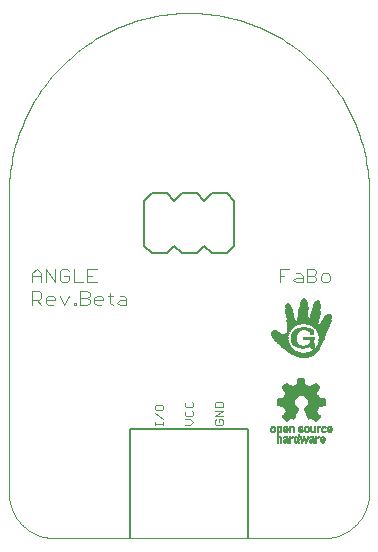
<source format=gto>
G75*
%MOIN*%
%OFA0B0*%
%FSLAX25Y25*%
%IPPOS*%
%LPD*%
%AMOC8*
5,1,8,0,0,1.08239X$1,22.5*
%
%ADD10C,0.00400*%
%ADD11C,0.00600*%
%ADD12C,0.00000*%
%ADD13C,0.00500*%
%ADD14C,0.00300*%
%ADD15R,0.00460X0.00011*%
%ADD16R,0.00920X0.00011*%
%ADD17R,0.01184X0.00011*%
%ADD18R,0.01426X0.00011*%
%ADD19R,0.01610X0.00011*%
%ADD20R,0.01783X0.00011*%
%ADD21R,0.01955X0.00011*%
%ADD22R,0.02093X0.00011*%
%ADD23R,0.02242X0.00011*%
%ADD24R,0.02369X0.00011*%
%ADD25R,0.02495X0.00011*%
%ADD26R,0.02611X0.00011*%
%ADD27R,0.02714X0.00011*%
%ADD28R,0.02829X0.00011*%
%ADD29R,0.02921X0.00011*%
%ADD30R,0.03025X0.00011*%
%ADD31R,0.03128X0.00011*%
%ADD32R,0.03220X0.00011*%
%ADD33R,0.03300X0.00011*%
%ADD34R,0.03392X0.00011*%
%ADD35R,0.03473X0.00011*%
%ADD36R,0.03565X0.00011*%
%ADD37R,0.03645X0.00011*%
%ADD38R,0.03726X0.00011*%
%ADD39R,0.03806X0.00011*%
%ADD40R,0.03875X0.00011*%
%ADD41R,0.03956X0.00011*%
%ADD42R,0.04013X0.00011*%
%ADD43R,0.04082X0.00011*%
%ADD44R,0.04163X0.00011*%
%ADD45R,0.04232X0.00011*%
%ADD46R,0.04301X0.00011*%
%ADD47R,0.04370X0.00011*%
%ADD48R,0.04428X0.00011*%
%ADD49R,0.04497X0.00011*%
%ADD50R,0.04554X0.00011*%
%ADD51R,0.04623X0.00011*%
%ADD52R,0.04680X0.00011*%
%ADD53R,0.04749X0.00011*%
%ADD54R,0.04807X0.00011*%
%ADD55R,0.04864X0.00011*%
%ADD56R,0.04933X0.00011*%
%ADD57R,0.04979X0.00011*%
%ADD58R,0.05037X0.00011*%
%ADD59R,0.05094X0.00011*%
%ADD60R,0.05141X0.00011*%
%ADD61R,0.05209X0.00011*%
%ADD62R,0.05267X0.00011*%
%ADD63R,0.05313X0.00011*%
%ADD64R,0.05370X0.00011*%
%ADD65R,0.05416X0.00011*%
%ADD66R,0.05474X0.00011*%
%ADD67R,0.05520X0.00011*%
%ADD68R,0.05577X0.00011*%
%ADD69R,0.05635X0.00011*%
%ADD70R,0.05681X0.00011*%
%ADD71R,0.05738X0.00011*%
%ADD72R,0.05784X0.00011*%
%ADD73R,0.05842X0.00011*%
%ADD74R,0.05877X0.00011*%
%ADD75R,0.05922X0.00011*%
%ADD76R,0.05980X0.00011*%
%ADD77R,0.06014X0.00011*%
%ADD78R,0.06061X0.00011*%
%ADD79R,0.06118X0.00011*%
%ADD80R,0.06164X0.00011*%
%ADD81R,0.06198X0.00011*%
%ADD82R,0.06256X0.00011*%
%ADD83R,0.06302X0.00011*%
%ADD84R,0.06348X0.00011*%
%ADD85R,0.06394X0.00011*%
%ADD86R,0.06440X0.00011*%
%ADD87R,0.06475X0.00011*%
%ADD88R,0.06532X0.00011*%
%ADD89R,0.06566X0.00011*%
%ADD90R,0.06613X0.00011*%
%ADD91R,0.06647X0.00011*%
%ADD92R,0.06693X0.00011*%
%ADD93R,0.06739X0.00011*%
%ADD94R,0.06773X0.00011*%
%ADD95R,0.06831X0.00011*%
%ADD96R,0.06866X0.00011*%
%ADD97R,0.06911X0.00011*%
%ADD98R,0.06946X0.00011*%
%ADD99R,0.06980X0.00011*%
%ADD100R,0.07027X0.00011*%
%ADD101R,0.07061X0.00011*%
%ADD102R,0.07118X0.00011*%
%ADD103R,0.07153X0.00011*%
%ADD104R,0.07187X0.00011*%
%ADD105R,0.07233X0.00011*%
%ADD106R,0.07268X0.00011*%
%ADD107R,0.07314X0.00011*%
%ADD108R,0.07348X0.00011*%
%ADD109R,0.07372X0.00011*%
%ADD110R,0.07417X0.00011*%
%ADD111R,0.07452X0.00011*%
%ADD112R,0.07486X0.00011*%
%ADD113R,0.07521X0.00011*%
%ADD114R,0.07567X0.00011*%
%ADD115R,0.07602X0.00011*%
%ADD116R,0.07636X0.00011*%
%ADD117R,0.07682X0.00011*%
%ADD118R,0.07716X0.00011*%
%ADD119R,0.07751X0.00011*%
%ADD120R,0.07786X0.00011*%
%ADD121R,0.07831X0.00011*%
%ADD122R,0.07866X0.00011*%
%ADD123R,0.07889X0.00011*%
%ADD124R,0.07923X0.00011*%
%ADD125R,0.07958X0.00011*%
%ADD126R,0.08004X0.00011*%
%ADD127R,0.08038X0.00011*%
%ADD128R,0.08061X0.00011*%
%ADD129R,0.08096X0.00011*%
%ADD130R,0.08130X0.00011*%
%ADD131R,0.08165X0.00011*%
%ADD132R,0.08211X0.00011*%
%ADD133R,0.08234X0.00011*%
%ADD134R,0.08269X0.00011*%
%ADD135R,0.08303X0.00011*%
%ADD136R,0.08338X0.00011*%
%ADD137R,0.08372X0.00011*%
%ADD138R,0.08395X0.00011*%
%ADD139R,0.08430X0.00011*%
%ADD140R,0.08464X0.00011*%
%ADD141R,0.08498X0.00011*%
%ADD142R,0.08533X0.00011*%
%ADD143R,0.04381X0.00011*%
%ADD144R,0.03818X0.00011*%
%ADD145R,0.04140X0.00011*%
%ADD146R,0.03622X0.00011*%
%ADD147R,0.04025X0.00011*%
%ADD148R,0.03496X0.00011*%
%ADD149R,0.03933X0.00011*%
%ADD150R,0.03864X0.00011*%
%ADD151R,0.03312X0.00011*%
%ADD152R,0.03795X0.00011*%
%ADD153R,0.03243X0.00011*%
%ADD154R,0.03737X0.00011*%
%ADD155R,0.03186X0.00011*%
%ADD156R,0.03680X0.00011*%
%ADD157R,0.03128X0.00011*%
%ADD158R,0.03082X0.00011*%
%ADD159R,0.03599X0.00011*%
%ADD160R,0.03036X0.00011*%
%ADD161R,0.03553X0.00011*%
%ADD162R,0.02990X0.00011*%
%ADD163R,0.03530X0.00011*%
%ADD164R,0.02944X0.00011*%
%ADD165R,0.02909X0.00011*%
%ADD166R,0.03461X0.00011*%
%ADD167R,0.02875X0.00011*%
%ADD168R,0.03439X0.00011*%
%ADD169R,0.02840X0.00011*%
%ADD170R,0.02806X0.00011*%
%ADD171R,0.03381X0.00011*%
%ADD172R,0.02783X0.00011*%
%ADD173R,0.03358X0.00011*%
%ADD174R,0.02760X0.00011*%
%ADD175R,0.03335X0.00011*%
%ADD176R,0.02725X0.00011*%
%ADD177R,0.02702X0.00011*%
%ADD178R,0.03289X0.00011*%
%ADD179R,0.02668X0.00011*%
%ADD180R,0.03266X0.00011*%
%ADD181R,0.02645X0.00011*%
%ADD182R,0.02622X0.00011*%
%ADD183R,0.03231X0.00011*%
%ADD184R,0.02599X0.00011*%
%ADD185R,0.03208X0.00011*%
%ADD186R,0.02587X0.00011*%
%ADD187R,0.03197X0.00011*%
%ADD188R,0.02564X0.00011*%
%ADD189R,0.03185X0.00011*%
%ADD190R,0.02541X0.00011*%
%ADD191R,0.03163X0.00011*%
%ADD192R,0.02519X0.00011*%
%ADD193R,0.03151X0.00011*%
%ADD194R,0.03139X0.00011*%
%ADD195R,0.02484X0.00011*%
%ADD196R,0.02449X0.00011*%
%ADD197R,0.03116X0.00011*%
%ADD198R,0.02438X0.00011*%
%ADD199R,0.03105X0.00011*%
%ADD200R,0.02415X0.00011*%
%ADD201R,0.02403X0.00011*%
%ADD202R,0.02380X0.00011*%
%ADD203R,0.03059X0.00011*%
%ADD204R,0.03059X0.00011*%
%ADD205R,0.02357X0.00011*%
%ADD206R,0.02346X0.00011*%
%ADD207R,0.02323X0.00011*%
%ADD208R,0.03024X0.00011*%
%ADD209R,0.02311X0.00011*%
%ADD210R,0.02289X0.00011*%
%ADD211R,0.03002X0.00011*%
%ADD212R,0.02277X0.00011*%
%ADD213R,0.02266X0.00011*%
%ADD214R,0.02231X0.00011*%
%ADD215R,0.02978X0.00011*%
%ADD216R,0.02219X0.00011*%
%ADD217R,0.02967X0.00011*%
%ADD218R,0.02197X0.00011*%
%ADD219R,0.02955X0.00011*%
%ADD220R,0.02185X0.00011*%
%ADD221R,0.02173X0.00011*%
%ADD222R,0.02162X0.00011*%
%ADD223R,0.02150X0.00011*%
%ADD224R,0.02933X0.00011*%
%ADD225R,0.02139X0.00011*%
%ADD226R,0.02932X0.00011*%
%ADD227R,0.02127X0.00011*%
%ADD228R,0.02104X0.00011*%
%ADD229R,0.02105X0.00011*%
%ADD230R,0.02898X0.00011*%
%ADD231R,0.02081X0.00011*%
%ADD232R,0.02070X0.00011*%
%ADD233R,0.02047X0.00011*%
%ADD234R,0.02898X0.00011*%
%ADD235R,0.02886X0.00011*%
%ADD236R,0.02036X0.00011*%
%ADD237R,0.02024X0.00011*%
%ADD238R,0.02001X0.00011*%
%ADD239R,0.02864X0.00011*%
%ADD240R,0.01989X0.00011*%
%ADD241R,0.02863X0.00011*%
%ADD242R,0.01978X0.00011*%
%ADD243R,0.02852X0.00011*%
%ADD244R,0.01943X0.00011*%
%ADD245R,0.01932X0.00011*%
%ADD246R,0.01920X0.00011*%
%ADD247R,0.01909X0.00011*%
%ADD248R,0.02841X0.00011*%
%ADD249R,0.01909X0.00011*%
%ADD250R,0.01897X0.00011*%
%ADD251R,0.01886X0.00011*%
%ADD252R,0.01875X0.00011*%
%ADD253R,0.01874X0.00011*%
%ADD254R,0.01863X0.00011*%
%ADD255R,0.01852X0.00011*%
%ADD256R,0.01840X0.00011*%
%ADD257R,0.01840X0.00011*%
%ADD258R,0.01817X0.00011*%
%ADD259R,0.01817X0.00011*%
%ADD260R,0.01805X0.00011*%
%ADD261R,0.01794X0.00011*%
%ADD262R,0.01771X0.00011*%
%ADD263R,0.01748X0.00011*%
%ADD264R,0.01748X0.00011*%
%ADD265R,0.02829X0.00011*%
%ADD266R,0.01736X0.00011*%
%ADD267R,0.01725X0.00011*%
%ADD268R,0.01713X0.00011*%
%ADD269R,0.01714X0.00011*%
%ADD270R,0.01702X0.00011*%
%ADD271R,0.01691X0.00011*%
%ADD272R,0.01679X0.00011*%
%ADD273R,0.01679X0.00011*%
%ADD274R,0.01667X0.00011*%
%ADD275R,0.01644X0.00011*%
%ADD276R,0.01633X0.00011*%
%ADD277R,0.01622X0.00011*%
%ADD278R,0.01621X0.00011*%
%ADD279R,0.01598X0.00011*%
%ADD280R,0.01587X0.00011*%
%ADD281R,0.01587X0.00011*%
%ADD282R,0.01575X0.00011*%
%ADD283R,0.01564X0.00011*%
%ADD284R,0.01552X0.00011*%
%ADD285R,0.01541X0.00011*%
%ADD286R,0.01553X0.00011*%
%ADD287R,0.01230X0.00011*%
%ADD288R,0.01529X0.00011*%
%ADD289R,0.00690X0.00011*%
%ADD290R,0.01242X0.00011*%
%ADD291R,0.01530X0.00011*%
%ADD292R,0.01000X0.00011*%
%ADD293R,0.01253X0.00011*%
%ADD294R,0.01265X0.00011*%
%ADD295R,0.01518X0.00011*%
%ADD296R,0.01438X0.00011*%
%ADD297R,0.01518X0.00011*%
%ADD298R,0.01277X0.00011*%
%ADD299R,0.01288X0.00011*%
%ADD300R,0.01506X0.00011*%
%ADD301R,0.02058X0.00011*%
%ADD302R,0.01299X0.00011*%
%ADD303R,0.01311X0.00011*%
%ADD304R,0.01495X0.00011*%
%ADD305R,0.02507X0.00011*%
%ADD306R,0.01322X0.00011*%
%ADD307R,0.02610X0.00011*%
%ADD308R,0.02967X0.00011*%
%ADD309R,0.02714X0.00011*%
%ADD310R,0.01334X0.00011*%
%ADD311R,0.01495X0.00011*%
%ADD312R,0.02806X0.00011*%
%ADD313R,0.01345X0.00011*%
%ADD314R,0.01483X0.00011*%
%ADD315R,0.03047X0.00011*%
%ADD316R,0.01472X0.00011*%
%ADD317R,0.02990X0.00011*%
%ADD318R,0.01357X0.00011*%
%ADD319R,0.03427X0.00011*%
%ADD320R,0.01369X0.00011*%
%ADD321R,0.03013X0.00011*%
%ADD322R,0.01460X0.00011*%
%ADD323R,0.01380X0.00011*%
%ADD324R,0.01461X0.00011*%
%ADD325R,0.03691X0.00011*%
%ADD326R,0.03760X0.00011*%
%ADD327R,0.01391X0.00011*%
%ADD328R,0.01449X0.00011*%
%ADD329R,0.03991X0.00011*%
%ADD330R,0.04048X0.00011*%
%ADD331R,0.01403X0.00011*%
%ADD332R,0.04094X0.00011*%
%ADD333R,0.04152X0.00011*%
%ADD334R,0.04197X0.00011*%
%ADD335R,0.01414X0.00011*%
%ADD336R,0.03070X0.00011*%
%ADD337R,0.04266X0.00011*%
%ADD338R,0.04312X0.00011*%
%ADD339R,0.04358X0.00011*%
%ADD340R,0.04404X0.00011*%
%ADD341R,0.03093X0.00011*%
%ADD342R,0.04450X0.00011*%
%ADD343R,0.01426X0.00011*%
%ADD344R,0.03094X0.00011*%
%ADD345R,0.04496X0.00011*%
%ADD346R,0.04589X0.00011*%
%ADD347R,0.04634X0.00011*%
%ADD348R,0.04727X0.00011*%
%ADD349R,0.04750X0.00011*%
%ADD350R,0.04795X0.00011*%
%ADD351R,0.04841X0.00011*%
%ADD352R,0.06359X0.00011*%
%ADD353R,0.06383X0.00011*%
%ADD354R,0.06405X0.00011*%
%ADD355R,0.03151X0.00011*%
%ADD356R,0.06417X0.00011*%
%ADD357R,0.06463X0.00011*%
%ADD358R,0.03174X0.00011*%
%ADD359R,0.06474X0.00011*%
%ADD360R,0.06497X0.00011*%
%ADD361R,0.06520X0.00011*%
%ADD362R,0.06555X0.00011*%
%ADD363R,0.02576X0.00011*%
%ADD364R,0.03277X0.00011*%
%ADD365R,0.03220X0.00011*%
%ADD366R,0.02427X0.00011*%
%ADD367R,0.02392X0.00011*%
%ADD368R,0.01403X0.00011*%
%ADD369R,0.02817X0.00011*%
%ADD370R,0.02771X0.00011*%
%ADD371R,0.03255X0.00011*%
%ADD372R,0.02196X0.00011*%
%ADD373R,0.02691X0.00011*%
%ADD374R,0.02645X0.00011*%
%ADD375R,0.01392X0.00011*%
%ADD376R,0.02576X0.00011*%
%ADD377R,0.02553X0.00011*%
%ADD378R,0.02035X0.00011*%
%ADD379R,0.02461X0.00011*%
%ADD380R,0.03323X0.00011*%
%ADD381R,0.02013X0.00011*%
%ADD382R,0.02001X0.00011*%
%ADD383R,0.02358X0.00011*%
%ADD384R,0.02334X0.00011*%
%ADD385R,0.03346X0.00011*%
%ADD386R,0.01978X0.00011*%
%ADD387R,0.01966X0.00011*%
%ADD388R,0.02288X0.00011*%
%ADD389R,0.01944X0.00011*%
%ADD390R,0.03404X0.00011*%
%ADD391R,0.03404X0.00011*%
%ADD392R,0.03416X0.00011*%
%ADD393R,0.02070X0.00011*%
%ADD394R,0.03438X0.00011*%
%ADD395R,0.03450X0.00011*%
%ADD396R,0.01851X0.00011*%
%ADD397R,0.03473X0.00011*%
%ADD398R,0.03484X0.00011*%
%ADD399R,0.01828X0.00011*%
%ADD400R,0.03519X0.00011*%
%ADD401R,0.01806X0.00011*%
%ADD402R,0.03542X0.00011*%
%ADD403R,0.03565X0.00011*%
%ADD404R,0.01782X0.00011*%
%ADD405R,0.03577X0.00011*%
%ADD406R,0.03588X0.00011*%
%ADD407R,0.03611X0.00011*%
%ADD408R,0.01759X0.00011*%
%ADD409R,0.03634X0.00011*%
%ADD410R,0.03657X0.00011*%
%ADD411R,0.03703X0.00011*%
%ADD412R,0.03714X0.00011*%
%ADD413R,0.01656X0.00011*%
%ADD414R,0.03726X0.00011*%
%ADD415R,0.03761X0.00011*%
%ADD416R,0.03772X0.00011*%
%ADD417R,0.03783X0.00011*%
%ADD418R,0.03795X0.00011*%
%ADD419R,0.03830X0.00011*%
%ADD420R,0.03841X0.00011*%
%ADD421R,0.03852X0.00011*%
%ADD422R,0.03864X0.00011*%
%ADD423R,0.03887X0.00011*%
%ADD424R,0.03898X0.00011*%
%ADD425R,0.03910X0.00011*%
%ADD426R,0.03922X0.00011*%
%ADD427R,0.03944X0.00011*%
%ADD428R,0.03967X0.00011*%
%ADD429R,0.03979X0.00011*%
%ADD430R,0.03990X0.00011*%
%ADD431R,0.04002X0.00011*%
%ADD432R,0.04014X0.00011*%
%ADD433R,0.04059X0.00011*%
%ADD434R,0.04071X0.00011*%
%ADD435R,0.04083X0.00011*%
%ADD436R,0.04105X0.00011*%
%ADD437R,0.04117X0.00011*%
%ADD438R,0.04128X0.00011*%
%ADD439R,0.04151X0.00011*%
%ADD440R,0.01690X0.00011*%
%ADD441R,0.04174X0.00011*%
%ADD442R,0.04186X0.00011*%
%ADD443R,0.04209X0.00011*%
%ADD444R,0.04220X0.00011*%
%ADD445R,0.04244X0.00011*%
%ADD446R,0.04255X0.00011*%
%ADD447R,0.04278X0.00011*%
%ADD448R,0.04289X0.00011*%
%ADD449R,0.04301X0.00011*%
%ADD450R,0.04324X0.00011*%
%ADD451R,0.04336X0.00011*%
%ADD452R,0.04347X0.00011*%
%ADD453R,0.04370X0.00011*%
%ADD454R,0.04393X0.00011*%
%ADD455R,0.04405X0.00011*%
%ADD456R,0.04416X0.00011*%
%ADD457R,0.04427X0.00011*%
%ADD458R,0.04439X0.00011*%
%ADD459R,0.04462X0.00011*%
%ADD460R,0.04473X0.00011*%
%ADD461R,0.04485X0.00011*%
%ADD462R,0.04508X0.00011*%
%ADD463R,0.04519X0.00011*%
%ADD464R,0.04531X0.00011*%
%ADD465R,0.04542X0.00011*%
%ADD466R,0.04566X0.00011*%
%ADD467R,0.04577X0.00011*%
%ADD468R,0.04600X0.00011*%
%ADD469R,0.04611X0.00011*%
%ADD470R,0.04623X0.00011*%
%ADD471R,0.04646X0.00011*%
%ADD472R,0.04658X0.00011*%
%ADD473R,0.04669X0.00011*%
%ADD474R,0.04692X0.00011*%
%ADD475R,0.04703X0.00011*%
%ADD476R,0.04715X0.00011*%
%ADD477R,0.04738X0.00011*%
%ADD478R,0.04761X0.00011*%
%ADD479R,0.04772X0.00011*%
%ADD480R,0.04784X0.00011*%
%ADD481R,0.04818X0.00011*%
%ADD482R,0.04830X0.00011*%
%ADD483R,0.04853X0.00011*%
%ADD484R,0.04876X0.00011*%
%ADD485R,0.03749X0.00011*%
%ADD486R,0.04888X0.00011*%
%ADD487R,0.04899X0.00011*%
%ADD488R,0.04911X0.00011*%
%ADD489R,0.04922X0.00011*%
%ADD490R,0.04945X0.00011*%
%ADD491R,0.04956X0.00011*%
%ADD492R,0.04968X0.00011*%
%ADD493R,0.04980X0.00011*%
%ADD494R,0.04991X0.00011*%
%ADD495R,0.05003X0.00011*%
%ADD496R,0.05014X0.00011*%
%ADD497R,0.05025X0.00011*%
%ADD498R,0.05048X0.00011*%
%ADD499R,0.05060X0.00011*%
%ADD500R,0.05072X0.00011*%
%ADD501R,0.05083X0.00011*%
%ADD502R,0.05106X0.00011*%
%ADD503R,0.05117X0.00011*%
%ADD504R,0.05129X0.00011*%
%ADD505R,0.05152X0.00011*%
%ADD506R,0.05164X0.00011*%
%ADD507R,0.05175X0.00011*%
%ADD508R,0.05186X0.00011*%
%ADD509R,0.05198X0.00011*%
%ADD510R,0.05221X0.00011*%
%ADD511R,0.05232X0.00011*%
%ADD512R,0.05244X0.00011*%
%ADD513R,0.05255X0.00011*%
%ADD514R,0.05278X0.00011*%
%ADD515R,0.05290X0.00011*%
%ADD516R,0.05302X0.00011*%
%ADD517R,0.05324X0.00011*%
%ADD518R,0.05336X0.00011*%
%ADD519R,0.05347X0.00011*%
%ADD520R,0.05359X0.00011*%
%ADD521R,0.02116X0.00011*%
%ADD522R,0.05382X0.00011*%
%ADD523R,0.05394X0.00011*%
%ADD524R,0.05405X0.00011*%
%ADD525R,0.02162X0.00011*%
%ADD526R,0.05428X0.00011*%
%ADD527R,0.05439X0.00011*%
%ADD528R,0.05451X0.00011*%
%ADD529R,0.05462X0.00011*%
%ADD530R,0.02208X0.00011*%
%ADD531R,0.05485X0.00011*%
%ADD532R,0.02231X0.00011*%
%ADD533R,0.05497X0.00011*%
%ADD534R,0.05508X0.00011*%
%ADD535R,0.02254X0.00011*%
%ADD536R,0.05520X0.00011*%
%ADD537R,0.05531X0.00011*%
%ADD538R,0.05543X0.00011*%
%ADD539R,0.05555X0.00011*%
%ADD540R,0.05566X0.00011*%
%ADD541R,0.05578X0.00011*%
%ADD542R,0.05589X0.00011*%
%ADD543R,0.05600X0.00011*%
%ADD544R,0.05612X0.00011*%
%ADD545R,0.05623X0.00011*%
%ADD546R,0.02392X0.00011*%
%ADD547R,0.05646X0.00011*%
%ADD548R,0.02415X0.00011*%
%ADD549R,0.05658X0.00011*%
%ADD550R,0.05669X0.00011*%
%ADD551R,0.02450X0.00011*%
%ADD552R,0.05681X0.00011*%
%ADD553R,0.02472X0.00011*%
%ADD554R,0.05692X0.00011*%
%ADD555R,0.05704X0.00011*%
%ADD556R,0.05716X0.00011*%
%ADD557R,0.05727X0.00011*%
%ADD558R,0.02530X0.00011*%
%ADD559R,0.05739X0.00011*%
%ADD560R,0.02553X0.00011*%
%ADD561R,0.01219X0.00011*%
%ADD562R,0.01196X0.00011*%
%ADD563R,0.02633X0.00011*%
%ADD564R,0.03381X0.00011*%
%ADD565R,0.01173X0.00011*%
%ADD566R,0.01150X0.00011*%
%ADD567R,0.02656X0.00011*%
%ADD568R,0.01127X0.00011*%
%ADD569R,0.01116X0.00011*%
%ADD570R,0.03254X0.00011*%
%ADD571R,0.01092X0.00011*%
%ADD572R,0.01081X0.00011*%
%ADD573R,0.01058X0.00011*%
%ADD574R,0.01047X0.00011*%
%ADD575R,0.02737X0.00011*%
%ADD576R,0.01035X0.00011*%
%ADD577R,0.02748X0.00011*%
%ADD578R,0.01023X0.00011*%
%ADD579R,0.01012X0.00011*%
%ADD580R,0.02794X0.00011*%
%ADD581R,0.00989X0.00011*%
%ADD582R,0.00978X0.00011*%
%ADD583R,0.00966X0.00011*%
%ADD584R,0.00954X0.00011*%
%ADD585R,0.00955X0.00011*%
%ADD586R,0.00943X0.00011*%
%ADD587R,0.00931X0.00011*%
%ADD588R,0.02680X0.00011*%
%ADD589R,0.00920X0.00011*%
%ADD590R,0.02542X0.00011*%
%ADD591R,0.02426X0.00011*%
%ADD592R,0.02323X0.00011*%
%ADD593R,0.02300X0.00011*%
%ADD594R,0.03369X0.00011*%
%ADD595R,0.00977X0.00011*%
%ADD596R,0.00989X0.00011*%
%ADD597R,0.01656X0.00011*%
%ADD598R,0.01012X0.00011*%
%ADD599R,0.01046X0.00011*%
%ADD600R,0.01069X0.00011*%
%ADD601R,0.01139X0.00011*%
%ADD602R,0.03669X0.00011*%
%ADD603R,0.00908X0.00011*%
%ADD604R,0.00828X0.00011*%
%ADD605R,0.01104X0.00011*%
%ADD606R,0.00759X0.00011*%
%ADD607R,0.00678X0.00011*%
%ADD608R,0.00575X0.00011*%
%ADD609R,0.00448X0.00011*%
%ADD610R,0.00264X0.00011*%
%ADD611R,0.01138X0.00011*%
%ADD612R,0.01161X0.00011*%
%ADD613R,0.01173X0.00011*%
%ADD614R,0.03853X0.00011*%
%ADD615R,0.01208X0.00011*%
%ADD616R,0.03921X0.00011*%
%ADD617R,0.02484X0.00011*%
%ADD618R,0.02381X0.00011*%
%ADD619R,0.03979X0.00011*%
%ADD620R,0.05163X0.00011*%
%ADD621R,0.04036X0.00011*%
%ADD622R,0.05002X0.00011*%
%ADD623R,0.01334X0.00011*%
%ADD624R,0.04876X0.00011*%
%ADD625R,0.04692X0.00011*%
%ADD626R,0.04335X0.00011*%
%ADD627R,0.03600X0.00011*%
%ADD628R,0.04531X0.00011*%
%ADD629R,0.04565X0.00011*%
%ADD630R,0.04681X0.00011*%
%ADD631R,0.04784X0.00011*%
%ADD632R,0.04819X0.00011*%
%ADD633R,0.00541X0.00011*%
%ADD634R,0.04910X0.00011*%
%ADD635R,0.05037X0.00011*%
%ADD636R,0.05198X0.00011*%
%ADD637R,0.05393X0.00011*%
%ADD638R,0.05554X0.00011*%
%ADD639R,0.05750X0.00011*%
%ADD640R,0.05761X0.00011*%
%ADD641R,0.05819X0.00011*%
%ADD642R,0.05830X0.00011*%
%ADD643R,0.05865X0.00011*%
%ADD644R,0.05900X0.00011*%
%ADD645R,0.05945X0.00011*%
%ADD646R,0.06003X0.00011*%
%ADD647R,0.02772X0.00011*%
%ADD648R,0.06049X0.00011*%
%ADD649R,0.06072X0.00011*%
%ADD650R,0.06095X0.00011*%
%ADD651R,0.06141X0.00011*%
%ADD652R,0.06175X0.00011*%
%ADD653R,0.06187X0.00011*%
%ADD654R,0.06210X0.00011*%
%ADD655R,0.06244X0.00011*%
%ADD656R,0.06267X0.00011*%
%ADD657R,0.06325X0.00011*%
%ADD658R,0.03117X0.00011*%
%ADD659R,0.03634X0.00011*%
%ADD660R,0.03507X0.00011*%
%ADD661R,0.03508X0.00011*%
%ADD662R,0.03415X0.00011*%
%ADD663R,0.04209X0.00011*%
%ADD664R,0.04439X0.00011*%
%ADD665R,0.03347X0.00011*%
%ADD666R,0.10235X0.00011*%
%ADD667R,0.10247X0.00011*%
%ADD668R,0.10258X0.00011*%
%ADD669R,0.10269X0.00011*%
%ADD670R,0.03312X0.00011*%
%ADD671R,0.10281X0.00011*%
%ADD672R,0.10292X0.00011*%
%ADD673R,0.03278X0.00011*%
%ADD674R,0.10304X0.00011*%
%ADD675R,0.10316X0.00011*%
%ADD676R,0.10327X0.00011*%
%ADD677R,0.10338X0.00011*%
%ADD678R,0.10350X0.00011*%
%ADD679R,0.10361X0.00011*%
%ADD680R,0.10373X0.00011*%
%ADD681R,0.10384X0.00011*%
%ADD682R,0.10396X0.00011*%
%ADD683R,0.10419X0.00011*%
%ADD684R,0.10430X0.00011*%
%ADD685R,0.10442X0.00011*%
%ADD686R,0.10453X0.00011*%
%ADD687R,0.10465X0.00011*%
%ADD688R,0.10477X0.00011*%
%ADD689R,0.10488X0.00011*%
%ADD690R,0.10500X0.00011*%
%ADD691R,0.04140X0.00011*%
%ADD692R,0.03887X0.00011*%
%ADD693R,0.02737X0.00011*%
%ADD694R,0.02703X0.00011*%
%ADD695R,0.00851X0.00011*%
%ADD696R,0.00770X0.00011*%
%ADD697R,0.00655X0.00011*%
%ADD698R,0.00552X0.00011*%
%ADD699R,0.00379X0.00011*%
%ADD700R,0.00011X0.00011*%
%ADD701R,0.02679X0.00011*%
%ADD702R,0.02518X0.00011*%
%ADD703R,0.02128X0.00011*%
%ADD704R,0.01081X0.00011*%
%ADD705R,0.00885X0.00011*%
%ADD706R,0.00863X0.00011*%
%ADD707R,0.00839X0.00011*%
%ADD708R,0.00794X0.00011*%
%ADD709R,0.00747X0.00011*%
%ADD710R,0.00713X0.00011*%
%ADD711R,0.00690X0.00011*%
%ADD712R,0.00644X0.00011*%
%ADD713R,0.00609X0.00011*%
%ADD714R,0.00529X0.00011*%
%ADD715R,0.00471X0.00011*%
%ADD716R,0.00425X0.00011*%
%ADD717R,0.00287X0.00011*%
%ADD718R,0.00195X0.00011*%
%ADD719R,0.01207X0.00011*%
%ADD720R,0.01115X0.00011*%
%ADD721R,0.00886X0.00011*%
%ADD722R,0.00805X0.00011*%
%ADD723R,0.00782X0.00011*%
%ADD724R,0.00724X0.00011*%
%ADD725R,0.00702X0.00011*%
%ADD726R,0.00632X0.00011*%
%ADD727R,0.00598X0.00011*%
%ADD728R,0.00517X0.00011*%
%ADD729R,0.00368X0.00011*%
%ADD730R,0.00322X0.00011*%
%ADD731R,0.00230X0.00011*%
%ADD732R,0.00115X0.00011*%
%ADD733R,0.01368X0.00011*%
%ADD734R,0.00897X0.00011*%
%ADD735R,0.00874X0.00011*%
%ADD736R,0.00817X0.00011*%
%ADD737R,0.00736X0.00011*%
%ADD738R,0.00633X0.00011*%
%ADD739R,0.00586X0.00011*%
%ADD740R,0.00506X0.00011*%
%ADD741R,0.00207X0.00011*%
%ADD742R,0.00103X0.00011*%
%ADD743R,0.00226X0.00011*%
%ADD744R,0.00183X0.00011*%
%ADD745R,0.00398X0.00011*%
%ADD746R,0.00301X0.00011*%
%ADD747R,0.00398X0.00011*%
%ADD748R,0.00387X0.00011*%
%ADD749R,0.00419X0.00011*%
%ADD750R,0.00430X0.00011*%
%ADD751R,0.00505X0.00011*%
%ADD752R,0.00398X0.00011*%
%ADD753R,0.00376X0.00011*%
%ADD754R,0.00376X0.00011*%
%ADD755R,0.00419X0.00011*%
%ADD756R,0.00430X0.00011*%
%ADD757R,0.00430X0.00011*%
%ADD758R,0.00570X0.00011*%
%ADD759R,0.00462X0.00011*%
%ADD760R,0.00387X0.00011*%
%ADD761R,0.00580X0.00011*%
%ADD762R,0.00441X0.00011*%
%ADD763R,0.00645X0.00011*%
%ADD764R,0.00527X0.00011*%
%ADD765R,0.00645X0.00011*%
%ADD766R,0.00666X0.00011*%
%ADD767R,0.00699X0.00011*%
%ADD768R,0.00720X0.00011*%
%ADD769R,0.00430X0.00011*%
%ADD770R,0.00752X0.00011*%
%ADD771R,0.00634X0.00011*%
%ADD772R,0.00408X0.00011*%
%ADD773R,0.00742X0.00011*%
%ADD774R,0.00441X0.00011*%
%ADD775R,0.00785X0.00011*%
%ADD776R,0.00795X0.00011*%
%ADD777R,0.00677X0.00011*%
%ADD778R,0.00419X0.00011*%
%ADD779R,0.00785X0.00011*%
%ADD780R,0.00839X0.00011*%
%ADD781R,0.00828X0.00011*%
%ADD782R,0.00709X0.00011*%
%ADD783R,0.00881X0.00011*%
%ADD784R,0.00860X0.00011*%
%ADD785R,0.00752X0.00011*%
%ADD786R,0.00860X0.00011*%
%ADD787R,0.00924X0.00011*%
%ADD788R,0.00903X0.00011*%
%ADD789R,0.00892X0.00011*%
%ADD790R,0.00967X0.00011*%
%ADD791R,0.00817X0.00011*%
%ADD792R,0.00935X0.00011*%
%ADD793R,0.01010X0.00011*%
%ADD794R,0.00957X0.00011*%
%ADD795R,0.00849X0.00011*%
%ADD796R,0.01053X0.00011*%
%ADD797R,0.00978X0.00011*%
%ADD798R,0.00462X0.00011*%
%ADD799R,0.00989X0.00011*%
%ADD800R,0.01075X0.00011*%
%ADD801R,0.01000X0.00011*%
%ADD802R,0.00903X0.00011*%
%ADD803R,0.01118X0.00011*%
%ADD804R,0.01032X0.00011*%
%ADD805R,0.00935X0.00011*%
%ADD806R,0.00462X0.00011*%
%ADD807R,0.00462X0.00011*%
%ADD808R,0.01021X0.00011*%
%ADD809R,0.01140X0.00011*%
%ADD810R,0.01043X0.00011*%
%ADD811R,0.00484X0.00011*%
%ADD812R,0.00484X0.00011*%
%ADD813R,0.01183X0.00011*%
%ADD814R,0.01064X0.00011*%
%ADD815R,0.01215X0.00011*%
%ADD816R,0.01086X0.00011*%
%ADD817R,0.01011X0.00011*%
%ADD818R,0.01086X0.00011*%
%ADD819R,0.01236X0.00011*%
%ADD820R,0.01107X0.00011*%
%ADD821R,0.00495X0.00011*%
%ADD822R,0.01107X0.00011*%
%ADD823R,0.01258X0.00011*%
%ADD824R,0.01559X0.00011*%
%ADD825R,0.00505X0.00011*%
%ADD826R,0.00505X0.00011*%
%ADD827R,0.01569X0.00011*%
%ADD828R,0.01290X0.00011*%
%ADD829R,0.01580X0.00011*%
%ADD830R,0.01311X0.00011*%
%ADD831R,0.01097X0.00011*%
%ADD832R,0.01344X0.00011*%
%ADD833R,0.01591X0.00011*%
%ADD834R,0.01537X0.00011*%
%ADD835R,0.00527X0.00011*%
%ADD836R,0.01365X0.00011*%
%ADD837R,0.01602X0.00011*%
%ADD838R,0.01548X0.00011*%
%ADD839R,0.01387X0.00011*%
%ADD840R,0.01613X0.00011*%
%ADD841R,0.01408X0.00011*%
%ADD842R,0.00548X0.00011*%
%ADD843R,0.01623X0.00011*%
%ADD844R,0.01419X0.00011*%
%ADD845R,0.01623X0.00011*%
%ADD846R,0.01580X0.00011*%
%ADD847R,0.00548X0.00011*%
%ADD848R,0.01623X0.00011*%
%ADD849R,0.01440X0.00011*%
%ADD850R,0.01623X0.00011*%
%ADD851R,0.01634X0.00011*%
%ADD852R,0.01462X0.00011*%
%ADD853R,0.01591X0.00011*%
%ADD854R,0.00570X0.00011*%
%ADD855R,0.00559X0.00011*%
%ADD856R,0.01483X0.00011*%
%ADD857R,0.01645X0.00011*%
%ADD858R,0.01645X0.00011*%
%ADD859R,0.01505X0.00011*%
%ADD860R,0.01645X0.00011*%
%ADD861R,0.01602X0.00011*%
%ADD862R,0.00570X0.00011*%
%ADD863R,0.00570X0.00011*%
%ADD864R,0.01655X0.00011*%
%ADD865R,0.01516X0.00011*%
%ADD866R,0.01655X0.00011*%
%ADD867R,0.00581X0.00011*%
%ADD868R,0.01526X0.00011*%
%ADD869R,0.00591X0.00011*%
%ADD870R,0.00591X0.00011*%
%ADD871R,0.01666X0.00011*%
%ADD872R,0.01527X0.00011*%
%ADD873R,0.01516X0.00011*%
%ADD874R,0.01666X0.00011*%
%ADD875R,0.01634X0.00011*%
%ADD876R,0.00602X0.00011*%
%ADD877R,0.00602X0.00011*%
%ADD878R,0.01677X0.00011*%
%ADD879R,0.01677X0.00011*%
%ADD880R,0.01634X0.00011*%
%ADD881R,0.00613X0.00011*%
%ADD882R,0.01688X0.00011*%
%ADD883R,0.01494X0.00011*%
%ADD884R,0.00656X0.00011*%
%ADD885R,0.00731X0.00011*%
%ADD886R,0.00623X0.00011*%
%ADD887R,0.00602X0.00011*%
%ADD888R,0.00731X0.00011*%
%ADD889R,0.00795X0.00011*%
%ADD890R,0.00634X0.00011*%
%ADD891R,0.00613X0.00011*%
%ADD892R,0.00494X0.00011*%
%ADD893R,0.00548X0.00011*%
%ADD894R,0.00516X0.00011*%
%ADD895R,0.00559X0.00011*%
%ADD896R,0.00634X0.00011*%
%ADD897R,0.00409X0.00011*%
%ADD898R,0.00537X0.00011*%
%ADD899R,0.00656X0.00011*%
%ADD900R,0.00376X0.00011*%
%ADD901R,0.00591X0.00011*%
%ADD902R,0.00645X0.00011*%
%ADD903R,0.00656X0.00011*%
%ADD904R,0.00667X0.00011*%
%ADD905R,0.00537X0.00011*%
%ADD906R,0.00344X0.00011*%
%ADD907R,0.00667X0.00011*%
%ADD908R,0.00473X0.00011*%
%ADD909R,0.00527X0.00011*%
%ADD910R,0.00312X0.00011*%
%ADD911R,0.00677X0.00011*%
%ADD912R,0.00279X0.00011*%
%ADD913R,0.00494X0.00011*%
%ADD914R,0.00258X0.00011*%
%ADD915R,0.00452X0.00011*%
%ADD916R,0.00484X0.00011*%
%ADD917R,0.00580X0.00011*%
%ADD918R,0.00688X0.00011*%
%ADD919R,0.00688X0.00011*%
%ADD920R,0.00451X0.00011*%
%ADD921R,0.00215X0.00011*%
%ADD922R,0.00452X0.00011*%
%ADD923R,0.00688X0.00011*%
%ADD924R,0.00688X0.00011*%
%ADD925R,0.00193X0.00011*%
%ADD926R,0.00473X0.00011*%
%ADD927R,0.00699X0.00011*%
%ADD928R,0.00161X0.00011*%
%ADD929R,0.00140X0.00011*%
%ADD930R,0.00709X0.00011*%
%ADD931R,0.00473X0.00011*%
%ADD932R,0.00118X0.00011*%
%ADD933R,0.00430X0.00011*%
%ADD934R,0.00086X0.00011*%
%ADD935R,0.00731X0.00011*%
%ADD936R,0.00054X0.00011*%
%ADD937R,0.00408X0.00011*%
%ADD938R,0.00451X0.00011*%
%ADD939R,0.00032X0.00011*%
%ADD940R,0.00516X0.00011*%
%ADD941R,0.00742X0.00011*%
%ADD942R,0.00011X0.00011*%
%ADD943R,0.00753X0.00011*%
%ADD944R,0.00473X0.00011*%
%ADD945R,0.00774X0.00011*%
%ADD946R,0.00774X0.00011*%
%ADD947R,0.00409X0.00011*%
%ADD948R,0.00774X0.00011*%
%ADD949R,0.00774X0.00011*%
%ADD950R,0.00376X0.00011*%
%ADD951R,0.00387X0.00011*%
%ADD952R,0.00387X0.00011*%
%ADD953R,0.00398X0.00011*%
%ADD954R,0.00365X0.00011*%
%ADD955R,0.01763X0.00011*%
%ADD956R,0.00366X0.00011*%
%ADD957R,0.01763X0.00011*%
%ADD958R,0.01548X0.00011*%
%ADD959R,0.00366X0.00011*%
%ADD960R,0.01559X0.00011*%
%ADD961R,0.01537X0.00011*%
%ADD962R,0.01505X0.00011*%
%ADD963R,0.01473X0.00011*%
%ADD964R,0.01441X0.00011*%
%ADD965R,0.01397X0.00011*%
%ADD966R,0.01376X0.00011*%
%ADD967R,0.00419X0.00011*%
%ADD968R,0.01376X0.00011*%
%ADD969R,0.01355X0.00011*%
%ADD970R,0.01354X0.00011*%
%ADD971R,0.01322X0.00011*%
%ADD972R,0.01333X0.00011*%
%ADD973R,0.01290X0.00011*%
%ADD974R,0.01301X0.00011*%
%ADD975R,0.01752X0.00011*%
%ADD976R,0.01258X0.00011*%
%ADD977R,0.01204X0.00011*%
%ADD978R,0.01129X0.00011*%
%ADD979R,0.01139X0.00011*%
%ADD980R,0.01752X0.00011*%
%ADD981R,0.00365X0.00011*%
%ADD982R,0.00355X0.00011*%
%ADD983R,0.00441X0.00011*%
%ADD984R,0.00441X0.00011*%
%ADD985R,0.00720X0.00011*%
%ADD986R,0.00495X0.00011*%
%ADD987R,0.00484X0.00011*%
%ADD988R,0.00677X0.00011*%
%ADD989R,0.00011X0.00011*%
%ADD990R,0.00011X0.00011*%
%ADD991R,0.00548X0.00011*%
%ADD992R,0.00032X0.00011*%
%ADD993R,0.00656X0.00011*%
%ADD994R,0.00064X0.00011*%
%ADD995R,0.00075X0.00011*%
%ADD996R,0.00097X0.00011*%
%ADD997R,0.00022X0.00011*%
%ADD998R,0.00054X0.00011*%
%ADD999R,0.00591X0.00011*%
%ADD1000R,0.00054X0.00011*%
%ADD1001R,0.00613X0.00011*%
%ADD1002R,0.00150X0.00011*%
%ADD1003R,0.00172X0.00011*%
%ADD1004R,0.00107X0.00011*%
%ADD1005R,0.00204X0.00011*%
%ADD1006R,0.00129X0.00011*%
%ADD1007R,0.00666X0.00011*%
%ADD1008R,0.00226X0.00011*%
%ADD1009R,0.00172X0.00011*%
%ADD1010R,0.00236X0.00011*%
%ADD1011R,0.00161X0.00011*%
%ADD1012R,0.00699X0.00011*%
%ADD1013R,0.00269X0.00011*%
%ADD1014R,0.00194X0.00011*%
%ADD1015R,0.00301X0.00011*%
%ADD1016R,0.00236X0.00011*%
%ADD1017R,0.00290X0.00011*%
%ADD1018R,0.00333X0.00011*%
%ADD1019R,0.00344X0.00011*%
%ADD1020R,0.00290X0.00011*%
%ADD1021R,0.01225X0.00011*%
%ADD1022R,0.00602X0.00011*%
%ADD1023R,0.00623X0.00011*%
%ADD1024R,0.01645X0.00011*%
%ADD1025R,0.01236X0.00011*%
%ADD1026R,0.01441X0.00011*%
%ADD1027R,0.01247X0.00011*%
%ADD1028R,0.01451X0.00011*%
%ADD1029R,0.01473X0.00011*%
%ADD1030R,0.01462X0.00011*%
%ADD1031R,0.01451X0.00011*%
%ADD1032R,0.01473X0.00011*%
%ADD1033R,0.01269X0.00011*%
%ADD1034R,0.01430X0.00011*%
%ADD1035R,0.01612X0.00011*%
%ADD1036R,0.01279X0.00011*%
%ADD1037R,0.01279X0.00011*%
%ADD1038R,0.01387X0.00011*%
%ADD1039R,0.01311X0.00011*%
%ADD1040R,0.01301X0.00011*%
%ADD1041R,0.01322X0.00011*%
%ADD1042R,0.01333X0.00011*%
%ADD1043R,0.01569X0.00011*%
%ADD1044R,0.01483X0.00011*%
%ADD1045R,0.01344X0.00011*%
%ADD1046R,0.01301X0.00011*%
%ADD1047R,0.01365X0.00011*%
%ADD1048R,0.01269X0.00011*%
%ADD1049R,0.01537X0.00011*%
%ADD1050R,0.01430X0.00011*%
%ADD1051R,0.01365X0.00011*%
%ADD1052R,0.01086X0.00011*%
%ADD1053R,0.01408X0.00011*%
%ADD1054R,0.00924X0.00011*%
%ADD1055R,0.01097X0.00011*%
%ADD1056R,0.01419X0.00011*%
%ADD1057R,0.00935X0.00011*%
%ADD1058R,0.01225X0.00011*%
%ADD1059R,0.00935X0.00011*%
%ADD1060R,0.01032X0.00011*%
%ADD1061R,0.01021X0.00011*%
%ADD1062R,0.01150X0.00011*%
%ADD1063R,0.01011X0.00011*%
%ADD1064R,0.01000X0.00011*%
%ADD1065R,0.00925X0.00011*%
%ADD1066R,0.01118X0.00011*%
%ADD1067R,0.01301X0.00011*%
%ADD1068R,0.01096X0.00011*%
%ADD1069R,0.00925X0.00011*%
%ADD1070R,0.00946X0.00011*%
%ADD1071R,0.00914X0.00011*%
%ADD1072R,0.00914X0.00011*%
%ADD1073R,0.00903X0.00011*%
%ADD1074R,0.00892X0.00011*%
%ADD1075R,0.01193X0.00011*%
%ADD1076R,0.00871X0.00011*%
%ADD1077R,0.01182X0.00011*%
%ADD1078R,0.00881X0.00011*%
%ADD1079R,0.00989X0.00011*%
%ADD1080R,0.01161X0.00011*%
%ADD1081R,0.00828X0.00011*%
%ADD1082R,0.00806X0.00011*%
%ADD1083R,0.00817X0.00011*%
%ADD1084R,0.00763X0.00011*%
%ADD1085R,0.01053X0.00011*%
%ADD1086R,0.00355X0.00011*%
%ADD1087R,0.01043X0.00011*%
%ADD1088R,0.00753X0.00011*%
%ADD1089R,0.00849X0.00011*%
%ADD1090R,0.00720X0.00011*%
%ADD1091R,0.00763X0.00011*%
%ADD1092R,0.00634X0.00011*%
%ADD1093R,0.00333X0.00011*%
%ADD1094R,0.00323X0.00011*%
%ADD1095R,0.00204X0.00011*%
%ADD1096R,0.00215X0.00011*%
%ADD1097R,0.00150X0.00011*%
%ADD1098R,0.00140X0.00011*%
%ADD1099R,0.00193X0.00011*%
%ADD1100R,0.00204X0.00011*%
%ADD1101R,0.00161X0.00011*%
%ADD1102R,0.00194X0.00011*%
%ADD1103R,0.00742X0.00011*%
%ADD1104R,0.00838X0.00011*%
%ADD1105R,0.00817X0.00011*%
%ADD1106R,0.00699X0.00011*%
%ADD1107R,0.00957X0.00011*%
%ADD1108R,0.00828X0.00011*%
%ADD1109R,0.00828X0.00011*%
%ADD1110R,0.01021X0.00011*%
%ADD1111R,0.00871X0.00011*%
%ADD1112R,0.00892X0.00011*%
%ADD1113R,0.00763X0.00011*%
%ADD1114R,0.00967X0.00011*%
%ADD1115R,0.01107X0.00011*%
%ADD1116R,0.00967X0.00011*%
%ADD1117R,0.01150X0.00011*%
%ADD1118R,0.00978X0.00011*%
%ADD1119R,0.01075X0.00011*%
%ADD1120R,0.01182X0.00011*%
%ADD1121R,0.01107X0.00011*%
%ADD1122R,0.01172X0.00011*%
%ADD1123R,0.00946X0.00011*%
%ADD1124R,0.01129X0.00011*%
%ADD1125R,0.01172X0.00011*%
%ADD1126R,0.01204X0.00011*%
%ADD1127R,0.01139X0.00011*%
%ADD1128R,0.00989X0.00011*%
%ADD1129R,0.01193X0.00011*%
%ADD1130R,0.01172X0.00011*%
%ADD1131R,0.01193X0.00011*%
%ADD1132R,0.01032X0.00011*%
%ADD1133R,0.01279X0.00011*%
%ADD1134R,0.01247X0.00011*%
%ADD1135R,0.01290X0.00011*%
%ADD1136R,0.01268X0.00011*%
%ADD1137R,0.01312X0.00011*%
%ADD1138R,0.01236X0.00011*%
%ADD1139R,0.01258X0.00011*%
%ADD1140R,0.01548X0.00011*%
%ADD1141R,0.01548X0.00011*%
%ADD1142R,0.01397X0.00011*%
%ADD1143R,0.01355X0.00011*%
%ADD1144R,0.01570X0.00011*%
%ADD1145R,0.01376X0.00011*%
%ADD1146R,0.01365X0.00011*%
%ADD1147R,0.01419X0.00011*%
%ADD1148R,0.01698X0.00011*%
%ADD1149R,0.01612X0.00011*%
%ADD1150R,0.01720X0.00011*%
%ADD1151R,0.01613X0.00011*%
%ADD1152R,0.01527X0.00011*%
%ADD1153R,0.01731X0.00011*%
%ADD1154R,0.01763X0.00011*%
%ADD1155R,0.01494X0.00011*%
%ADD1156R,0.01634X0.00011*%
%ADD1157R,0.01526X0.00011*%
%ADD1158R,0.01516X0.00011*%
%ADD1159R,0.00623X0.00011*%
%ADD1160R,0.00699X0.00011*%
%ADD1161R,0.00559X0.00011*%
%ADD1162R,0.00312X0.00011*%
%ADD1163R,0.00280X0.00011*%
%ADD1164R,0.00247X0.00011*%
%ADD1165R,0.00505X0.00011*%
%ADD1166R,0.00559X0.00011*%
%ADD1167R,0.00247X0.00011*%
%ADD1168R,0.00108X0.00011*%
%ADD1169R,0.00527X0.00011*%
%ADD1170R,0.00064X0.00011*%
%ADD1171R,0.00204X0.00011*%
%ADD1172R,0.00043X0.00011*%
%ADD1173R,0.00118X0.00011*%
%ADD1174R,0.00043X0.00011*%
%ADD1175R,0.00021X0.00011*%
%ADD1176R,0.00107X0.00011*%
%ADD1177R,0.00022X0.00011*%
%ADD1178R,0.01193X0.00011*%
%ADD1179R,0.01215X0.00011*%
%ADD1180R,0.01774X0.00011*%
%ADD1181R,0.01774X0.00011*%
%ADD1182R,0.01354X0.00011*%
%ADD1183R,0.00430X0.00011*%
%ADD1184R,0.00043X0.00011*%
%ADD1185R,0.00086X0.00011*%
%ADD1186R,0.00161X0.00011*%
%ADD1187R,0.00118X0.00011*%
%ADD1188R,0.00516X0.00011*%
%ADD1189R,0.00258X0.00011*%
%ADD1190R,0.00312X0.00011*%
%ADD1191R,0.00613X0.00011*%
%ADD1192R,0.00290X0.00011*%
%ADD1193R,0.00097X0.00011*%
%ADD1194R,0.00322X0.00011*%
%ADD1195R,0.00161X0.00011*%
%ADD1196R,0.00709X0.00011*%
%ADD1197R,0.00645X0.00011*%
%ADD1198R,0.00731X0.00011*%
%ADD1199R,0.01505X0.00011*%
%ADD1200R,0.00720X0.00011*%
%ADD1201R,0.01451X0.00011*%
%ADD1202R,0.01430X0.00011*%
%ADD1203R,0.01505X0.00011*%
%ADD1204R,0.01290X0.00011*%
%ADD1205R,0.01484X0.00011*%
%ADD1206R,0.01279X0.00011*%
%ADD1207R,0.01258X0.00011*%
%ADD1208R,0.01247X0.00011*%
%ADD1209R,0.01225X0.00011*%
%ADD1210R,0.01204X0.00011*%
%ADD1211R,0.01064X0.00011*%
%ADD1212R,0.01387X0.00011*%
%ADD1213R,0.01204X0.00011*%
%ADD1214R,0.01032X0.00011*%
%ADD1215R,0.01129X0.00011*%
%ADD1216R,0.01075X0.00011*%
%ADD1217R,0.00892X0.00011*%
%ADD1218R,0.01043X0.00011*%
%ADD1219R,0.00989X0.00011*%
%ADD1220R,0.00860X0.00011*%
%ADD1221R,0.00860X0.00011*%
%ADD1222R,0.01021X0.00011*%
%ADD1223R,0.00849X0.00011*%
%ADD1224R,0.00839X0.00011*%
%ADD1225R,0.00806X0.00011*%
%ADD1226R,0.00849X0.00011*%
%ADD1227R,0.00817X0.00011*%
%ADD1228R,0.00742X0.00011*%
%ADD1229R,0.00688X0.00011*%
%ADD1230R,0.00118X0.00011*%
%ADD1231R,0.00226X0.00011*%
%ADD1232R,0.01096X0.00011*%
%ADD1233R,0.01408X0.00011*%
%ADD1234R,0.01677X0.00011*%
%ADD1235R,0.01731X0.00011*%
%ADD1236R,0.01784X0.00011*%
%ADD1237R,0.01806X0.00011*%
%ADD1238R,0.01806X0.00011*%
%ADD1239R,0.01838X0.00011*%
%ADD1240R,0.01860X0.00011*%
%ADD1241R,0.01892X0.00011*%
%ADD1242R,0.00108X0.00011*%
%ADD1243R,0.01881X0.00011*%
%ADD1244R,0.01913X0.00011*%
%ADD1245R,0.01914X0.00011*%
%ADD1246R,0.01935X0.00011*%
%ADD1247R,0.01967X0.00011*%
%ADD1248R,0.01989X0.00011*%
%ADD1249R,0.01989X0.00011*%
%ADD1250R,0.02021X0.00011*%
%ADD1251R,0.02042X0.00011*%
%ADD1252R,0.02075X0.00011*%
%ADD1253R,0.02096X0.00011*%
%ADD1254R,0.02096X0.00011*%
%ADD1255R,0.02128X0.00011*%
%ADD1256R,0.02150X0.00011*%
%ADD1257R,0.02182X0.00011*%
%ADD1258R,0.02182X0.00011*%
%ADD1259R,0.02204X0.00011*%
%ADD1260R,0.02204X0.00011*%
%ADD1261R,0.02225X0.00011*%
%ADD1262R,0.02257X0.00011*%
%ADD1263R,0.02258X0.00011*%
%ADD1264R,0.02279X0.00011*%
%ADD1265R,0.02311X0.00011*%
%ADD1266R,0.00516X0.00011*%
%ADD1267R,0.02311X0.00011*%
%ADD1268R,0.02333X0.00011*%
%ADD1269R,0.02365X0.00011*%
%ADD1270R,0.02386X0.00011*%
%ADD1271R,0.02419X0.00011*%
%ADD1272R,0.02440X0.00011*%
%ADD1273R,0.02472X0.00011*%
%ADD1274R,0.02494X0.00011*%
%ADD1275R,0.02516X0.00011*%
%ADD1276R,0.02548X0.00011*%
%ADD1277R,0.02569X0.00011*%
%ADD1278R,0.02602X0.00011*%
%ADD1279R,0.02623X0.00011*%
%ADD1280R,0.02655X0.00011*%
%ADD1281R,0.02677X0.00011*%
%ADD1282R,0.02677X0.00011*%
%ADD1283R,0.02709X0.00011*%
%ADD1284R,0.02709X0.00011*%
%ADD1285R,0.02730X0.00011*%
%ADD1286R,0.02763X0.00011*%
%ADD1287R,0.02795X0.00011*%
%ADD1288R,0.02795X0.00011*%
%ADD1289R,0.03870X0.00011*%
%ADD1290R,0.03870X0.00011*%
%ADD1291R,0.03881X0.00011*%
%ADD1292R,0.03881X0.00011*%
%ADD1293R,0.03892X0.00011*%
%ADD1294R,0.03891X0.00011*%
%ADD1295R,0.03913X0.00011*%
%ADD1296R,0.03913X0.00011*%
%ADD1297R,0.03924X0.00011*%
%ADD1298R,0.03945X0.00011*%
%ADD1299R,0.03956X0.00011*%
%ADD1300R,0.03956X0.00011*%
%ADD1301R,0.03967X0.00011*%
%ADD1302R,0.03988X0.00011*%
%ADD1303R,0.03999X0.00011*%
%ADD1304R,0.04020X0.00011*%
%ADD1305R,0.04031X0.00011*%
%ADD1306R,0.04053X0.00011*%
%ADD1307R,0.04053X0.00011*%
%ADD1308R,0.04063X0.00011*%
%ADD1309R,0.04064X0.00011*%
%ADD1310R,0.04074X0.00011*%
%ADD1311R,0.04074X0.00011*%
%ADD1312R,0.04096X0.00011*%
%ADD1313R,0.04106X0.00011*%
%ADD1314R,0.04107X0.00011*%
%ADD1315R,0.04128X0.00011*%
%ADD1316R,0.04139X0.00011*%
%ADD1317R,0.04150X0.00011*%
%ADD1318R,0.04149X0.00011*%
%ADD1319R,0.04171X0.00011*%
%ADD1320R,0.04182X0.00011*%
%ADD1321R,0.04203X0.00011*%
%ADD1322R,0.04203X0.00011*%
%ADD1323R,0.04214X0.00011*%
%ADD1324R,0.04235X0.00011*%
%ADD1325R,0.04225X0.00011*%
%ADD1326R,0.04246X0.00011*%
%ADD1327R,0.04257X0.00011*%
%ADD1328R,0.04278X0.00011*%
%ADD1329R,0.04289X0.00011*%
%ADD1330R,0.04311X0.00011*%
%ADD1331R,0.04311X0.00011*%
%ADD1332R,0.04321X0.00011*%
%ADD1333R,0.04322X0.00011*%
%ADD1334R,0.04332X0.00011*%
%ADD1335R,0.04354X0.00011*%
%ADD1336R,0.04354X0.00011*%
%ADD1337R,0.04364X0.00011*%
%ADD1338R,0.04386X0.00011*%
%ADD1339R,0.04386X0.00011*%
%ADD1340R,0.04397X0.00011*%
%ADD1341R,0.04408X0.00011*%
%ADD1342R,0.04407X0.00011*%
%ADD1343R,0.04418X0.00011*%
%ADD1344R,0.04418X0.00011*%
%ADD1345R,0.04418X0.00011*%
%ADD1346R,0.04418X0.00011*%
%ADD1347R,0.04429X0.00011*%
%ADD1348R,0.04429X0.00011*%
%ADD1349R,0.04429X0.00011*%
%ADD1350R,0.04407X0.00011*%
%ADD1351R,0.04408X0.00011*%
%ADD1352R,0.04397X0.00011*%
%ADD1353R,0.04397X0.00011*%
%ADD1354R,0.04375X0.00011*%
%ADD1355R,0.04375X0.00011*%
%ADD1356R,0.04375X0.00011*%
%ADD1357R,0.04364X0.00011*%
%ADD1358R,0.04354X0.00011*%
%ADD1359R,0.04343X0.00011*%
%ADD1360R,0.04343X0.00011*%
%ADD1361R,0.04343X0.00011*%
%ADD1362R,0.04343X0.00011*%
%ADD1363R,0.04332X0.00011*%
%ADD1364R,0.04332X0.00011*%
%ADD1365R,0.04332X0.00011*%
%ADD1366R,0.04322X0.00011*%
%ADD1367R,0.04321X0.00011*%
%ADD1368R,0.04311X0.00011*%
%ADD1369R,0.04311X0.00011*%
%ADD1370R,0.04300X0.00011*%
%ADD1371R,0.04300X0.00011*%
%ADD1372R,0.04300X0.00011*%
%ADD1373R,0.04278X0.00011*%
%ADD1374R,0.04268X0.00011*%
%ADD1375R,0.04278X0.00011*%
%ADD1376R,0.04268X0.00011*%
%ADD1377R,0.04257X0.00011*%
%ADD1378R,0.04257X0.00011*%
%ADD1379R,0.04257X0.00011*%
%ADD1380R,0.04246X0.00011*%
%ADD1381R,0.04246X0.00011*%
%ADD1382R,0.04235X0.00011*%
%ADD1383R,0.04236X0.00011*%
%ADD1384R,0.04225X0.00011*%
%ADD1385R,0.04236X0.00011*%
%ADD1386R,0.04225X0.00011*%
%ADD1387R,0.04214X0.00011*%
%ADD1388R,0.04192X0.00011*%
%ADD1389R,0.04192X0.00011*%
%ADD1390R,0.04182X0.00011*%
%ADD1391R,0.04171X0.00011*%
%ADD1392R,0.04160X0.00011*%
%ADD1393R,0.04160X0.00011*%
%ADD1394R,0.04160X0.00011*%
%ADD1395R,0.04149X0.00011*%
%ADD1396R,0.04150X0.00011*%
%ADD1397R,0.04139X0.00011*%
%ADD1398R,0.04139X0.00011*%
%ADD1399R,0.04128X0.00011*%
%ADD1400R,0.04128X0.00011*%
%ADD1401R,0.04117X0.00011*%
%ADD1402R,0.04117X0.00011*%
%ADD1403R,0.04128X0.00011*%
%ADD1404R,0.04106X0.00011*%
%ADD1405R,0.04096X0.00011*%
%ADD1406R,0.04096X0.00011*%
%ADD1407R,0.04085X0.00011*%
%ADD1408R,0.04085X0.00011*%
%ADD1409R,0.04074X0.00011*%
%ADD1410R,0.04063X0.00011*%
%ADD1411R,0.04064X0.00011*%
%ADD1412R,0.04053X0.00011*%
%ADD1413R,0.04053X0.00011*%
%ADD1414R,0.04042X0.00011*%
%ADD1415R,0.04042X0.00011*%
%ADD1416R,0.04031X0.00011*%
%ADD1417R,0.04031X0.00011*%
%ADD1418R,0.04020X0.00011*%
%ADD1419R,0.04010X0.00011*%
%ADD1420R,0.04010X0.00011*%
%ADD1421R,0.03999X0.00011*%
%ADD1422R,0.03988X0.00011*%
%ADD1423R,0.03999X0.00011*%
%ADD1424R,0.04042X0.00011*%
%ADD1425R,0.04085X0.00011*%
%ADD1426R,0.04386X0.00011*%
%ADD1427R,0.04450X0.00011*%
%ADD1428R,0.04450X0.00011*%
%ADD1429R,0.04461X0.00011*%
%ADD1430R,0.04472X0.00011*%
%ADD1431R,0.04483X0.00011*%
%ADD1432R,0.04494X0.00011*%
%ADD1433R,0.04504X0.00011*%
%ADD1434R,0.04515X0.00011*%
%ADD1435R,0.04515X0.00011*%
%ADD1436R,0.04526X0.00011*%
%ADD1437R,0.04526X0.00011*%
%ADD1438R,0.04536X0.00011*%
%ADD1439R,0.04547X0.00011*%
%ADD1440R,0.04558X0.00011*%
%ADD1441R,0.04569X0.00011*%
%ADD1442R,0.04580X0.00011*%
%ADD1443R,0.04579X0.00011*%
%ADD1444R,0.04590X0.00011*%
%ADD1445R,0.04590X0.00011*%
%ADD1446R,0.04601X0.00011*%
%ADD1447R,0.04601X0.00011*%
%ADD1448R,0.04612X0.00011*%
%ADD1449R,0.04612X0.00011*%
%ADD1450R,0.04622X0.00011*%
%ADD1451R,0.04633X0.00011*%
%ADD1452R,0.04633X0.00011*%
%ADD1453R,0.04644X0.00011*%
%ADD1454R,0.04655X0.00011*%
%ADD1455R,0.04666X0.00011*%
%ADD1456R,0.04676X0.00011*%
%ADD1457R,0.04676X0.00011*%
%ADD1458R,0.04687X0.00011*%
%ADD1459R,0.04698X0.00011*%
%ADD1460R,0.04698X0.00011*%
%ADD1461R,0.04708X0.00011*%
%ADD1462R,0.04719X0.00011*%
%ADD1463R,0.04741X0.00011*%
%ADD1464R,0.04741X0.00011*%
%ADD1465R,0.04752X0.00011*%
%ADD1466R,0.04762X0.00011*%
%ADD1467R,0.04762X0.00011*%
%ADD1468R,0.04773X0.00011*%
%ADD1469R,0.04773X0.00011*%
%ADD1470R,0.04773X0.00011*%
%ADD1471R,0.04762X0.00011*%
%ADD1472R,0.04752X0.00011*%
%ADD1473R,0.04730X0.00011*%
%ADD1474R,0.04709X0.00011*%
%ADD1475R,0.04708X0.00011*%
%ADD1476R,0.04687X0.00011*%
%ADD1477R,0.04665X0.00011*%
%ADD1478R,0.04666X0.00011*%
%ADD1479R,0.04644X0.00011*%
%ADD1480R,0.04601X0.00011*%
%ADD1481R,0.04601X0.00011*%
%ADD1482R,0.04569X0.00011*%
%ADD1483R,0.04558X0.00011*%
%ADD1484R,0.04515X0.00011*%
%ADD1485R,0.04515X0.00011*%
%ADD1486R,0.04504X0.00011*%
%ADD1487R,0.04504X0.00011*%
%ADD1488R,0.04483X0.00011*%
%ADD1489R,0.04461X0.00011*%
%ADD1490R,0.04451X0.00011*%
%ADD1491R,0.04429X0.00011*%
%ADD1492R,0.04397X0.00011*%
%ADD1493R,0.04386X0.00011*%
%ADD1494R,0.04365X0.00011*%
%ADD1495R,0.04289X0.00011*%
%ADD1496R,0.04268X0.00011*%
%ADD1497R,0.04504X0.00011*%
%ADD1498R,0.04751X0.00011*%
%ADD1499R,0.04795X0.00011*%
%ADD1500R,0.04794X0.00011*%
%ADD1501R,0.04859X0.00011*%
%ADD1502R,0.04859X0.00011*%
%ADD1503R,0.04902X0.00011*%
%ADD1504R,0.04945X0.00011*%
%ADD1505R,0.04999X0.00011*%
%ADD1506R,0.05052X0.00011*%
%ADD1507R,0.05053X0.00011*%
%ADD1508R,0.05106X0.00011*%
%ADD1509R,0.05149X0.00011*%
%ADD1510R,0.05203X0.00011*%
%ADD1511R,0.05203X0.00011*%
%ADD1512R,0.05257X0.00011*%
%ADD1513R,0.05300X0.00011*%
%ADD1514R,0.05300X0.00011*%
%ADD1515R,0.05353X0.00011*%
%ADD1516R,0.05407X0.00011*%
%ADD1517R,0.05407X0.00011*%
%ADD1518R,0.05450X0.00011*%
%ADD1519R,0.05450X0.00011*%
%ADD1520R,0.05515X0.00011*%
%ADD1521R,0.05515X0.00011*%
%ADD1522R,0.05558X0.00011*%
%ADD1523R,0.05601X0.00011*%
%ADD1524R,0.05665X0.00011*%
%ADD1525R,0.05708X0.00011*%
%ADD1526R,0.05762X0.00011*%
%ADD1527R,0.05816X0.00011*%
%ADD1528R,0.05859X0.00011*%
%ADD1529R,0.05923X0.00011*%
%ADD1530R,0.05923X0.00011*%
%ADD1531R,0.05966X0.00011*%
%ADD1532R,0.05988X0.00011*%
%ADD1533R,0.05998X0.00011*%
%ADD1534R,0.06009X0.00011*%
%ADD1535R,0.06009X0.00011*%
%ADD1536R,0.06009X0.00011*%
%ADD1537R,0.06009X0.00011*%
%ADD1538R,0.05998X0.00011*%
%ADD1539R,0.05977X0.00011*%
%ADD1540R,0.05977X0.00011*%
%ADD1541R,0.05955X0.00011*%
%ADD1542R,0.05955X0.00011*%
%ADD1543R,0.05945X0.00011*%
%ADD1544R,0.05945X0.00011*%
%ADD1545R,0.05934X0.00011*%
%ADD1546R,0.05934X0.00011*%
%ADD1547R,0.05934X0.00011*%
%ADD1548R,0.05934X0.00011*%
%ADD1549R,0.05912X0.00011*%
%ADD1550R,0.05912X0.00011*%
%ADD1551R,0.05902X0.00011*%
%ADD1552R,0.05902X0.00011*%
%ADD1553R,0.05891X0.00011*%
%ADD1554R,0.05880X0.00011*%
%ADD1555R,0.05880X0.00011*%
%ADD1556R,0.05869X0.00011*%
%ADD1557R,0.05869X0.00011*%
%ADD1558R,0.05859X0.00011*%
%ADD1559R,0.05859X0.00011*%
%ADD1560R,0.05859X0.00011*%
%ADD1561R,0.05848X0.00011*%
%ADD1562R,0.05848X0.00011*%
%ADD1563R,0.05848X0.00011*%
%ADD1564R,0.05848X0.00011*%
%ADD1565R,0.05837X0.00011*%
%ADD1566R,0.05827X0.00011*%
%ADD1567R,0.05827X0.00011*%
%ADD1568R,0.05816X0.00011*%
%ADD1569R,0.05805X0.00011*%
%ADD1570R,0.05805X0.00011*%
%ADD1571R,0.05794X0.00011*%
%ADD1572R,0.05794X0.00011*%
%ADD1573R,0.05783X0.00011*%
%ADD1574R,0.05783X0.00011*%
%ADD1575R,0.05773X0.00011*%
%ADD1576R,0.05773X0.00011*%
%ADD1577R,0.05762X0.00011*%
%ADD1578R,0.05762X0.00011*%
%ADD1579R,0.05762X0.00011*%
%ADD1580R,0.05837X0.00011*%
%ADD1581R,0.05891X0.00011*%
%ADD1582R,0.05923X0.00011*%
%ADD1583R,0.05945X0.00011*%
%ADD1584R,0.05945X0.00011*%
%ADD1585R,0.05966X0.00011*%
%ADD1586R,0.05988X0.00011*%
%ADD1587R,0.06020X0.00011*%
%ADD1588R,0.06020X0.00011*%
%ADD1589R,0.06020X0.00011*%
%ADD1590R,0.06020X0.00011*%
%ADD1591R,0.05988X0.00011*%
%ADD1592R,0.05956X0.00011*%
%ADD1593R,0.05741X0.00011*%
%ADD1594R,0.05740X0.00011*%
%ADD1595R,0.05697X0.00011*%
%ADD1596R,0.05655X0.00011*%
%ADD1597R,0.05590X0.00011*%
%ADD1598R,0.05590X0.00011*%
%ADD1599R,0.05547X0.00011*%
%ADD1600R,0.05493X0.00011*%
%ADD1601R,0.05493X0.00011*%
%ADD1602R,0.05439X0.00011*%
%ADD1603R,0.05396X0.00011*%
%ADD1604R,0.05397X0.00011*%
%ADD1605R,0.05332X0.00011*%
%ADD1606R,0.05289X0.00011*%
%ADD1607R,0.05246X0.00011*%
%ADD1608R,0.05246X0.00011*%
%ADD1609R,0.05192X0.00011*%
%ADD1610R,0.05138X0.00011*%
%ADD1611R,0.05139X0.00011*%
%ADD1612R,0.05095X0.00011*%
%ADD1613R,0.05042X0.00011*%
%ADD1614R,0.05042X0.00011*%
%ADD1615R,0.04934X0.00011*%
%ADD1616R,0.04934X0.00011*%
%ADD1617R,0.04891X0.00011*%
%ADD1618R,0.04848X0.00011*%
%ADD1619R,0.04848X0.00011*%
%ADD1620R,0.04698X0.00011*%
%ADD1621R,0.04698X0.00011*%
%ADD1622R,0.04547X0.00011*%
%ADD1623R,0.04493X0.00011*%
%ADD1624R,0.04279X0.00011*%
%ADD1625R,0.04289X0.00011*%
%ADD1626R,0.04440X0.00011*%
%ADD1627R,0.04440X0.00011*%
%ADD1628R,0.04472X0.00011*%
%ADD1629R,0.04483X0.00011*%
%ADD1630R,0.04493X0.00011*%
%ADD1631R,0.04494X0.00011*%
%ADD1632R,0.04547X0.00011*%
%ADD1633R,0.04590X0.00011*%
%ADD1634R,0.04644X0.00011*%
%ADD1635R,0.04805X0.00011*%
%ADD1636R,0.04816X0.00011*%
%ADD1637R,0.04827X0.00011*%
%ADD1638R,0.04880X0.00011*%
%ADD1639R,0.04956X0.00011*%
%ADD1640R,0.04956X0.00011*%
%ADD1641R,0.04999X0.00011*%
%ADD1642R,0.05020X0.00011*%
%ADD1643R,0.05031X0.00011*%
%ADD1644R,0.05063X0.00011*%
%ADD1645R,0.05117X0.00011*%
%ADD1646R,0.05160X0.00011*%
%ADD1647R,0.05214X0.00011*%
%ADD1648R,0.05214X0.00011*%
%ADD1649R,0.11105X0.00011*%
%ADD1650R,0.11094X0.00011*%
%ADD1651R,0.11072X0.00011*%
%ADD1652R,0.11072X0.00011*%
%ADD1653R,0.11051X0.00011*%
%ADD1654R,0.11030X0.00011*%
%ADD1655R,0.11030X0.00011*%
%ADD1656R,0.11008X0.00011*%
%ADD1657R,0.11008X0.00011*%
%ADD1658R,0.10986X0.00011*%
%ADD1659R,0.10965X0.00011*%
%ADD1660R,0.10965X0.00011*%
%ADD1661R,0.10944X0.00011*%
%ADD1662R,0.10922X0.00011*%
%ADD1663R,0.10922X0.00011*%
%ADD1664R,0.10900X0.00011*%
%ADD1665R,0.10879X0.00011*%
%ADD1666R,0.10879X0.00011*%
%ADD1667R,0.10857X0.00011*%
%ADD1668R,0.10836X0.00011*%
%ADD1669R,0.10836X0.00011*%
%ADD1670R,0.10814X0.00011*%
%ADD1671R,0.10814X0.00011*%
%ADD1672R,0.10793X0.00011*%
%ADD1673R,0.10772X0.00011*%
%ADD1674R,0.10772X0.00011*%
%ADD1675R,0.10750X0.00011*%
%ADD1676R,0.10728X0.00011*%
%ADD1677R,0.10728X0.00011*%
%ADD1678R,0.10707X0.00011*%
%ADD1679R,0.10685X0.00011*%
%ADD1680R,0.10685X0.00011*%
%ADD1681R,0.10664X0.00011*%
%ADD1682R,0.10642X0.00011*%
%ADD1683R,0.10642X0.00011*%
%ADD1684R,0.10621X0.00011*%
%ADD1685R,0.10621X0.00011*%
%ADD1686R,0.10599X0.00011*%
%ADD1687R,0.10578X0.00011*%
%ADD1688R,0.10578X0.00011*%
%ADD1689R,0.10556X0.00011*%
%ADD1690R,0.10535X0.00011*%
%ADD1691R,0.10535X0.00011*%
%ADD1692R,0.10513X0.00011*%
%ADD1693R,0.10492X0.00011*%
%ADD1694R,0.10492X0.00011*%
%ADD1695R,0.10470X0.00011*%
%ADD1696R,0.10449X0.00011*%
%ADD1697R,0.10449X0.00011*%
%ADD1698R,0.10427X0.00011*%
%ADD1699R,0.10427X0.00011*%
%ADD1700R,0.10750X0.00011*%
%ADD1701R,0.10857X0.00011*%
%ADD1702R,0.10911X0.00011*%
%ADD1703R,0.10944X0.00011*%
%ADD1704R,0.11051X0.00011*%
%ADD1705R,0.11116X0.00011*%
%ADD1706R,0.11137X0.00011*%
%ADD1707R,0.11158X0.00011*%
%ADD1708R,0.11180X0.00011*%
%ADD1709R,0.11202X0.00011*%
%ADD1710R,0.11223X0.00011*%
%ADD1711R,0.11244X0.00011*%
%ADD1712R,0.11244X0.00011*%
%ADD1713R,0.11266X0.00011*%
%ADD1714R,0.11288X0.00011*%
%ADD1715R,0.11309X0.00011*%
%ADD1716R,0.11330X0.00011*%
%ADD1717R,0.11352X0.00011*%
%ADD1718R,0.11373X0.00011*%
%ADD1719R,0.11373X0.00011*%
%ADD1720R,0.11395X0.00011*%
%ADD1721R,0.11416X0.00011*%
%ADD1722R,0.11427X0.00011*%
%ADD1723R,0.11438X0.00011*%
%ADD1724R,0.11459X0.00011*%
%ADD1725R,0.11481X0.00011*%
%ADD1726R,0.11481X0.00011*%
%ADD1727R,0.11502X0.00011*%
%ADD1728R,0.11524X0.00011*%
%ADD1729R,0.11545X0.00011*%
%ADD1730R,0.11567X0.00011*%
%ADD1731R,0.11588X0.00011*%
%ADD1732R,0.11610X0.00011*%
%ADD1733R,0.11610X0.00011*%
%ADD1734R,0.11631X0.00011*%
%ADD1735R,0.11653X0.00011*%
%ADD1736R,0.11664X0.00011*%
%ADD1737R,0.11674X0.00011*%
%ADD1738R,0.11696X0.00011*%
%ADD1739R,0.11717X0.00011*%
%ADD1740R,0.11739X0.00011*%
%ADD1741R,0.11760X0.00011*%
%ADD1742R,0.11782X0.00011*%
%ADD1743R,0.11803X0.00011*%
%ADD1744R,0.11803X0.00011*%
%ADD1745R,0.11825X0.00011*%
%ADD1746R,0.11847X0.00011*%
%ADD1747R,0.11847X0.00011*%
%ADD1748R,0.11868X0.00011*%
%ADD1749R,0.11889X0.00011*%
%ADD1750R,0.11911X0.00011*%
%ADD1751R,0.11932X0.00011*%
%ADD1752R,0.11954X0.00011*%
%ADD1753R,0.11975X0.00011*%
%ADD1754R,0.11997X0.00011*%
%ADD1755R,0.12018X0.00011*%
%ADD1756R,0.12040X0.00011*%
%ADD1757R,0.12040X0.00011*%
%ADD1758R,0.12061X0.00011*%
%ADD1759R,0.12083X0.00011*%
%ADD1760R,0.12105X0.00011*%
%ADD1761R,0.12126X0.00011*%
%ADD1762R,0.12147X0.00011*%
%ADD1763R,0.12169X0.00011*%
%ADD1764R,0.12180X0.00011*%
%ADD1765R,0.12191X0.00011*%
%ADD1766R,0.12212X0.00011*%
%ADD1767R,0.12233X0.00011*%
%ADD1768R,0.12233X0.00011*%
%ADD1769R,0.12255X0.00011*%
%ADD1770R,0.12277X0.00011*%
%ADD1771R,0.12277X0.00011*%
%ADD1772R,0.12298X0.00011*%
%ADD1773R,0.12319X0.00011*%
%ADD1774R,0.12341X0.00011*%
%ADD1775R,0.12362X0.00011*%
%ADD1776R,0.12384X0.00011*%
%ADD1777R,0.12405X0.00011*%
%ADD1778R,0.12405X0.00011*%
%ADD1779R,0.12427X0.00011*%
%ADD1780R,0.12448X0.00011*%
%ADD1781R,0.12470X0.00011*%
%ADD1782R,0.12470X0.00011*%
%ADD1783R,0.12491X0.00011*%
%ADD1784R,0.12513X0.00011*%
%ADD1785R,0.12534X0.00011*%
%ADD1786R,0.12556X0.00011*%
%ADD1787R,0.12577X0.00011*%
%ADD1788R,0.12599X0.00011*%
%ADD1789R,0.12599X0.00011*%
%ADD1790R,0.12620X0.00011*%
%ADD1791R,0.12642X0.00011*%
%ADD1792R,0.12642X0.00011*%
%ADD1793R,0.12663X0.00011*%
%ADD1794R,0.12685X0.00011*%
%ADD1795R,0.12706X0.00011*%
%ADD1796R,0.12706X0.00011*%
%ADD1797R,0.12728X0.00011*%
%ADD1798R,0.12749X0.00011*%
%ADD1799R,0.12771X0.00011*%
%ADD1800R,0.12771X0.00011*%
%ADD1801R,0.12792X0.00011*%
%ADD1802R,0.12792X0.00011*%
%ADD1803R,0.12782X0.00011*%
%ADD1804R,0.12728X0.00011*%
%ADD1805R,0.12556X0.00011*%
%ADD1806R,0.12534X0.00011*%
%ADD1807R,0.12448X0.00011*%
%ADD1808R,0.12362X0.00011*%
%ADD1809R,0.12341X0.00011*%
%ADD1810R,0.03075X0.00011*%
%ADD1811R,0.03074X0.00011*%
%ADD1812R,0.03021X0.00011*%
%ADD1813R,0.05912X0.00011*%
%ADD1814R,0.02988X0.00011*%
%ADD1815R,0.02989X0.00011*%
%ADD1816R,0.02956X0.00011*%
%ADD1817R,0.02935X0.00011*%
%ADD1818R,0.02913X0.00011*%
%ADD1819R,0.02902X0.00011*%
%ADD1820R,0.02881X0.00011*%
%ADD1821R,0.02859X0.00011*%
%ADD1822R,0.02827X0.00011*%
%ADD1823R,0.02806X0.00011*%
%ADD1824R,0.05483X0.00011*%
%ADD1825R,0.02806X0.00011*%
%ADD1826R,0.02773X0.00011*%
%ADD1827R,0.02773X0.00011*%
%ADD1828R,0.02752X0.00011*%
%ADD1829R,0.05375X0.00011*%
%ADD1830R,0.02720X0.00011*%
%ADD1831R,0.02698X0.00011*%
%ADD1832R,0.05267X0.00011*%
%ADD1833R,0.02698X0.00011*%
%ADD1834R,0.02666X0.00011*%
%ADD1835R,0.05224X0.00011*%
%ADD1836R,0.02645X0.00011*%
%ADD1837R,0.05181X0.00011*%
%ADD1838R,0.02644X0.00011*%
%ADD1839R,0.02612X0.00011*%
%ADD1840R,0.05117X0.00011*%
%ADD1841R,0.02591X0.00011*%
%ADD1842R,0.05074X0.00011*%
%ADD1843R,0.05009X0.00011*%
%ADD1844R,0.02537X0.00011*%
%ADD1845R,0.04967X0.00011*%
%ADD1846R,0.02483X0.00011*%
%ADD1847R,0.02462X0.00011*%
%ADD1848R,0.04794X0.00011*%
%ADD1849R,0.02430X0.00011*%
%ADD1850R,0.02408X0.00011*%
%ADD1851R,0.02408X0.00011*%
%ADD1852R,0.02376X0.00011*%
%ADD1853R,0.02354X0.00011*%
%ADD1854R,0.02354X0.00011*%
%ADD1855R,0.02322X0.00011*%
%ADD1856R,0.04536X0.00011*%
%ADD1857R,0.02300X0.00011*%
%ADD1858R,0.02247X0.00011*%
%ADD1859R,0.02247X0.00011*%
%ADD1860R,0.02225X0.00011*%
%ADD1861R,0.02193X0.00011*%
%ADD1862R,0.02193X0.00011*%
%ADD1863R,0.02172X0.00011*%
%ADD1864R,0.02171X0.00011*%
%ADD1865R,0.02139X0.00011*%
%ADD1866R,0.02118X0.00011*%
%ADD1867R,0.02085X0.00011*%
%ADD1868R,0.02086X0.00011*%
%ADD1869R,0.02064X0.00011*%
%ADD1870R,0.02064X0.00011*%
%ADD1871R,0.02032X0.00011*%
%ADD1872R,0.03956X0.00011*%
%ADD1873R,0.02010X0.00011*%
%ADD1874R,0.03848X0.00011*%
%ADD1875R,0.01978X0.00011*%
%ADD1876R,0.01956X0.00011*%
%ADD1877R,0.03805X0.00011*%
%ADD1878R,0.03762X0.00011*%
%ADD1879R,0.01903X0.00011*%
%ADD1880R,0.03698X0.00011*%
%ADD1881R,0.03655X0.00011*%
%ADD1882R,0.01849X0.00011*%
%ADD1883R,0.03591X0.00011*%
%ADD1884R,0.01827X0.00011*%
%ADD1885R,0.03547X0.00011*%
%ADD1886R,0.01795X0.00011*%
%ADD1887R,0.03483X0.00011*%
%ADD1888R,0.01795X0.00011*%
%ADD1889R,0.03440X0.00011*%
%ADD1890R,0.01742X0.00011*%
%ADD1891R,0.03375X0.00011*%
%ADD1892R,0.01741X0.00011*%
%ADD1893R,0.01720X0.00011*%
%ADD1894R,0.03333X0.00011*%
%ADD1895R,0.03289X0.00011*%
%ADD1896R,0.03225X0.00011*%
%ADD1897R,0.03182X0.00011*%
%ADD1898R,0.03139X0.00011*%
%ADD1899R,0.03096X0.00011*%
%ADD1900R,0.01559X0.00011*%
%ADD1901R,0.03074X0.00011*%
%ADD1902R,0.03053X0.00011*%
%ADD1903R,0.01505X0.00011*%
%ADD1904R,0.03031X0.00011*%
%ADD1905R,0.03010X0.00011*%
%ADD1906R,0.01451X0.00011*%
%ADD1907R,0.03010X0.00011*%
%ADD1908R,0.02989X0.00011*%
%ADD1909R,0.02967X0.00011*%
%ADD1910R,0.01215X0.00011*%
%ADD1911R,0.02967X0.00011*%
%ADD1912R,0.02945X0.00011*%
%ADD1913R,0.02945X0.00011*%
%ADD1914R,0.02924X0.00011*%
%ADD1915R,0.02924X0.00011*%
%ADD1916R,0.00903X0.00011*%
%ADD1917R,0.02902X0.00011*%
%ADD1918R,0.02881X0.00011*%
%ADD1919R,0.02859X0.00011*%
%ADD1920R,0.02849X0.00011*%
%ADD1921R,0.02838X0.00011*%
%ADD1922R,0.02838X0.00011*%
%ADD1923R,0.02817X0.00011*%
%ADD1924R,0.02817X0.00011*%
%ADD1925R,0.00183X0.00011*%
%ADD1926R,0.02795X0.00011*%
%ADD1927R,0.02773X0.00011*%
%ADD1928R,0.02752X0.00011*%
%ADD1929R,0.02730X0.00011*%
%ADD1930R,0.02709X0.00011*%
%ADD1931R,0.02687X0.00011*%
%ADD1932R,0.02687X0.00011*%
%ADD1933R,0.02666X0.00011*%
%ADD1934R,0.02644X0.00011*%
%ADD1935R,0.02623X0.00011*%
%ADD1936R,0.02602X0.00011*%
%ADD1937R,0.02580X0.00011*%
%ADD1938R,0.02580X0.00011*%
%ADD1939R,0.02558X0.00011*%
%ADD1940R,0.02558X0.00011*%
%ADD1941R,0.02537X0.00011*%
%ADD1942R,0.02516X0.00011*%
%ADD1943R,0.02505X0.00011*%
%ADD1944R,0.02494X0.00011*%
%ADD1945R,0.02472X0.00011*%
%ADD1946R,0.02451X0.00011*%
%ADD1947R,0.02451X0.00011*%
%ADD1948R,0.02430X0.00011*%
%ADD1949R,0.02408X0.00011*%
%ADD1950R,0.02386X0.00011*%
%ADD1951R,0.02365X0.00011*%
%ADD1952R,0.02344X0.00011*%
%ADD1953R,0.02344X0.00011*%
%ADD1954R,0.02333X0.00011*%
%ADD1955R,0.02322X0.00011*%
%ADD1956R,0.02300X0.00011*%
%ADD1957R,0.02279X0.00011*%
%ADD1958R,0.02279X0.00011*%
%ADD1959R,0.02258X0.00011*%
%ADD1960R,0.02236X0.00011*%
%ADD1961R,0.02236X0.00011*%
%ADD1962R,0.02214X0.00011*%
%ADD1963R,0.02193X0.00011*%
%ADD1964R,0.02086X0.00011*%
D10*
X0011700Y0079200D02*
X0011700Y0083804D01*
X0014002Y0083804D01*
X0014769Y0083037D01*
X0014769Y0081502D01*
X0014002Y0080735D01*
X0011700Y0080735D01*
X0013235Y0080735D02*
X0014769Y0079200D01*
X0016304Y0079967D02*
X0016304Y0081502D01*
X0017071Y0082269D01*
X0018606Y0082269D01*
X0019373Y0081502D01*
X0019373Y0080735D01*
X0016304Y0080735D01*
X0016304Y0079967D02*
X0017071Y0079200D01*
X0018606Y0079200D01*
X0020908Y0082269D02*
X0022442Y0079200D01*
X0023977Y0082269D01*
X0025512Y0079967D02*
X0026279Y0079967D01*
X0026279Y0079200D01*
X0025512Y0079200D01*
X0025512Y0079967D01*
X0027814Y0079200D02*
X0027814Y0083804D01*
X0030116Y0083804D01*
X0030883Y0083037D01*
X0030883Y0082269D01*
X0030116Y0081502D01*
X0027814Y0081502D01*
X0030116Y0081502D02*
X0030883Y0080735D01*
X0030883Y0079967D01*
X0030116Y0079200D01*
X0027814Y0079200D01*
X0032418Y0079967D02*
X0033185Y0079200D01*
X0034720Y0079200D01*
X0035487Y0080735D02*
X0032418Y0080735D01*
X0032418Y0081502D02*
X0032418Y0079967D01*
X0032418Y0081502D02*
X0033185Y0082269D01*
X0034720Y0082269D01*
X0035487Y0081502D01*
X0035487Y0080735D01*
X0037022Y0082269D02*
X0038556Y0082269D01*
X0037789Y0083037D02*
X0037789Y0079967D01*
X0038556Y0079200D01*
X0040091Y0079967D02*
X0040858Y0080735D01*
X0043160Y0080735D01*
X0043160Y0081502D02*
X0043160Y0079200D01*
X0040858Y0079200D01*
X0040091Y0079967D01*
X0040858Y0082269D02*
X0042393Y0082269D01*
X0043160Y0081502D01*
X0033185Y0086700D02*
X0030116Y0086700D01*
X0030116Y0091304D01*
X0033185Y0091304D01*
X0031650Y0089002D02*
X0030116Y0089002D01*
X0028581Y0086700D02*
X0025512Y0086700D01*
X0025512Y0091304D01*
X0023977Y0090537D02*
X0023210Y0091304D01*
X0021675Y0091304D01*
X0020908Y0090537D01*
X0020908Y0087467D01*
X0021675Y0086700D01*
X0023210Y0086700D01*
X0023977Y0087467D01*
X0023977Y0089002D01*
X0022442Y0089002D01*
X0019373Y0086700D02*
X0019373Y0091304D01*
X0016304Y0091304D02*
X0019373Y0086700D01*
X0016304Y0086700D02*
X0016304Y0091304D01*
X0014769Y0089769D02*
X0014769Y0086700D01*
X0014769Y0089002D02*
X0011700Y0089002D01*
X0011700Y0089769D02*
X0013235Y0091304D01*
X0014769Y0089769D01*
X0011700Y0089769D02*
X0011700Y0086700D01*
X0094200Y0086700D02*
X0094200Y0091304D01*
X0097269Y0091304D01*
X0095735Y0089002D02*
X0094200Y0089002D01*
X0098804Y0087467D02*
X0099571Y0088235D01*
X0101873Y0088235D01*
X0101873Y0089002D02*
X0101873Y0086700D01*
X0099571Y0086700D01*
X0098804Y0087467D01*
X0099571Y0089769D02*
X0101106Y0089769D01*
X0101873Y0089002D01*
X0103408Y0089002D02*
X0105710Y0089002D01*
X0106477Y0088235D01*
X0106477Y0087467D01*
X0105710Y0086700D01*
X0103408Y0086700D01*
X0103408Y0091304D01*
X0105710Y0091304D01*
X0106477Y0090537D01*
X0106477Y0089769D01*
X0105710Y0089002D01*
X0108012Y0089002D02*
X0108012Y0087467D01*
X0108779Y0086700D01*
X0110314Y0086700D01*
X0111081Y0087467D01*
X0111081Y0089002D01*
X0110314Y0089769D01*
X0108779Y0089769D01*
X0108012Y0089002D01*
D11*
X0079000Y0099000D02*
X0079000Y0114000D01*
X0076500Y0116500D01*
X0071500Y0116500D01*
X0069000Y0114000D01*
X0066500Y0116500D01*
X0061500Y0116500D01*
X0059000Y0114000D01*
X0056500Y0116500D01*
X0051500Y0116500D01*
X0049000Y0114000D01*
X0049000Y0099000D01*
X0051500Y0096500D01*
X0056500Y0096500D01*
X0059000Y0099000D01*
X0061500Y0096500D01*
X0066500Y0096500D01*
X0069000Y0099000D01*
X0071500Y0096500D01*
X0076500Y0096500D01*
X0079000Y0099000D01*
D12*
X0004000Y0116500D02*
X0004000Y0016500D01*
X0004004Y0016138D01*
X0004018Y0015775D01*
X0004039Y0015413D01*
X0004070Y0015052D01*
X0004109Y0014692D01*
X0004157Y0014333D01*
X0004214Y0013975D01*
X0004279Y0013618D01*
X0004353Y0013263D01*
X0004436Y0012910D01*
X0004527Y0012559D01*
X0004626Y0012211D01*
X0004734Y0011865D01*
X0004850Y0011521D01*
X0004975Y0011181D01*
X0005107Y0010844D01*
X0005248Y0010510D01*
X0005397Y0010179D01*
X0005554Y0009852D01*
X0005718Y0009529D01*
X0005890Y0009210D01*
X0006070Y0008896D01*
X0006258Y0008585D01*
X0006453Y0008280D01*
X0006655Y0007979D01*
X0006865Y0007683D01*
X0007081Y0007393D01*
X0007305Y0007107D01*
X0007535Y0006827D01*
X0007772Y0006553D01*
X0008016Y0006285D01*
X0008266Y0006022D01*
X0008522Y0005766D01*
X0008785Y0005516D01*
X0009053Y0005272D01*
X0009327Y0005035D01*
X0009607Y0004805D01*
X0009893Y0004581D01*
X0010183Y0004365D01*
X0010479Y0004155D01*
X0010780Y0003953D01*
X0011085Y0003758D01*
X0011396Y0003570D01*
X0011710Y0003390D01*
X0012029Y0003218D01*
X0012352Y0003054D01*
X0012679Y0002897D01*
X0013010Y0002748D01*
X0013344Y0002607D01*
X0013681Y0002475D01*
X0014021Y0002350D01*
X0014365Y0002234D01*
X0014711Y0002126D01*
X0015059Y0002027D01*
X0015410Y0001936D01*
X0015763Y0001853D01*
X0016118Y0001779D01*
X0016475Y0001714D01*
X0016833Y0001657D01*
X0017192Y0001609D01*
X0017552Y0001570D01*
X0017913Y0001539D01*
X0018275Y0001518D01*
X0018638Y0001504D01*
X0019000Y0001500D01*
X0109000Y0001500D01*
X0109362Y0001504D01*
X0109725Y0001518D01*
X0110087Y0001539D01*
X0110448Y0001570D01*
X0110808Y0001609D01*
X0111167Y0001657D01*
X0111525Y0001714D01*
X0111882Y0001779D01*
X0112237Y0001853D01*
X0112590Y0001936D01*
X0112941Y0002027D01*
X0113289Y0002126D01*
X0113635Y0002234D01*
X0113979Y0002350D01*
X0114319Y0002475D01*
X0114656Y0002607D01*
X0114990Y0002748D01*
X0115321Y0002897D01*
X0115648Y0003054D01*
X0115971Y0003218D01*
X0116290Y0003390D01*
X0116604Y0003570D01*
X0116915Y0003758D01*
X0117220Y0003953D01*
X0117521Y0004155D01*
X0117817Y0004365D01*
X0118107Y0004581D01*
X0118393Y0004805D01*
X0118673Y0005035D01*
X0118947Y0005272D01*
X0119215Y0005516D01*
X0119478Y0005766D01*
X0119734Y0006022D01*
X0119984Y0006285D01*
X0120228Y0006553D01*
X0120465Y0006827D01*
X0120695Y0007107D01*
X0120919Y0007393D01*
X0121135Y0007683D01*
X0121345Y0007979D01*
X0121547Y0008280D01*
X0121742Y0008585D01*
X0121930Y0008896D01*
X0122110Y0009210D01*
X0122282Y0009529D01*
X0122446Y0009852D01*
X0122603Y0010179D01*
X0122752Y0010510D01*
X0122893Y0010844D01*
X0123025Y0011181D01*
X0123150Y0011521D01*
X0123266Y0011865D01*
X0123374Y0012211D01*
X0123473Y0012559D01*
X0123564Y0012910D01*
X0123647Y0013263D01*
X0123721Y0013618D01*
X0123786Y0013975D01*
X0123843Y0014333D01*
X0123891Y0014692D01*
X0123930Y0015052D01*
X0123961Y0015413D01*
X0123982Y0015775D01*
X0123996Y0016138D01*
X0124000Y0016500D01*
X0124000Y0116500D01*
X0123982Y0117961D01*
X0123929Y0119421D01*
X0123840Y0120880D01*
X0123716Y0122336D01*
X0123556Y0123788D01*
X0123361Y0125236D01*
X0123130Y0126679D01*
X0122865Y0128116D01*
X0122565Y0129546D01*
X0122230Y0130968D01*
X0121860Y0132382D01*
X0121456Y0133786D01*
X0121018Y0135180D01*
X0120546Y0136563D01*
X0120041Y0137934D01*
X0119502Y0139292D01*
X0118931Y0140637D01*
X0118327Y0141967D01*
X0117691Y0143283D01*
X0117023Y0144582D01*
X0116323Y0145865D01*
X0115592Y0147130D01*
X0114831Y0148378D01*
X0114040Y0149606D01*
X0113219Y0150815D01*
X0112369Y0152003D01*
X0111490Y0153170D01*
X0110583Y0154316D01*
X0109648Y0155439D01*
X0108686Y0156539D01*
X0107698Y0157615D01*
X0106684Y0158667D01*
X0105644Y0159694D01*
X0104580Y0160695D01*
X0103492Y0161671D01*
X0102380Y0162619D01*
X0101246Y0163540D01*
X0100089Y0164433D01*
X0098912Y0165297D01*
X0097713Y0166133D01*
X0096494Y0166939D01*
X0095256Y0167716D01*
X0094000Y0168462D01*
X0092726Y0169177D01*
X0091435Y0169861D01*
X0090127Y0170513D01*
X0088804Y0171133D01*
X0087466Y0171721D01*
X0086115Y0172276D01*
X0084750Y0172798D01*
X0083373Y0173286D01*
X0081984Y0173741D01*
X0080585Y0174162D01*
X0079176Y0174549D01*
X0077758Y0174901D01*
X0076332Y0175219D01*
X0074898Y0175502D01*
X0073458Y0175750D01*
X0072013Y0175963D01*
X0070562Y0176140D01*
X0069108Y0176282D01*
X0067651Y0176389D01*
X0066191Y0176460D01*
X0064731Y0176496D01*
X0063269Y0176496D01*
X0061809Y0176460D01*
X0060349Y0176389D01*
X0058892Y0176282D01*
X0057438Y0176140D01*
X0055987Y0175963D01*
X0054542Y0175750D01*
X0053102Y0175502D01*
X0051668Y0175219D01*
X0050242Y0174901D01*
X0048824Y0174549D01*
X0047415Y0174162D01*
X0046016Y0173741D01*
X0044627Y0173286D01*
X0043250Y0172798D01*
X0041885Y0172276D01*
X0040534Y0171721D01*
X0039196Y0171133D01*
X0037873Y0170513D01*
X0036565Y0169861D01*
X0035274Y0169177D01*
X0034000Y0168462D01*
X0032744Y0167716D01*
X0031506Y0166939D01*
X0030287Y0166133D01*
X0029088Y0165297D01*
X0027911Y0164433D01*
X0026754Y0163540D01*
X0025620Y0162619D01*
X0024508Y0161671D01*
X0023420Y0160695D01*
X0022356Y0159694D01*
X0021316Y0158667D01*
X0020302Y0157615D01*
X0019314Y0156539D01*
X0018352Y0155439D01*
X0017417Y0154316D01*
X0016510Y0153170D01*
X0015631Y0152003D01*
X0014781Y0150815D01*
X0013960Y0149606D01*
X0013169Y0148378D01*
X0012408Y0147130D01*
X0011677Y0145865D01*
X0010977Y0144582D01*
X0010309Y0143283D01*
X0009673Y0141967D01*
X0009069Y0140637D01*
X0008498Y0139292D01*
X0007959Y0137934D01*
X0007454Y0136563D01*
X0006982Y0135180D01*
X0006544Y0133786D01*
X0006140Y0132382D01*
X0005770Y0130968D01*
X0005435Y0129546D01*
X0005135Y0128116D01*
X0004870Y0126679D01*
X0004639Y0125236D01*
X0004444Y0123788D01*
X0004284Y0122336D01*
X0004160Y0120880D01*
X0004071Y0119421D01*
X0004018Y0117961D01*
X0004000Y0116500D01*
D13*
X0044315Y0037750D02*
X0044315Y0001500D01*
X0044315Y0037750D02*
X0083685Y0037750D01*
X0083685Y0001500D01*
D14*
X0074966Y0039150D02*
X0073031Y0039150D01*
X0072548Y0039634D01*
X0072548Y0040601D01*
X0073031Y0041085D01*
X0073999Y0041085D02*
X0073999Y0040117D01*
X0073999Y0041085D02*
X0074966Y0041085D01*
X0075450Y0040601D01*
X0075450Y0039634D01*
X0074966Y0039150D01*
X0075450Y0042097D02*
X0072548Y0042097D01*
X0075450Y0044031D01*
X0072548Y0044031D01*
X0072548Y0045043D02*
X0072548Y0046494D01*
X0073031Y0046978D01*
X0074966Y0046978D01*
X0075450Y0046494D01*
X0075450Y0045043D01*
X0072548Y0045043D01*
X0065450Y0045527D02*
X0065450Y0046494D01*
X0064966Y0046978D01*
X0065450Y0045527D02*
X0064966Y0045043D01*
X0063031Y0045043D01*
X0062548Y0045527D01*
X0062548Y0046494D01*
X0063031Y0046978D01*
X0063031Y0044031D02*
X0062548Y0043548D01*
X0062548Y0042580D01*
X0063031Y0042097D01*
X0064966Y0042097D01*
X0065450Y0042580D01*
X0065450Y0043548D01*
X0064966Y0044031D01*
X0064483Y0041085D02*
X0062548Y0041085D01*
X0062548Y0039150D02*
X0064483Y0039150D01*
X0065450Y0040117D01*
X0064483Y0041085D01*
X0055450Y0041114D02*
X0052548Y0043049D01*
X0053031Y0044061D02*
X0054966Y0044061D01*
X0055450Y0044545D01*
X0055450Y0045512D01*
X0054966Y0045996D01*
X0053031Y0045996D01*
X0052548Y0045512D01*
X0052548Y0044545D01*
X0053031Y0044061D01*
X0052548Y0040117D02*
X0052548Y0039150D01*
X0052548Y0039634D02*
X0055450Y0039634D01*
X0055450Y0040117D02*
X0055450Y0039150D01*
D15*
X0102396Y0061500D03*
D16*
X0102396Y0061511D03*
X0096980Y0069745D03*
X0096991Y0069768D03*
X0097014Y0069814D03*
X0097014Y0069826D03*
X0097026Y0069838D03*
X0097026Y0069849D03*
X0097060Y0069906D03*
X0097060Y0069918D03*
X0097072Y0069941D03*
X0097095Y0069987D03*
D17*
X0097399Y0070677D03*
X0092730Y0070447D03*
X0096974Y0079221D03*
X0106841Y0080222D03*
X0106841Y0080234D03*
X0102391Y0061523D03*
D18*
X0102396Y0061534D03*
X0105099Y0065088D03*
X0105099Y0065099D03*
X0105099Y0065111D03*
X0107192Y0065145D03*
X0107203Y0065168D03*
X0107226Y0065203D03*
X0107709Y0066146D03*
X0107721Y0066169D03*
X0107732Y0066192D03*
X0107732Y0066203D03*
X0107755Y0066249D03*
X0107755Y0066261D03*
X0107767Y0066272D03*
X0107767Y0066284D03*
X0107778Y0066307D03*
X0097566Y0071022D03*
X0097566Y0071034D03*
X0097003Y0079026D03*
D19*
X0097037Y0078842D03*
X0097037Y0078830D03*
X0097670Y0071229D03*
X0092748Y0070320D03*
X0102396Y0061546D03*
X0105007Y0066272D03*
X0105007Y0066284D03*
X0105007Y0066295D03*
X0106674Y0064421D03*
X0106663Y0064409D03*
X0106651Y0064398D03*
X0108066Y0067123D03*
X0108066Y0067135D03*
X0108077Y0067146D03*
X0108077Y0067158D03*
X0108077Y0067170D03*
X0104800Y0070090D03*
X0104788Y0070113D03*
X0104777Y0070125D03*
X0104765Y0070148D03*
X0110515Y0075576D03*
X0106801Y0079900D03*
X0106801Y0079911D03*
D20*
X0110475Y0075495D03*
X0108209Y0067675D03*
X0108209Y0067664D03*
X0104920Y0066020D03*
X0102391Y0061557D03*
X0099470Y0066008D03*
X0099458Y0066020D03*
X0099458Y0066031D03*
X0099435Y0066054D03*
X0099355Y0069573D03*
X0099377Y0069607D03*
X0099377Y0069619D03*
X0099389Y0069630D03*
X0099423Y0069688D03*
X0099435Y0069699D03*
X0097077Y0078623D03*
D21*
X0097118Y0078382D03*
X0097118Y0078370D03*
X0097854Y0071563D03*
X0100223Y0070481D03*
X0104225Y0070620D03*
X0108296Y0068101D03*
X0108296Y0068089D03*
X0108296Y0068078D03*
X0106042Y0063777D03*
X0106030Y0063765D03*
X0102396Y0061569D03*
X0099843Y0065652D03*
X0092771Y0070182D03*
X0106755Y0079555D03*
X0106755Y0079566D03*
X0110446Y0075392D03*
D22*
X0110412Y0075300D03*
X0106732Y0079394D03*
X0106732Y0079405D03*
X0102396Y0080027D03*
X0097164Y0078152D03*
X0097164Y0078140D03*
X0097923Y0071677D03*
X0092782Y0070113D03*
X0102396Y0061580D03*
X0104765Y0065755D03*
X0105846Y0063616D03*
X0108342Y0068365D03*
X0108342Y0068377D03*
X0108342Y0068388D03*
X0104098Y0070677D03*
D23*
X0103966Y0070723D03*
X0108382Y0068676D03*
X0108382Y0068664D03*
X0108382Y0068653D03*
X0104691Y0065663D03*
X0105645Y0063466D03*
X0102391Y0061592D03*
X0092799Y0070033D03*
X0097216Y0077830D03*
X0097216Y0077841D03*
X0097216Y0077853D03*
X0102391Y0079842D03*
X0106703Y0079210D03*
X0106703Y0079198D03*
X0110371Y0075173D03*
D24*
X0110331Y0075059D03*
X0106674Y0079003D03*
X0106674Y0079014D03*
X0102385Y0079659D03*
X0102385Y0079670D03*
X0102385Y0079681D03*
X0097267Y0077542D03*
X0097267Y0077531D03*
X0097267Y0077520D03*
X0098049Y0071873D03*
X0092828Y0069952D03*
X0102385Y0061603D03*
X0105501Y0063374D03*
X0108399Y0068883D03*
D25*
X0108416Y0069090D03*
X0103794Y0070757D03*
X0105369Y0063294D03*
X0102391Y0061615D03*
X0110280Y0074909D03*
X0106634Y0078761D03*
X0106634Y0078773D03*
X0106634Y0078784D03*
X0102367Y0079463D03*
X0097330Y0077152D03*
X0097330Y0077140D03*
X0097330Y0077128D03*
X0097330Y0077117D03*
D26*
X0097411Y0076668D03*
X0097411Y0076657D03*
X0097411Y0076645D03*
X0097411Y0076634D03*
X0097423Y0076622D03*
X0097423Y0076611D03*
X0097423Y0076599D03*
X0108428Y0069263D03*
X0110234Y0074759D03*
X0102391Y0061627D03*
D27*
X0102385Y0061638D03*
D28*
X0102385Y0061649D03*
X0097716Y0063938D03*
X0097670Y0063972D03*
X0097658Y0063984D03*
X0097635Y0063995D03*
X0097624Y0064007D03*
X0097612Y0064018D03*
X0097578Y0064041D03*
X0097566Y0064053D03*
X0097532Y0064076D03*
X0097520Y0064087D03*
X0097463Y0064134D03*
X0097405Y0064179D03*
X0092943Y0069653D03*
X0098268Y0072149D03*
X0097739Y0075024D03*
X0097739Y0075035D03*
X0097727Y0075070D03*
X0097727Y0075081D03*
X0097727Y0075093D03*
X0097716Y0075116D03*
X0097716Y0075127D03*
X0097704Y0075173D03*
X0102304Y0078784D03*
X0102304Y0078796D03*
X0102304Y0078807D03*
X0106490Y0077864D03*
X0106490Y0077853D03*
X0106490Y0077841D03*
X0106479Y0077795D03*
X0110113Y0074391D03*
X0110113Y0074380D03*
X0108434Y0069573D03*
X0108434Y0069561D03*
D29*
X0108434Y0069688D03*
X0105593Y0072425D03*
X0106410Y0077359D03*
X0106410Y0077370D03*
X0106410Y0077381D03*
X0106421Y0077404D03*
X0106421Y0077416D03*
X0106421Y0077427D03*
X0106421Y0077439D03*
X0110044Y0074184D03*
X0102270Y0078543D03*
X0097911Y0074403D03*
X0097911Y0074391D03*
X0097911Y0074380D03*
X0097923Y0074368D03*
X0097923Y0074357D03*
X0097923Y0074345D03*
X0097934Y0074322D03*
X0098314Y0072195D03*
X0096842Y0064674D03*
X0096853Y0064662D03*
X0096865Y0064651D03*
X0096876Y0064639D03*
X0096888Y0064628D03*
X0098210Y0063604D03*
X0098233Y0063593D03*
X0102385Y0061661D03*
D30*
X0102379Y0061672D03*
X0108428Y0069814D03*
X0109934Y0073885D03*
X0109934Y0073897D03*
X0109946Y0073920D03*
X0106289Y0076634D03*
X0106289Y0076645D03*
X0106289Y0076657D03*
X0098078Y0073885D03*
X0098078Y0073874D03*
X0098066Y0073909D03*
X0093018Y0069515D03*
D31*
X0102385Y0061684D03*
X0108422Y0069941D03*
X0105708Y0074046D03*
X0105708Y0074058D03*
X0105708Y0074070D03*
D32*
X0105421Y0072540D03*
X0108422Y0070033D03*
X0109618Y0073161D03*
X0102385Y0061695D03*
D33*
X0102379Y0061707D03*
X0096020Y0065559D03*
X0096008Y0065571D03*
X0098480Y0072367D03*
X0102114Y0077002D03*
X0102114Y0077013D03*
X0102114Y0077025D03*
X0102114Y0077036D03*
X0102114Y0077048D03*
X0105380Y0072563D03*
X0108416Y0070125D03*
X0109486Y0072896D03*
X0109497Y0072920D03*
D34*
X0109348Y0072655D03*
X0109337Y0072643D03*
X0108405Y0070217D03*
X0104116Y0065352D03*
X0104633Y0063006D03*
X0102379Y0061718D03*
X0099148Y0063145D03*
X0095905Y0065697D03*
X0095893Y0065709D03*
X0095881Y0065720D03*
X0098527Y0072402D03*
X0102057Y0076427D03*
X0102057Y0076438D03*
X0102057Y0076450D03*
X0102057Y0076461D03*
X0102068Y0076496D03*
X0102068Y0076507D03*
X0102068Y0076519D03*
X0102068Y0076530D03*
X0102068Y0076542D03*
D35*
X0102017Y0076024D03*
X0102017Y0076013D03*
X0102017Y0076002D03*
X0102017Y0075990D03*
X0102017Y0075978D03*
X0102017Y0075967D03*
X0098567Y0072436D03*
X0102373Y0061730D03*
D36*
X0102373Y0061741D03*
X0101925Y0064927D03*
X0095680Y0065985D03*
X0101982Y0075495D03*
X0101982Y0075507D03*
X0101982Y0075518D03*
X0101982Y0075530D03*
X0101982Y0075541D03*
X0101982Y0075553D03*
X0105248Y0072632D03*
X0109147Y0072390D03*
X0109158Y0072402D03*
D37*
X0108370Y0070470D03*
X0105196Y0072655D03*
X0101953Y0075104D03*
X0101953Y0075116D03*
X0101953Y0075127D03*
X0101953Y0075139D03*
X0101953Y0075150D03*
X0101953Y0075162D03*
X0098641Y0072494D03*
X0095582Y0066111D03*
X0095594Y0066100D03*
X0099401Y0063064D03*
X0102367Y0061753D03*
D38*
X0102373Y0061764D03*
X0108353Y0070550D03*
X0101936Y0074782D03*
X0101936Y0074794D03*
X0101936Y0074805D03*
X0101936Y0074817D03*
D39*
X0101919Y0074529D03*
X0101919Y0074518D03*
X0101919Y0074506D03*
X0101919Y0074495D03*
X0101919Y0074484D03*
X0102425Y0071137D03*
X0098710Y0072540D03*
X0095421Y0066330D03*
X0095433Y0066318D03*
X0102367Y0061776D03*
X0108348Y0070620D03*
D40*
X0108336Y0070677D03*
X0101919Y0064984D03*
X0102367Y0061787D03*
X0095364Y0066410D03*
X0098745Y0072563D03*
D41*
X0098785Y0072586D03*
X0101913Y0074081D03*
X0101913Y0074092D03*
X0101913Y0074104D03*
X0108319Y0070757D03*
X0108319Y0070746D03*
X0102362Y0061799D03*
X0095301Y0066502D03*
X0095289Y0066514D03*
D42*
X0095249Y0066583D03*
X0102356Y0061810D03*
X0108313Y0070803D03*
X0101907Y0073966D03*
D43*
X0102356Y0061822D03*
D44*
X0102350Y0061834D03*
X0108284Y0070918D03*
X0104938Y0072735D03*
X0101913Y0073678D03*
D45*
X0102408Y0071056D03*
X0102350Y0061845D03*
X0095071Y0066847D03*
D46*
X0095025Y0066928D03*
X0102350Y0061856D03*
X0108250Y0071034D03*
D47*
X0102350Y0061868D03*
X0098981Y0072678D03*
D48*
X0104805Y0072759D03*
X0102345Y0061879D03*
D49*
X0102345Y0061891D03*
X0108209Y0071183D03*
D50*
X0102396Y0070988D03*
X0101902Y0065134D03*
X0102339Y0061902D03*
X0094852Y0067227D03*
X0094841Y0067238D03*
D51*
X0102339Y0061914D03*
X0108181Y0071275D03*
D52*
X0101896Y0065168D03*
X0102333Y0061925D03*
X0094766Y0067399D03*
D53*
X0094720Y0067491D03*
X0102333Y0061937D03*
X0108152Y0071367D03*
D54*
X0102327Y0061948D03*
X0094691Y0067560D03*
D55*
X0094651Y0067652D03*
X0102321Y0061960D03*
X0108129Y0071436D03*
D56*
X0102321Y0061971D03*
X0094616Y0067745D03*
D57*
X0102321Y0061983D03*
D58*
X0102316Y0061995D03*
X0094565Y0067882D03*
X0094565Y0067894D03*
D59*
X0094536Y0067974D03*
X0102310Y0062006D03*
X0108071Y0071585D03*
D60*
X0108060Y0071620D03*
X0102310Y0062017D03*
X0094513Y0068043D03*
X0094513Y0068055D03*
D61*
X0102356Y0070815D03*
X0108037Y0071666D03*
X0102310Y0062029D03*
D62*
X0102304Y0062040D03*
X0094461Y0068239D03*
X0094461Y0068250D03*
D63*
X0094438Y0068331D03*
X0102350Y0070780D03*
X0102304Y0062052D03*
D64*
X0102298Y0062063D03*
X0108002Y0071758D03*
X0094421Y0068434D03*
X0094421Y0068423D03*
D65*
X0094409Y0068503D03*
X0094409Y0068515D03*
X0102298Y0062075D03*
D66*
X0102293Y0062086D03*
X0107974Y0071815D03*
X0094392Y0068618D03*
X0094392Y0068607D03*
D67*
X0102293Y0062098D03*
D68*
X0102287Y0062109D03*
D69*
X0102281Y0062121D03*
X0107928Y0071907D03*
X0094369Y0068940D03*
X0094369Y0068929D03*
X0094369Y0068917D03*
D70*
X0102281Y0062132D03*
D71*
X0102275Y0062144D03*
D72*
X0102276Y0062155D03*
X0107876Y0071988D03*
D73*
X0102270Y0062167D03*
D74*
X0102264Y0062178D03*
X0107853Y0072034D03*
D75*
X0107841Y0072057D03*
X0102264Y0062190D03*
D76*
X0102258Y0062202D03*
X0107824Y0072080D03*
D77*
X0107807Y0072103D03*
X0102252Y0062213D03*
D78*
X0102252Y0062224D03*
D79*
X0102247Y0062236D03*
X0107778Y0072149D03*
D80*
X0102247Y0062247D03*
D81*
X0102241Y0062259D03*
D82*
X0102235Y0062270D03*
D83*
X0102235Y0062282D03*
X0107721Y0072229D03*
D84*
X0107698Y0072252D03*
X0102235Y0062293D03*
D85*
X0102224Y0062305D03*
D86*
X0102224Y0062316D03*
X0102592Y0065272D03*
X0107675Y0072287D03*
D87*
X0102218Y0062328D03*
D88*
X0102212Y0062339D03*
X0102546Y0065329D03*
D89*
X0102206Y0062351D03*
D90*
X0102206Y0062362D03*
D91*
X0102201Y0062374D03*
D92*
X0102201Y0062385D03*
D93*
X0102201Y0062397D03*
D94*
X0102195Y0062409D03*
D95*
X0102189Y0062420D03*
D96*
X0102184Y0062431D03*
D97*
X0102184Y0062443D03*
D98*
X0102178Y0062454D03*
D99*
X0102172Y0062466D03*
D100*
X0102172Y0062477D03*
D101*
X0102166Y0062489D03*
D102*
X0102160Y0062500D03*
D103*
X0102155Y0062512D03*
D104*
X0102149Y0062523D03*
D105*
X0102149Y0062535D03*
D106*
X0102143Y0062546D03*
D107*
X0102143Y0062558D03*
D108*
X0102137Y0062570D03*
X0103471Y0073517D03*
X0103471Y0073529D03*
X0103471Y0073540D03*
X0103483Y0073552D03*
X0103483Y0073563D03*
X0103483Y0073575D03*
X0103483Y0073586D03*
X0103495Y0073598D03*
X0103495Y0073609D03*
X0103495Y0073621D03*
X0103495Y0073632D03*
X0103506Y0073644D03*
X0103506Y0073655D03*
X0103506Y0073667D03*
D109*
X0102137Y0062581D03*
D110*
X0102137Y0062592D03*
D111*
X0102132Y0062604D03*
D112*
X0102126Y0062615D03*
D113*
X0102120Y0062627D03*
D114*
X0102120Y0062638D03*
D115*
X0102115Y0062650D03*
D116*
X0102109Y0062661D03*
D117*
X0102109Y0062673D03*
D118*
X0102103Y0062684D03*
D119*
X0102097Y0062696D03*
D120*
X0102091Y0062707D03*
D121*
X0102091Y0062719D03*
D122*
X0102086Y0062730D03*
D123*
X0102086Y0062742D03*
D124*
X0102080Y0062753D03*
D125*
X0102074Y0062765D03*
D126*
X0102074Y0062777D03*
D127*
X0102068Y0062788D03*
D128*
X0102068Y0062799D03*
D129*
X0102063Y0062811D03*
D130*
X0102057Y0062822D03*
D131*
X0102051Y0062834D03*
D132*
X0102051Y0062845D03*
D133*
X0102051Y0062857D03*
D134*
X0102045Y0062868D03*
D135*
X0102040Y0062880D03*
D136*
X0102034Y0062891D03*
D137*
X0102028Y0062903D03*
D138*
X0102028Y0062914D03*
D139*
X0102023Y0062926D03*
D140*
X0102017Y0062937D03*
D141*
X0102023Y0062949D03*
D142*
X0102017Y0062960D03*
D143*
X0099918Y0062972D03*
X0094962Y0067031D03*
D144*
X0095416Y0066341D03*
X0101913Y0064973D03*
X0104386Y0062972D03*
X0108342Y0070631D03*
X0101913Y0074472D03*
D145*
X0108284Y0070907D03*
X0099786Y0062984D03*
X0095140Y0066744D03*
D146*
X0095605Y0066077D03*
X0095617Y0066065D03*
X0093317Y0069216D03*
X0101919Y0064938D03*
X0104495Y0062984D03*
X0108370Y0070459D03*
X0101953Y0075185D03*
X0101953Y0075196D03*
X0101953Y0075208D03*
X0101953Y0075220D03*
D147*
X0101913Y0073954D03*
X0101913Y0073943D03*
X0101913Y0073931D03*
X0108307Y0070815D03*
X0099705Y0062995D03*
X0095232Y0066606D03*
D148*
X0095749Y0065893D03*
X0095761Y0065881D03*
X0099245Y0063110D03*
X0101925Y0064915D03*
X0104570Y0062995D03*
X0108388Y0070332D03*
X0109216Y0072471D03*
X0102005Y0075829D03*
X0102005Y0075840D03*
X0102005Y0075852D03*
X0102005Y0075863D03*
X0102005Y0075875D03*
X0102005Y0075886D03*
D149*
X0101913Y0074161D03*
X0101913Y0074150D03*
X0101913Y0074138D03*
X0102419Y0071114D03*
X0101913Y0064996D03*
X0099636Y0063006D03*
X0095312Y0066479D03*
X0108319Y0070734D03*
D150*
X0099590Y0063018D03*
D151*
X0099027Y0063190D03*
X0104685Y0063018D03*
X0108411Y0070136D03*
X0108411Y0070148D03*
X0109457Y0072850D03*
X0109480Y0072885D03*
X0102109Y0076933D03*
X0102109Y0076945D03*
X0102109Y0076956D03*
X0102109Y0076967D03*
X0102109Y0076979D03*
X0102109Y0076990D03*
X0093150Y0069343D03*
D152*
X0093403Y0069182D03*
X0099533Y0063029D03*
D153*
X0098946Y0063225D03*
X0096117Y0065445D03*
X0096106Y0065456D03*
X0098463Y0072345D03*
X0102143Y0077289D03*
X0102143Y0077301D03*
X0102143Y0077313D03*
X0102143Y0077324D03*
X0102143Y0077335D03*
X0109584Y0073092D03*
X0109584Y0073080D03*
X0109595Y0073103D03*
X0104731Y0063029D03*
D154*
X0099481Y0063041D03*
X0095502Y0066227D03*
X0095491Y0066238D03*
X0101930Y0074725D03*
X0101930Y0074736D03*
X0101930Y0074748D03*
X0101930Y0074759D03*
X0101930Y0074771D03*
X0102425Y0071148D03*
D155*
X0102172Y0077565D03*
X0102172Y0077577D03*
X0102172Y0077588D03*
X0102172Y0077600D03*
X0102172Y0077611D03*
X0098434Y0072321D03*
X0096215Y0065329D03*
X0104771Y0063041D03*
X0108416Y0069998D03*
X0109693Y0073310D03*
X0109693Y0073322D03*
D156*
X0109066Y0072321D03*
X0108365Y0070504D03*
X0101948Y0074978D03*
X0101948Y0074989D03*
X0098659Y0072505D03*
X0095554Y0066146D03*
X0095565Y0066134D03*
X0099441Y0063052D03*
D157*
X0098739Y0063317D03*
X0096324Y0065203D03*
X0098199Y0073552D03*
X0098199Y0073563D03*
X0098187Y0073575D03*
X0098187Y0073586D03*
X0102201Y0077830D03*
X0102201Y0077841D03*
X0102201Y0077853D03*
X0102201Y0077864D03*
X0102201Y0077876D03*
X0105743Y0074184D03*
X0105731Y0074150D03*
X0105731Y0074138D03*
X0105731Y0074127D03*
X0105720Y0074104D03*
X0105720Y0074092D03*
X0105720Y0074081D03*
X0105697Y0074023D03*
X0105697Y0074012D03*
X0105478Y0072505D03*
X0109791Y0073529D03*
X0109791Y0073540D03*
X0109802Y0073552D03*
X0109802Y0073563D03*
X0109814Y0073586D03*
X0104811Y0063052D03*
D158*
X0104846Y0063064D03*
X0098670Y0063352D03*
X0098647Y0063363D03*
X0098153Y0073678D03*
X0098141Y0073702D03*
X0105858Y0074621D03*
X0105869Y0074656D03*
X0105869Y0074667D03*
X0105881Y0074702D03*
X0105881Y0074713D03*
X0105892Y0074736D03*
X0105892Y0074748D03*
X0105892Y0074759D03*
X0105892Y0074771D03*
X0105904Y0074782D03*
X0105904Y0074794D03*
X0105904Y0074805D03*
X0105904Y0074817D03*
X0105915Y0074828D03*
X0105915Y0074840D03*
X0105915Y0074852D03*
X0105915Y0074863D03*
X0105927Y0074874D03*
X0105927Y0074886D03*
X0105927Y0074897D03*
X0105927Y0074909D03*
X0105938Y0074932D03*
X0105938Y0074943D03*
X0105938Y0074955D03*
X0105950Y0074978D03*
X0105950Y0074989D03*
X0105950Y0075001D03*
X0105961Y0075024D03*
X0105961Y0075035D03*
X0105961Y0075047D03*
X0105973Y0075081D03*
X0105973Y0075093D03*
X0105984Y0075139D03*
X0105984Y0075150D03*
X0105996Y0075185D03*
X0105996Y0075196D03*
X0106007Y0075242D03*
X0106019Y0075300D03*
X0106030Y0075346D03*
X0106042Y0075403D03*
X0109860Y0073713D03*
X0109860Y0073702D03*
X0109871Y0073724D03*
X0108434Y0069884D03*
D159*
X0101965Y0075300D03*
X0101965Y0075311D03*
X0101965Y0075323D03*
X0101965Y0075334D03*
X0101965Y0075346D03*
X0101965Y0075357D03*
X0095640Y0066031D03*
X0099354Y0063075D03*
D160*
X0098578Y0063397D03*
X0098555Y0063409D03*
X0096543Y0064973D03*
X0096531Y0064984D03*
X0096520Y0064996D03*
X0096508Y0065007D03*
X0098360Y0072252D03*
X0098095Y0073828D03*
X0098095Y0073839D03*
X0098084Y0073851D03*
X0098084Y0073863D03*
X0102235Y0078163D03*
X0102235Y0078175D03*
X0102235Y0078186D03*
X0102235Y0078198D03*
X0106237Y0076381D03*
X0106237Y0076370D03*
X0106237Y0076358D03*
X0106237Y0076346D03*
X0106226Y0076312D03*
X0106226Y0076300D03*
X0106249Y0076404D03*
X0106249Y0076415D03*
X0106249Y0076427D03*
X0106249Y0076438D03*
X0106249Y0076450D03*
X0106260Y0076473D03*
X0106260Y0076484D03*
X0106260Y0076496D03*
X0106272Y0076542D03*
X0106272Y0076553D03*
X0105524Y0072471D03*
X0108434Y0069826D03*
X0109917Y0073851D03*
X0109929Y0073863D03*
X0109929Y0073874D03*
X0104294Y0065398D03*
X0104880Y0063075D03*
D161*
X0099320Y0063087D03*
X0095698Y0065962D03*
X0095686Y0065973D03*
X0093271Y0069239D03*
X0098595Y0072459D03*
X0101988Y0075564D03*
X0108382Y0070389D03*
X0108382Y0070378D03*
D162*
X0108434Y0069780D03*
X0108434Y0069768D03*
X0109975Y0074000D03*
X0106329Y0076875D03*
X0106329Y0076887D03*
X0106341Y0076921D03*
X0106341Y0076933D03*
X0106341Y0076945D03*
X0106341Y0076956D03*
X0106341Y0076967D03*
X0106352Y0077013D03*
X0102258Y0078347D03*
X0098026Y0074035D03*
X0098026Y0074023D03*
X0098038Y0074000D03*
X0096623Y0064892D03*
X0096635Y0064881D03*
X0096646Y0064870D03*
X0098429Y0063478D03*
X0098452Y0063466D03*
X0104915Y0063087D03*
D163*
X0099285Y0063098D03*
X0095720Y0065927D03*
X0101988Y0075634D03*
X0101988Y0075645D03*
X0101988Y0075656D03*
X0101988Y0075668D03*
X0101988Y0075679D03*
X0101988Y0075691D03*
X0108382Y0070366D03*
X0109175Y0072425D03*
D164*
X0110021Y0074115D03*
X0110021Y0074127D03*
X0106387Y0077220D03*
X0106387Y0077232D03*
X0106398Y0077266D03*
X0106398Y0077278D03*
X0106398Y0077289D03*
X0106398Y0077301D03*
X0106398Y0077313D03*
X0105582Y0072436D03*
X0108434Y0069722D03*
X0108434Y0069711D03*
X0104949Y0063098D03*
X0098314Y0063547D03*
X0098291Y0063559D03*
X0096819Y0064697D03*
X0096807Y0064709D03*
X0096796Y0064720D03*
X0096784Y0064731D03*
X0096773Y0064743D03*
X0096761Y0064754D03*
X0092989Y0069573D03*
X0098325Y0072206D03*
X0097969Y0074207D03*
X0097957Y0074230D03*
X0097957Y0074242D03*
X0097957Y0074253D03*
X0097946Y0074277D03*
X0102270Y0078474D03*
X0102270Y0078485D03*
X0102270Y0078497D03*
D165*
X0102276Y0078554D03*
X0102276Y0078566D03*
X0102276Y0078577D03*
X0097883Y0074495D03*
X0097894Y0074460D03*
X0097894Y0074449D03*
X0097894Y0074438D03*
X0097905Y0074426D03*
X0097905Y0074414D03*
X0102448Y0071263D03*
X0104357Y0065421D03*
X0104978Y0063110D03*
X0108439Y0069677D03*
X0110049Y0074196D03*
X0110049Y0074207D03*
X0106427Y0077450D03*
X0106427Y0077462D03*
X0106427Y0077473D03*
X0106427Y0077485D03*
X0098159Y0063639D03*
X0098193Y0063616D03*
X0096951Y0064570D03*
X0096939Y0064582D03*
X0096928Y0064593D03*
X0096916Y0064605D03*
X0096905Y0064616D03*
X0092972Y0069596D03*
D166*
X0093225Y0069274D03*
X0095801Y0065824D03*
X0099216Y0063121D03*
X0105300Y0072609D03*
X0108393Y0070297D03*
X0109245Y0072505D03*
X0109256Y0072517D03*
X0102022Y0076036D03*
X0102022Y0076047D03*
X0102022Y0076059D03*
X0102022Y0076070D03*
X0102022Y0076082D03*
X0102022Y0076093D03*
D167*
X0102293Y0078670D03*
X0102293Y0078681D03*
X0102293Y0078692D03*
X0102293Y0078704D03*
X0097808Y0074759D03*
X0097819Y0074725D03*
X0097819Y0074713D03*
X0097831Y0074690D03*
X0097831Y0074679D03*
X0097831Y0074667D03*
X0097842Y0074645D03*
X0097842Y0074633D03*
X0098291Y0072172D03*
X0097083Y0064455D03*
X0097095Y0064444D03*
X0097106Y0064432D03*
X0097118Y0064421D03*
X0098015Y0063731D03*
X0098049Y0063708D03*
X0098084Y0063685D03*
X0105007Y0063121D03*
X0108434Y0069619D03*
X0108434Y0069630D03*
X0110078Y0074277D03*
X0110078Y0074288D03*
X0106456Y0077634D03*
X0106456Y0077646D03*
X0106456Y0077657D03*
X0106456Y0077669D03*
D168*
X0109279Y0072552D03*
X0099182Y0063133D03*
D169*
X0097434Y0064156D03*
X0105035Y0063133D03*
X0108439Y0069584D03*
X0106473Y0077761D03*
X0106473Y0077772D03*
X0106473Y0077784D03*
D170*
X0106502Y0077922D03*
X0106502Y0077934D03*
X0106502Y0077945D03*
X0110124Y0074426D03*
X0108434Y0069538D03*
X0102454Y0071275D03*
X0098256Y0072138D03*
X0097693Y0075220D03*
X0097681Y0075265D03*
X0097681Y0075277D03*
X0097681Y0075288D03*
X0097670Y0075300D03*
X0097670Y0075311D03*
X0097670Y0075323D03*
X0097670Y0075334D03*
X0097647Y0075415D03*
X0105064Y0063145D03*
D171*
X0099119Y0063156D03*
X0095922Y0065674D03*
X0095910Y0065686D03*
X0102074Y0076553D03*
X0102074Y0076565D03*
X0102074Y0076577D03*
X0102074Y0076588D03*
X0102074Y0076599D03*
X0102074Y0076611D03*
X0109354Y0072666D03*
D172*
X0110136Y0074460D03*
X0110136Y0074472D03*
X0106513Y0078002D03*
X0106513Y0078014D03*
X0106513Y0078025D03*
X0105685Y0072356D03*
X0108434Y0069504D03*
X0105087Y0063156D03*
X0098245Y0072126D03*
X0097635Y0075472D03*
X0097635Y0075484D03*
X0097624Y0075518D03*
X0097624Y0075530D03*
X0097624Y0075541D03*
X0097612Y0075564D03*
X0097612Y0075576D03*
X0097612Y0075588D03*
X0097601Y0075634D03*
X0102316Y0078888D03*
X0102316Y0078899D03*
X0102316Y0078911D03*
X0092932Y0069688D03*
D173*
X0093173Y0069320D03*
X0095933Y0065663D03*
X0095945Y0065652D03*
X0099084Y0063167D03*
X0101925Y0064892D03*
X0098509Y0072390D03*
X0102086Y0076680D03*
X0102086Y0076691D03*
X0102086Y0076703D03*
X0102086Y0076714D03*
X0102086Y0076726D03*
X0102086Y0076738D03*
X0109400Y0072747D03*
X0109388Y0072724D03*
D174*
X0110147Y0074506D03*
X0110159Y0074518D03*
X0110159Y0074529D03*
X0106525Y0078083D03*
X0106525Y0078095D03*
X0106525Y0078106D03*
X0102316Y0078934D03*
X0102316Y0078945D03*
X0097566Y0075806D03*
X0097566Y0075795D03*
X0097578Y0075760D03*
X0097578Y0075748D03*
X0097578Y0075737D03*
X0097578Y0075725D03*
X0097589Y0075702D03*
X0097589Y0075691D03*
X0092920Y0069699D03*
X0105110Y0063167D03*
X0108434Y0069470D03*
X0108434Y0069481D03*
D175*
X0108411Y0070159D03*
X0109423Y0072793D03*
X0109434Y0072804D03*
X0109446Y0072827D03*
X0105363Y0072574D03*
X0102097Y0076806D03*
X0102097Y0076818D03*
X0102097Y0076829D03*
X0102097Y0076841D03*
X0102097Y0076852D03*
X0102097Y0076864D03*
X0098498Y0072379D03*
X0093162Y0069331D03*
X0095968Y0065617D03*
X0095979Y0065605D03*
X0099061Y0063179D03*
D176*
X0104449Y0065467D03*
X0105139Y0063179D03*
X0108439Y0069423D03*
X0105714Y0072333D03*
X0106542Y0078186D03*
X0106542Y0078198D03*
X0106542Y0078209D03*
X0110176Y0074587D03*
X0110176Y0074575D03*
X0102333Y0079026D03*
X0097526Y0076013D03*
X0097526Y0076002D03*
X0097526Y0075990D03*
X0097537Y0075978D03*
X0097537Y0075967D03*
X0097537Y0075955D03*
X0097537Y0075944D03*
X0098216Y0072091D03*
X0092914Y0069722D03*
D177*
X0092903Y0069745D03*
X0098204Y0072080D03*
X0097514Y0076070D03*
X0097514Y0076082D03*
X0097503Y0076116D03*
X0097503Y0076128D03*
X0097503Y0076139D03*
X0097503Y0076151D03*
X0102333Y0079060D03*
X0102333Y0079072D03*
X0102333Y0079084D03*
X0105725Y0072321D03*
X0102448Y0071286D03*
X0100596Y0065352D03*
X0105162Y0063190D03*
X0106553Y0078255D03*
X0106553Y0078267D03*
X0106553Y0078278D03*
D178*
X0109515Y0072954D03*
X0109503Y0072931D03*
X0109492Y0072908D03*
X0108411Y0070113D03*
X0102442Y0071217D03*
X0102120Y0077059D03*
X0102120Y0077071D03*
X0102120Y0077082D03*
X0102120Y0077094D03*
X0102120Y0077105D03*
X0096025Y0065548D03*
X0096037Y0065536D03*
X0096048Y0065525D03*
X0099004Y0063202D03*
X0101925Y0064881D03*
X0093139Y0069354D03*
D179*
X0097474Y0076289D03*
X0097474Y0076300D03*
X0097463Y0076335D03*
X0097463Y0076346D03*
X0097463Y0076358D03*
X0097463Y0076370D03*
X0102339Y0079129D03*
X0102339Y0079141D03*
X0102339Y0079152D03*
X0106571Y0078382D03*
X0106571Y0078370D03*
X0106571Y0078359D03*
X0110205Y0074679D03*
X0110205Y0074667D03*
X0108434Y0069354D03*
X0108434Y0069343D03*
X0105191Y0063202D03*
D180*
X0108411Y0070090D03*
X0109538Y0073000D03*
X0109549Y0073011D03*
X0109549Y0073023D03*
X0109561Y0073034D03*
X0105398Y0072552D03*
X0102132Y0077174D03*
X0102132Y0077186D03*
X0102132Y0077197D03*
X0102132Y0077209D03*
X0102132Y0077220D03*
X0096071Y0065490D03*
X0098969Y0063213D03*
X0093127Y0069366D03*
D181*
X0097451Y0076427D03*
X0097451Y0076438D03*
X0097451Y0076450D03*
X0102350Y0079198D03*
X0105214Y0063213D03*
D182*
X0105237Y0063225D03*
X0108434Y0069274D03*
X0108434Y0069285D03*
X0110228Y0074736D03*
X0110228Y0074748D03*
X0106594Y0078485D03*
X0106594Y0078497D03*
X0106594Y0078509D03*
X0102350Y0079221D03*
X0102350Y0079233D03*
X0102350Y0079245D03*
X0097428Y0076588D03*
X0097428Y0076577D03*
X0097428Y0076565D03*
X0097428Y0076553D03*
X0098176Y0072034D03*
X0092886Y0069791D03*
D183*
X0093110Y0069389D03*
X0096123Y0065433D03*
X0096134Y0065421D03*
X0096146Y0065410D03*
X0098917Y0063236D03*
X0108416Y0070045D03*
X0108416Y0070056D03*
X0109601Y0073115D03*
X0109601Y0073127D03*
X0109612Y0073138D03*
X0109612Y0073149D03*
X0102149Y0077347D03*
X0102149Y0077359D03*
X0102149Y0077370D03*
X0102149Y0077381D03*
X0102149Y0077393D03*
D184*
X0102350Y0079279D03*
X0097405Y0076714D03*
X0097405Y0076703D03*
X0097405Y0076691D03*
X0097405Y0076680D03*
X0098164Y0072022D03*
X0100959Y0070757D03*
X0102454Y0071298D03*
X0108434Y0069251D03*
X0110239Y0074771D03*
X0106594Y0078520D03*
X0106594Y0078531D03*
X0106594Y0078543D03*
X0105260Y0063236D03*
X0092874Y0069814D03*
D185*
X0093098Y0069400D03*
X0098895Y0063248D03*
X0101930Y0064870D03*
X0108416Y0070021D03*
X0109647Y0073218D03*
X0109658Y0073230D03*
X0109658Y0073241D03*
X0102160Y0077462D03*
X0102160Y0077473D03*
X0102160Y0077485D03*
X0102160Y0077496D03*
X0102160Y0077508D03*
D186*
X0102356Y0079290D03*
X0102356Y0079302D03*
X0102356Y0079313D03*
X0097388Y0076795D03*
X0097399Y0076749D03*
X0097399Y0076738D03*
X0097399Y0076726D03*
X0106599Y0078554D03*
X0106599Y0078566D03*
X0110245Y0074794D03*
X0110245Y0074782D03*
X0108428Y0069239D03*
X0108428Y0069228D03*
X0108428Y0069216D03*
X0105277Y0063248D03*
D187*
X0108422Y0070010D03*
X0109664Y0073253D03*
X0109676Y0073264D03*
X0109676Y0073276D03*
X0109687Y0073299D03*
X0102442Y0071229D03*
X0102166Y0077520D03*
X0102166Y0077531D03*
X0102166Y0077542D03*
X0102166Y0077554D03*
X0096175Y0065375D03*
X0096186Y0065364D03*
X0096198Y0065352D03*
X0098866Y0063259D03*
X0093093Y0069412D03*
D188*
X0092868Y0069838D03*
X0098147Y0071999D03*
X0097377Y0076841D03*
X0097377Y0076852D03*
X0097377Y0076864D03*
X0097377Y0076875D03*
X0102356Y0079348D03*
X0106611Y0078635D03*
X0106611Y0078623D03*
X0106611Y0078612D03*
X0110256Y0074828D03*
X0110256Y0074817D03*
X0108428Y0069205D03*
X0108428Y0069193D03*
X0105300Y0063259D03*
D189*
X0098837Y0063271D03*
X0096203Y0065341D03*
X0105438Y0072528D03*
X0105599Y0073690D03*
X0109681Y0073288D03*
X0109704Y0073334D03*
D190*
X0108428Y0069170D03*
X0108428Y0069159D03*
X0105323Y0063271D03*
X0098135Y0071988D03*
X0097365Y0076921D03*
X0097365Y0076933D03*
X0097365Y0076945D03*
X0097365Y0076956D03*
X0102367Y0079382D03*
X0102367Y0079394D03*
X0106622Y0078692D03*
X0106622Y0078681D03*
D191*
X0105645Y0073851D03*
X0105645Y0073839D03*
X0105645Y0073828D03*
X0105634Y0073816D03*
X0105634Y0073805D03*
X0105634Y0073793D03*
X0105622Y0073770D03*
X0105461Y0072517D03*
X0108428Y0069975D03*
X0109727Y0073391D03*
X0109739Y0073414D03*
X0109739Y0073425D03*
X0109751Y0073437D03*
X0104230Y0065375D03*
X0098814Y0063282D03*
X0093076Y0069435D03*
X0098423Y0072310D03*
X0102184Y0077680D03*
X0102184Y0077692D03*
X0102184Y0077703D03*
X0102184Y0077715D03*
X0102184Y0077727D03*
D192*
X0097342Y0077071D03*
X0097342Y0077059D03*
X0097342Y0077048D03*
X0092857Y0069860D03*
X0104552Y0065536D03*
X0105346Y0063282D03*
X0108428Y0069124D03*
X0110268Y0074874D03*
X0106623Y0078727D03*
D193*
X0105651Y0073874D03*
X0105651Y0073863D03*
X0109756Y0073460D03*
X0109756Y0073448D03*
X0098785Y0063294D03*
D194*
X0098768Y0063305D03*
X0096318Y0065214D03*
X0096307Y0065226D03*
X0096295Y0065237D03*
X0096284Y0065249D03*
X0093064Y0069446D03*
X0098411Y0072298D03*
X0098216Y0073517D03*
X0098204Y0073529D03*
X0098204Y0073540D03*
X0102195Y0077784D03*
X0102195Y0077795D03*
X0102195Y0077807D03*
X0102195Y0077818D03*
X0105702Y0074035D03*
X0105691Y0074000D03*
X0105691Y0073989D03*
X0105691Y0073977D03*
X0105679Y0073966D03*
X0105679Y0073954D03*
X0105668Y0073920D03*
X0108428Y0069952D03*
X0109762Y0073471D03*
X0109773Y0073495D03*
X0109773Y0073506D03*
X0109785Y0073517D03*
X0101930Y0064858D03*
D195*
X0104570Y0065548D03*
X0105386Y0063305D03*
X0108422Y0069067D03*
X0108422Y0069078D03*
X0098107Y0071953D03*
X0097325Y0077163D03*
X0097325Y0077174D03*
X0097325Y0077186D03*
X0092851Y0069884D03*
D196*
X0098089Y0071930D03*
X0097307Y0077266D03*
X0097307Y0077278D03*
X0097307Y0077289D03*
X0105403Y0063317D03*
X0110302Y0074966D03*
D197*
X0109808Y0073575D03*
X0108428Y0069929D03*
X0108428Y0069918D03*
X0105725Y0074115D03*
X0105737Y0074161D03*
X0105737Y0074173D03*
X0105748Y0074196D03*
X0105748Y0074207D03*
X0105748Y0074219D03*
X0105760Y0074230D03*
X0105760Y0074242D03*
X0105760Y0074253D03*
X0105771Y0074277D03*
X0105771Y0074288D03*
X0102436Y0071240D03*
X0098181Y0073598D03*
X0098181Y0073609D03*
X0102206Y0077888D03*
X0102206Y0077899D03*
X0102206Y0077910D03*
X0102206Y0077922D03*
X0096341Y0065191D03*
X0096353Y0065180D03*
X0098722Y0063328D03*
D198*
X0098084Y0071919D03*
X0097302Y0077301D03*
X0097302Y0077313D03*
X0097302Y0077324D03*
X0102373Y0079555D03*
X0106663Y0078899D03*
X0110308Y0074978D03*
X0108411Y0068998D03*
X0105421Y0063328D03*
X0092840Y0069918D03*
D199*
X0093058Y0069458D03*
X0096359Y0065168D03*
X0096370Y0065157D03*
X0096382Y0065145D03*
X0098693Y0063340D03*
X0098176Y0073621D03*
X0098164Y0073632D03*
X0098164Y0073644D03*
X0102212Y0077934D03*
X0102212Y0077945D03*
X0102212Y0077956D03*
X0102212Y0077968D03*
X0105823Y0074484D03*
X0105812Y0074438D03*
X0105812Y0074426D03*
X0105800Y0074403D03*
X0105800Y0074391D03*
X0105800Y0074380D03*
X0105789Y0074357D03*
X0105789Y0074345D03*
X0105789Y0074334D03*
X0105777Y0074322D03*
X0105777Y0074311D03*
X0105777Y0074299D03*
X0105766Y0074265D03*
X0109825Y0073621D03*
X0109825Y0073609D03*
X0109837Y0073632D03*
X0109837Y0073644D03*
D200*
X0105444Y0063340D03*
D201*
X0105461Y0063352D03*
X0104610Y0065582D03*
X0101942Y0064766D03*
X0100815Y0070734D03*
X0098066Y0071896D03*
X0097284Y0077404D03*
X0097284Y0077416D03*
X0097284Y0077427D03*
X0102379Y0079613D03*
X0102379Y0079624D03*
X0106668Y0078968D03*
X0106668Y0078957D03*
X0110314Y0075013D03*
X0108405Y0068940D03*
D202*
X0108405Y0068906D03*
X0108405Y0068895D03*
X0104621Y0065594D03*
X0105484Y0063363D03*
X0110325Y0075035D03*
X0110325Y0075047D03*
X0097273Y0077473D03*
X0097273Y0077485D03*
X0097273Y0077496D03*
X0097273Y0077508D03*
D203*
X0098130Y0073736D03*
X0098371Y0072264D03*
X0093035Y0069492D03*
X0098624Y0063374D03*
X0106099Y0075668D03*
X0106111Y0075714D03*
X0106111Y0075725D03*
X0106111Y0075737D03*
X0106134Y0075817D03*
X0106134Y0075829D03*
X0106134Y0075840D03*
X0106134Y0075852D03*
X0106145Y0075875D03*
X0106145Y0075886D03*
X0106145Y0075898D03*
X0106145Y0075909D03*
X0106180Y0076059D03*
X0106180Y0076070D03*
X0106191Y0076116D03*
X0106191Y0076128D03*
X0109883Y0073759D03*
D204*
X0109894Y0073782D03*
X0109894Y0073793D03*
X0109906Y0073816D03*
X0106088Y0075610D03*
X0106122Y0075760D03*
X0106122Y0075771D03*
X0106122Y0075783D03*
X0106122Y0075795D03*
X0106157Y0075932D03*
X0106157Y0075944D03*
X0106157Y0075955D03*
X0106157Y0075967D03*
X0106168Y0075990D03*
X0106168Y0076002D03*
X0106168Y0076013D03*
X0106203Y0076174D03*
X0105513Y0072482D03*
X0102224Y0078083D03*
X0102224Y0078095D03*
X0102224Y0078106D03*
X0102224Y0078117D03*
X0098118Y0073770D03*
X0098118Y0073759D03*
X0096462Y0065053D03*
X0096474Y0065042D03*
X0098601Y0063386D03*
D205*
X0098043Y0071861D03*
X0105518Y0063386D03*
X0108405Y0068860D03*
X0108405Y0068871D03*
X0106680Y0079026D03*
X0106680Y0079038D03*
X0106680Y0079049D03*
D206*
X0106686Y0079060D03*
X0106686Y0079072D03*
X0110331Y0075070D03*
X0108399Y0068848D03*
X0108399Y0068837D03*
X0108399Y0068825D03*
X0105536Y0063397D03*
X0100338Y0065410D03*
X0100775Y0070723D03*
X0097256Y0077588D03*
X0097256Y0077600D03*
X0102385Y0079693D03*
X0102385Y0079704D03*
D207*
X0108399Y0068814D03*
X0108399Y0068802D03*
X0105559Y0063409D03*
D208*
X0102448Y0071252D03*
X0106254Y0076461D03*
X0106266Y0076507D03*
X0106266Y0076519D03*
X0106266Y0076530D03*
X0106277Y0076565D03*
X0106277Y0076577D03*
X0106277Y0076588D03*
X0106277Y0076599D03*
X0102241Y0078209D03*
X0102241Y0078221D03*
X0102241Y0078232D03*
X0102241Y0078244D03*
X0096560Y0064961D03*
X0098515Y0063432D03*
X0098538Y0063420D03*
D209*
X0100297Y0065421D03*
X0101942Y0064754D03*
X0104656Y0065628D03*
X0105576Y0063420D03*
X0108393Y0068768D03*
X0108393Y0068779D03*
X0108393Y0068791D03*
X0110348Y0075104D03*
X0110348Y0075116D03*
X0106691Y0079106D03*
X0106691Y0079118D03*
X0102390Y0079750D03*
X0102390Y0079762D03*
X0097238Y0077692D03*
X0097238Y0077680D03*
D210*
X0092811Y0070010D03*
X0105587Y0063432D03*
X0106691Y0079141D03*
D211*
X0106335Y0076910D03*
X0106335Y0076898D03*
X0106323Y0076864D03*
X0106323Y0076852D03*
X0106323Y0076841D03*
X0106323Y0076829D03*
X0106323Y0076818D03*
X0106312Y0076795D03*
X0106312Y0076784D03*
X0106312Y0076772D03*
X0105541Y0072459D03*
X0109958Y0073954D03*
X0109958Y0073966D03*
X0109969Y0073977D03*
X0109969Y0073989D03*
X0102252Y0078302D03*
X0102252Y0078313D03*
X0102252Y0078324D03*
X0102252Y0078336D03*
X0098032Y0074012D03*
X0098044Y0073989D03*
X0098044Y0073977D03*
X0098044Y0073966D03*
X0098055Y0073954D03*
X0098055Y0073943D03*
X0093006Y0069538D03*
X0096606Y0064904D03*
X0098469Y0063455D03*
X0098492Y0063443D03*
D212*
X0100269Y0065433D03*
X0098003Y0071804D03*
X0097221Y0077772D03*
X0097221Y0077784D03*
X0102396Y0079796D03*
X0106697Y0079164D03*
X0106697Y0079152D03*
X0110354Y0075139D03*
X0108388Y0068734D03*
X0108388Y0068722D03*
X0108388Y0068710D03*
X0105605Y0063443D03*
D213*
X0105622Y0063455D03*
X0104679Y0065652D03*
X0108382Y0068699D03*
X0110360Y0075150D03*
X0106703Y0079175D03*
X0106703Y0079187D03*
X0102391Y0079808D03*
X0102391Y0079820D03*
D214*
X0102396Y0079854D03*
X0102396Y0079865D03*
X0106709Y0079233D03*
X0106709Y0079221D03*
X0110377Y0075185D03*
X0105662Y0063478D03*
X0100234Y0065445D03*
D215*
X0101930Y0064835D03*
X0098411Y0063489D03*
X0098388Y0063501D03*
X0096675Y0064835D03*
X0096663Y0064846D03*
X0098020Y0074046D03*
X0098020Y0074058D03*
X0098009Y0074070D03*
X0098009Y0074081D03*
X0097998Y0074115D03*
X0102252Y0078359D03*
X0102252Y0078370D03*
X0102252Y0078382D03*
X0105564Y0072448D03*
X0108428Y0069757D03*
X0109980Y0074012D03*
X0109980Y0074023D03*
X0109992Y0074035D03*
X0109992Y0074046D03*
X0106346Y0076979D03*
X0106346Y0076990D03*
X0106346Y0077002D03*
X0106358Y0077025D03*
X0106358Y0077036D03*
X0106358Y0077048D03*
X0106358Y0077059D03*
X0106370Y0077117D03*
D216*
X0110371Y0075196D03*
X0108370Y0068618D03*
X0104702Y0065674D03*
X0105691Y0063501D03*
X0105679Y0063489D03*
X0100205Y0065456D03*
X0102459Y0071332D03*
X0097986Y0071770D03*
X0092799Y0070045D03*
X0097204Y0077888D03*
X0097204Y0077899D03*
X0097204Y0077910D03*
D217*
X0097980Y0074173D03*
X0098003Y0074104D03*
X0098003Y0074092D03*
X0098337Y0072218D03*
X0093001Y0069550D03*
X0096692Y0064823D03*
X0096704Y0064812D03*
X0096727Y0064789D03*
X0096738Y0064777D03*
X0096750Y0064766D03*
X0098371Y0063512D03*
X0104328Y0065410D03*
X0108434Y0069734D03*
X0108434Y0069745D03*
X0109998Y0074058D03*
X0109998Y0074070D03*
X0110009Y0074092D03*
X0106375Y0077128D03*
X0106375Y0077140D03*
X0106375Y0077152D03*
X0106375Y0077163D03*
D218*
X0110383Y0075220D03*
X0108370Y0068584D03*
X0108370Y0068572D03*
X0105702Y0063512D03*
D219*
X0098354Y0063524D03*
X0098331Y0063535D03*
X0092995Y0069561D03*
X0097986Y0074150D03*
X0097986Y0074161D03*
X0097974Y0074184D03*
X0097974Y0074196D03*
X0097963Y0074219D03*
X0102264Y0078439D03*
X0102264Y0078451D03*
X0102264Y0078463D03*
X0106392Y0077255D03*
X0106392Y0077243D03*
X0106381Y0077209D03*
X0106381Y0077197D03*
X0106381Y0077186D03*
X0106381Y0077174D03*
X0110015Y0074104D03*
X0110003Y0074081D03*
D220*
X0110389Y0075231D03*
X0106720Y0079290D03*
X0102396Y0079911D03*
X0102396Y0079923D03*
X0097187Y0077991D03*
X0097187Y0077979D03*
X0097187Y0077968D03*
X0097969Y0071746D03*
X0092794Y0070067D03*
X0104006Y0070711D03*
X0108365Y0068561D03*
X0108365Y0068549D03*
X0105720Y0063524D03*
X0104719Y0065697D03*
D221*
X0105737Y0063535D03*
X0108370Y0068538D03*
X0101942Y0064743D03*
X0100596Y0070665D03*
X0102402Y0079934D03*
X0106715Y0079302D03*
D222*
X0110389Y0075242D03*
X0104731Y0065709D03*
X0105754Y0063547D03*
X0100154Y0065479D03*
X0097957Y0071735D03*
X0102396Y0079946D03*
D223*
X0102402Y0079957D03*
X0106726Y0079336D03*
X0110395Y0075254D03*
X0108359Y0068503D03*
X0108359Y0068492D03*
X0108359Y0068480D03*
X0105771Y0063559D03*
X0100125Y0065490D03*
X0100562Y0070654D03*
X0097952Y0071723D03*
X0097181Y0078025D03*
X0097181Y0078037D03*
D224*
X0097940Y0074311D03*
X0097940Y0074299D03*
X0097940Y0074288D03*
X0097952Y0074265D03*
X0092984Y0069584D03*
X0096836Y0064685D03*
X0098273Y0063570D03*
X0106404Y0077324D03*
X0106404Y0077335D03*
X0106404Y0077347D03*
X0106416Y0077393D03*
X0110027Y0074150D03*
X0110027Y0074138D03*
D225*
X0110400Y0075265D03*
X0106720Y0079348D03*
X0102396Y0079969D03*
X0102396Y0079980D03*
X0097175Y0078071D03*
X0097175Y0078060D03*
X0097175Y0078048D03*
X0097946Y0071712D03*
X0104041Y0070700D03*
X0108353Y0068469D03*
X0108353Y0068457D03*
X0105789Y0063570D03*
X0104742Y0065720D03*
D226*
X0108439Y0069699D03*
X0110038Y0074161D03*
X0110038Y0074173D03*
X0102275Y0078509D03*
X0102275Y0078520D03*
X0102275Y0078531D03*
X0097928Y0074334D03*
X0098250Y0063581D03*
D227*
X0100102Y0065502D03*
X0104748Y0065732D03*
X0105806Y0063581D03*
X0108347Y0068446D03*
X0110406Y0075277D03*
X0106726Y0079359D03*
X0106726Y0079371D03*
X0102402Y0079992D03*
X0097940Y0071700D03*
X0100527Y0070642D03*
X0092788Y0070090D03*
D228*
X0097928Y0071689D03*
X0102402Y0080015D03*
X0105817Y0063593D03*
D229*
X0105829Y0063604D03*
X0104759Y0065743D03*
X0108348Y0068400D03*
X0108348Y0068411D03*
X0104070Y0070688D03*
X0100505Y0070631D03*
X0100079Y0065513D03*
X0092788Y0070102D03*
X0097158Y0078129D03*
X0110406Y0075288D03*
D230*
X0106433Y0077496D03*
X0106433Y0077508D03*
X0106433Y0077520D03*
X0106433Y0077531D03*
X0102281Y0078589D03*
X0102281Y0078600D03*
X0102281Y0078612D03*
X0102281Y0078623D03*
X0097888Y0074484D03*
X0097888Y0074472D03*
X0098302Y0072184D03*
X0092966Y0069607D03*
X0096980Y0064547D03*
X0096991Y0064536D03*
X0098141Y0063650D03*
X0098176Y0063627D03*
X0108434Y0069653D03*
X0108434Y0069665D03*
D231*
X0108336Y0068354D03*
X0108336Y0068342D03*
X0105863Y0063627D03*
X0100056Y0065525D03*
X0100033Y0065536D03*
X0100459Y0070608D03*
X0100481Y0070620D03*
X0097917Y0071666D03*
X0097158Y0078163D03*
X0097158Y0078175D03*
X0102402Y0080038D03*
X0106737Y0079428D03*
X0106737Y0079417D03*
X0110417Y0075311D03*
D232*
X0105881Y0063639D03*
X0097911Y0071654D03*
D233*
X0097900Y0071643D03*
X0100407Y0070585D03*
X0097141Y0078232D03*
X0106743Y0079463D03*
X0110423Y0075334D03*
X0108330Y0068296D03*
X0108330Y0068285D03*
X0105904Y0063662D03*
X0105892Y0063650D03*
D234*
X0098118Y0063662D03*
X0097003Y0064524D03*
X0096968Y0064559D03*
X0097877Y0074506D03*
X0097877Y0074518D03*
X0097877Y0074529D03*
X0097865Y0074541D03*
X0097865Y0074552D03*
X0106444Y0077565D03*
X0106444Y0077577D03*
X0110067Y0074253D03*
X0110055Y0074230D03*
X0110055Y0074219D03*
D235*
X0110061Y0074242D03*
X0110072Y0074265D03*
X0106438Y0077542D03*
X0106438Y0077554D03*
X0106450Y0077588D03*
X0106450Y0077600D03*
X0106450Y0077611D03*
X0106450Y0077623D03*
X0105610Y0072413D03*
X0108439Y0069642D03*
X0101930Y0064823D03*
X0098101Y0063673D03*
X0098066Y0063696D03*
X0097066Y0064467D03*
X0097054Y0064478D03*
X0097043Y0064490D03*
X0097031Y0064502D03*
X0097020Y0064513D03*
X0092960Y0069619D03*
X0097859Y0074564D03*
X0097859Y0074575D03*
X0097859Y0074587D03*
X0097848Y0074598D03*
X0097848Y0074610D03*
X0097848Y0074621D03*
X0097836Y0074656D03*
X0102287Y0078635D03*
X0102287Y0078646D03*
X0102287Y0078658D03*
D236*
X0110429Y0075346D03*
X0105921Y0063673D03*
X0092777Y0070136D03*
D237*
X0092771Y0070148D03*
X0097888Y0071620D03*
X0100361Y0070562D03*
X0100384Y0070573D03*
X0104156Y0070654D03*
X0108319Y0068239D03*
X0108319Y0068227D03*
X0105950Y0063696D03*
X0105938Y0063685D03*
X0104800Y0065801D03*
X0099970Y0065571D03*
X0097141Y0078255D03*
X0097141Y0078267D03*
X0106743Y0079474D03*
X0106743Y0079486D03*
D238*
X0110435Y0075369D03*
X0108307Y0068181D03*
X0108307Y0068170D03*
X0105961Y0063708D03*
X0104179Y0070642D03*
X0100326Y0070539D03*
X0100303Y0070527D03*
X0097877Y0071609D03*
X0092771Y0070159D03*
X0097129Y0078302D03*
X0097129Y0078313D03*
D239*
X0097825Y0074702D03*
X0102298Y0078715D03*
X0097170Y0064375D03*
X0098032Y0063720D03*
D240*
X0099895Y0065617D03*
X0099918Y0065605D03*
X0104817Y0065824D03*
X0105990Y0063731D03*
X0105978Y0063720D03*
X0108302Y0068159D03*
X0106749Y0079520D03*
X0106749Y0079532D03*
X0102402Y0080130D03*
X0102402Y0080141D03*
X0097123Y0078336D03*
X0097123Y0078324D03*
X0097871Y0071597D03*
D241*
X0097813Y0074736D03*
X0097813Y0074748D03*
X0097802Y0074771D03*
X0097802Y0074782D03*
X0097802Y0074794D03*
X0097790Y0074817D03*
X0097790Y0074828D03*
X0092960Y0069630D03*
X0097135Y0064409D03*
X0097146Y0064398D03*
X0097158Y0064386D03*
X0097181Y0064363D03*
X0097227Y0064329D03*
X0097238Y0064317D03*
X0097894Y0063811D03*
X0097928Y0063788D03*
X0097963Y0063765D03*
X0097974Y0063754D03*
X0097997Y0063742D03*
X0104380Y0065433D03*
X0108439Y0069607D03*
X0105622Y0072402D03*
X0106461Y0077680D03*
X0106461Y0077692D03*
X0106461Y0077703D03*
X0110084Y0074311D03*
X0110084Y0074299D03*
D242*
X0106755Y0079543D03*
X0102396Y0080153D03*
X0097118Y0078347D03*
X0100280Y0070516D03*
X0104202Y0070631D03*
X0108307Y0068147D03*
X0108307Y0068135D03*
X0106019Y0063754D03*
X0106007Y0063742D03*
X0104823Y0065835D03*
D243*
X0108434Y0069596D03*
X0110090Y0074322D03*
X0110090Y0074334D03*
X0106467Y0077715D03*
X0106467Y0077727D03*
X0106467Y0077738D03*
X0106467Y0077749D03*
X0102293Y0078727D03*
X0102293Y0078738D03*
X0097762Y0074943D03*
X0097762Y0074932D03*
X0097773Y0074897D03*
X0097773Y0074886D03*
X0097773Y0074874D03*
X0097785Y0074863D03*
X0097785Y0074852D03*
X0097785Y0074840D03*
X0097796Y0074805D03*
X0098279Y0072160D03*
X0097198Y0064352D03*
X0097210Y0064340D03*
X0097256Y0064306D03*
X0097267Y0064295D03*
X0097279Y0064283D03*
X0097290Y0064271D03*
X0097336Y0064237D03*
X0097348Y0064225D03*
X0097796Y0063880D03*
X0097842Y0063846D03*
X0097877Y0063823D03*
X0097911Y0063800D03*
X0097946Y0063777D03*
D244*
X0099814Y0065674D03*
X0097848Y0071551D03*
X0097112Y0078393D03*
X0097112Y0078405D03*
X0102402Y0080176D03*
X0102402Y0080188D03*
X0106760Y0079578D03*
X0106059Y0063788D03*
D245*
X0106076Y0063800D03*
X0104846Y0065870D03*
X0101948Y0064720D03*
X0099797Y0065686D03*
X0100154Y0070435D03*
X0097106Y0078416D03*
X0106755Y0079589D03*
X0110446Y0075403D03*
X0108284Y0068043D03*
X0108284Y0068032D03*
X0108284Y0068020D03*
D246*
X0108278Y0068009D03*
X0108278Y0067997D03*
X0106082Y0063811D03*
X0104852Y0065881D03*
X0104265Y0070596D03*
X0100137Y0070424D03*
X0100125Y0070413D03*
X0097837Y0071539D03*
X0099769Y0065709D03*
X0099780Y0065697D03*
X0092765Y0070194D03*
X0097112Y0078428D03*
X0102402Y0080199D03*
X0102402Y0080210D03*
X0106760Y0079601D03*
X0110452Y0075415D03*
D247*
X0110458Y0075427D03*
X0106766Y0079613D03*
X0100108Y0070401D03*
X0100073Y0070378D03*
X0106111Y0063834D03*
X0106099Y0063823D03*
X0108273Y0067963D03*
X0108273Y0067974D03*
X0108273Y0067986D03*
X0097106Y0078439D03*
X0097106Y0078451D03*
D248*
X0097733Y0075059D03*
X0097733Y0075047D03*
X0097745Y0075013D03*
X0097745Y0075001D03*
X0097745Y0074989D03*
X0097756Y0074978D03*
X0097756Y0074966D03*
X0097756Y0074955D03*
X0097767Y0074920D03*
X0097767Y0074909D03*
X0102298Y0078750D03*
X0102298Y0078761D03*
X0102298Y0078773D03*
X0105645Y0072390D03*
X0106484Y0077807D03*
X0106484Y0077818D03*
X0106484Y0077830D03*
X0110107Y0074368D03*
X0110107Y0074357D03*
X0110095Y0074345D03*
X0097859Y0063834D03*
X0097825Y0063857D03*
X0097813Y0063869D03*
X0097779Y0063892D03*
X0097767Y0063903D03*
X0097745Y0063915D03*
X0097733Y0063927D03*
X0097698Y0063949D03*
X0097687Y0063961D03*
X0097595Y0064030D03*
X0097549Y0064064D03*
X0097503Y0064099D03*
X0097491Y0064110D03*
X0097445Y0064145D03*
X0097423Y0064168D03*
X0097388Y0064191D03*
X0097377Y0064202D03*
X0097365Y0064214D03*
X0097319Y0064248D03*
X0097308Y0064260D03*
X0092949Y0069642D03*
D249*
X0097831Y0071528D03*
X0100085Y0070389D03*
X0102465Y0071355D03*
X0104282Y0070585D03*
X0104857Y0065893D03*
X0106122Y0063846D03*
X0099751Y0065720D03*
D250*
X0099745Y0065732D03*
X0100045Y0070355D03*
X0100056Y0070366D03*
X0097825Y0071516D03*
X0092765Y0070205D03*
X0097100Y0078463D03*
X0097100Y0078474D03*
X0102402Y0080222D03*
X0102402Y0080234D03*
X0106760Y0079624D03*
X0108267Y0067952D03*
X0108267Y0067940D03*
X0106139Y0063857D03*
X0104863Y0065904D03*
D251*
X0104869Y0065916D03*
X0106145Y0063869D03*
X0108261Y0067905D03*
X0108261Y0067917D03*
X0108261Y0067928D03*
X0104305Y0070573D03*
X0100027Y0070343D03*
X0100016Y0070332D03*
X0100004Y0070320D03*
X0099970Y0070297D03*
X0097819Y0071505D03*
X0099717Y0065755D03*
X0099728Y0065743D03*
X0097095Y0078485D03*
X0106766Y0079635D03*
X0106766Y0079647D03*
X0110458Y0075438D03*
D252*
X0108255Y0067894D03*
X0108255Y0067882D03*
X0106162Y0063880D03*
X0099677Y0065789D03*
D253*
X0099688Y0065778D03*
X0099699Y0065766D03*
X0099929Y0070263D03*
X0099941Y0070274D03*
X0099952Y0070286D03*
X0099987Y0070309D03*
X0097813Y0071493D03*
X0097100Y0078497D03*
X0102402Y0080245D03*
X0102402Y0080256D03*
X0104322Y0070562D03*
X0104874Y0065927D03*
X0106174Y0063892D03*
D254*
X0106191Y0063903D03*
X0104880Y0065939D03*
X0108250Y0067859D03*
X0108250Y0067871D03*
X0104340Y0070550D03*
X0099912Y0070252D03*
X0099901Y0070240D03*
X0099889Y0070228D03*
X0099878Y0070217D03*
X0099866Y0070205D03*
X0097808Y0071482D03*
X0099659Y0065801D03*
X0092759Y0070217D03*
X0097095Y0078509D03*
X0097095Y0078520D03*
X0106766Y0079659D03*
X0110469Y0075449D03*
D255*
X0106772Y0079670D03*
X0106772Y0079681D03*
X0102402Y0080268D03*
X0097089Y0078543D03*
X0097089Y0078531D03*
X0099849Y0070194D03*
X0099837Y0070182D03*
X0099826Y0070171D03*
X0099815Y0070159D03*
X0099803Y0070148D03*
X0099630Y0065835D03*
X0099642Y0065824D03*
X0104886Y0065950D03*
X0106197Y0063915D03*
X0108244Y0067825D03*
X0108244Y0067836D03*
X0108244Y0067848D03*
D256*
X0106237Y0063949D03*
X0106214Y0063927D03*
X0104892Y0065962D03*
X0104363Y0070539D03*
X0099602Y0065859D03*
X0097796Y0071470D03*
X0092759Y0070228D03*
X0097083Y0078554D03*
X0102396Y0080279D03*
X0110469Y0075461D03*
D257*
X0108238Y0067813D03*
X0108238Y0067802D03*
X0106226Y0063938D03*
X0099613Y0065847D03*
D258*
X0099636Y0069975D03*
X0099671Y0070010D03*
X0097785Y0071447D03*
X0097083Y0078577D03*
X0104397Y0070516D03*
X0106249Y0063961D03*
X0106778Y0079716D03*
D259*
X0102396Y0080302D03*
X0097773Y0071436D03*
X0099602Y0069929D03*
X0099613Y0069941D03*
X0099625Y0069952D03*
X0099648Y0069987D03*
X0099659Y0069998D03*
X0099682Y0070021D03*
X0099694Y0070033D03*
X0104409Y0070504D03*
X0104903Y0065985D03*
X0106272Y0063984D03*
X0106260Y0063972D03*
X0108227Y0067745D03*
X0108227Y0067756D03*
X0092759Y0070240D03*
D260*
X0097767Y0071424D03*
X0099561Y0069884D03*
X0099561Y0069872D03*
X0099573Y0069895D03*
X0099584Y0069906D03*
X0099596Y0069918D03*
X0099630Y0069964D03*
X0099538Y0069849D03*
X0099504Y0069803D03*
X0099515Y0065950D03*
X0099527Y0065939D03*
X0099538Y0065927D03*
X0104909Y0065996D03*
X0106277Y0063995D03*
X0108221Y0067721D03*
X0108221Y0067733D03*
X0104426Y0070493D03*
X0102402Y0080314D03*
X0097077Y0078600D03*
X0097077Y0078589D03*
D261*
X0097072Y0078612D03*
X0097762Y0071413D03*
X0099510Y0069814D03*
X0099521Y0069826D03*
X0099533Y0069838D03*
X0099498Y0069791D03*
X0099487Y0069780D03*
X0099475Y0069768D03*
X0099475Y0069757D03*
X0099464Y0069745D03*
X0099452Y0069734D03*
X0099441Y0069711D03*
X0099418Y0069677D03*
X0099487Y0065985D03*
X0099498Y0065973D03*
X0099510Y0065962D03*
X0104915Y0066008D03*
X0106318Y0064030D03*
X0106306Y0064018D03*
X0106295Y0064007D03*
X0108215Y0067687D03*
X0108215Y0067698D03*
X0108215Y0067710D03*
X0104443Y0070481D03*
X0106778Y0079727D03*
X0106778Y0079739D03*
D262*
X0106778Y0079750D03*
X0102396Y0080337D03*
X0097072Y0078646D03*
X0097072Y0078635D03*
X0097750Y0071390D03*
X0099395Y0069642D03*
X0099360Y0069584D03*
X0099349Y0069561D03*
X0099337Y0069550D03*
X0099326Y0069527D03*
X0099314Y0069504D03*
X0099303Y0069492D03*
X0099303Y0069481D03*
X0099291Y0069470D03*
X0099291Y0069458D03*
X0099280Y0069446D03*
X0099268Y0069423D03*
X0099257Y0069400D03*
X0099395Y0066111D03*
X0099406Y0066100D03*
X0099406Y0066088D03*
X0099418Y0066077D03*
X0099429Y0066065D03*
X0101948Y0064709D03*
X0104926Y0066031D03*
X0106352Y0064064D03*
X0106341Y0064053D03*
X0106329Y0064041D03*
X0108204Y0067641D03*
X0108204Y0067652D03*
X0104466Y0070459D03*
D263*
X0104512Y0070424D03*
X0104938Y0066065D03*
X0106398Y0064110D03*
X0106375Y0064087D03*
X0106364Y0064076D03*
X0108181Y0067549D03*
X0108181Y0067560D03*
X0108181Y0067572D03*
X0099349Y0066180D03*
X0099337Y0066192D03*
X0099337Y0066203D03*
X0099314Y0066238D03*
X0099130Y0069102D03*
X0099130Y0069113D03*
X0099142Y0069136D03*
X0099142Y0069147D03*
X0099176Y0069216D03*
X0099176Y0069228D03*
X0099188Y0069251D03*
X0097739Y0071367D03*
D264*
X0099199Y0069274D03*
X0099165Y0069205D03*
X0099165Y0069193D03*
X0099153Y0069170D03*
X0099153Y0069159D03*
X0099119Y0069078D03*
X0099326Y0066215D03*
X0099360Y0066157D03*
X0099372Y0066146D03*
X0104501Y0070435D03*
X0106387Y0064099D03*
X0102396Y0080360D03*
D265*
X0097474Y0064122D03*
D266*
X0099320Y0066227D03*
X0099309Y0066249D03*
X0099297Y0066261D03*
X0099285Y0066284D03*
X0099274Y0066307D03*
X0099044Y0068848D03*
X0099055Y0068883D03*
X0099055Y0068895D03*
X0099067Y0068917D03*
X0099067Y0068929D03*
X0099067Y0068940D03*
X0099078Y0068952D03*
X0099078Y0068963D03*
X0099078Y0068975D03*
X0099090Y0068986D03*
X0099090Y0068998D03*
X0099090Y0069009D03*
X0099102Y0069021D03*
X0099102Y0069032D03*
X0099102Y0069044D03*
X0099113Y0069055D03*
X0099113Y0069067D03*
X0099124Y0069090D03*
X0099136Y0069124D03*
X0097733Y0071355D03*
X0097066Y0078681D03*
X0102402Y0080371D03*
X0106784Y0079785D03*
X0110486Y0075518D03*
X0108175Y0067538D03*
X0108175Y0067526D03*
X0106404Y0064122D03*
X0104943Y0066077D03*
X0104541Y0070401D03*
X0104529Y0070413D03*
D267*
X0104547Y0070389D03*
X0104949Y0066100D03*
X0104949Y0066088D03*
X0106433Y0064145D03*
X0106421Y0064134D03*
X0108169Y0067503D03*
X0108169Y0067514D03*
X0099291Y0066272D03*
X0099280Y0066295D03*
X0099268Y0066318D03*
X0099257Y0066330D03*
X0099257Y0066341D03*
X0099245Y0066353D03*
X0099245Y0066364D03*
X0099234Y0066376D03*
X0099222Y0066399D03*
X0099211Y0066422D03*
X0098992Y0068641D03*
X0099004Y0068676D03*
X0099004Y0068688D03*
X0099004Y0068699D03*
X0099015Y0068722D03*
X0099015Y0068734D03*
X0099015Y0068745D03*
X0099015Y0068756D03*
X0099027Y0068768D03*
X0099027Y0068779D03*
X0099027Y0068791D03*
X0099027Y0068802D03*
X0099038Y0068814D03*
X0099038Y0068825D03*
X0099038Y0068837D03*
X0099050Y0068860D03*
X0099050Y0068871D03*
X0099061Y0068906D03*
X0097727Y0071344D03*
X0092748Y0070274D03*
X0097060Y0078692D03*
X0097060Y0078704D03*
X0106789Y0079796D03*
X0106789Y0079808D03*
D268*
X0102402Y0080383D03*
X0097054Y0078715D03*
X0097721Y0071332D03*
X0099009Y0068710D03*
X0098998Y0068664D03*
X0098998Y0068653D03*
X0098986Y0068630D03*
X0098986Y0068618D03*
X0098986Y0068607D03*
X0098986Y0068595D03*
X0098986Y0068584D03*
X0098963Y0068503D03*
X0098963Y0068492D03*
X0098963Y0068480D03*
X0098963Y0068469D03*
X0098952Y0068411D03*
X0098952Y0068400D03*
X0099147Y0066571D03*
X0099159Y0066537D03*
X0099170Y0066514D03*
X0099193Y0066468D03*
X0099193Y0066456D03*
X0099205Y0066445D03*
X0099205Y0066434D03*
X0099228Y0066388D03*
X0104955Y0066111D03*
X0106461Y0064179D03*
X0106438Y0064156D03*
X0108163Y0067468D03*
X0108163Y0067480D03*
X0108163Y0067491D03*
X0104575Y0070366D03*
X0110498Y0075530D03*
D269*
X0104564Y0070378D03*
X0106450Y0064168D03*
X0099216Y0066410D03*
X0099182Y0066479D03*
X0099182Y0066491D03*
X0098975Y0068527D03*
X0098975Y0068538D03*
X0098975Y0068549D03*
X0098975Y0068561D03*
X0098975Y0068572D03*
D270*
X0098969Y0068515D03*
X0098958Y0068457D03*
X0098958Y0068446D03*
X0098958Y0068434D03*
X0098958Y0068423D03*
X0098946Y0068388D03*
X0098946Y0068377D03*
X0098946Y0068365D03*
X0098946Y0068354D03*
X0098946Y0068342D03*
X0098946Y0068331D03*
X0098946Y0068320D03*
X0098935Y0068296D03*
X0098935Y0068285D03*
X0098935Y0068273D03*
X0098935Y0068262D03*
X0098935Y0068250D03*
X0098935Y0068239D03*
X0098935Y0068227D03*
X0098935Y0068216D03*
X0098923Y0068135D03*
X0098923Y0068124D03*
X0098923Y0068113D03*
X0098923Y0068101D03*
X0098923Y0068089D03*
X0099061Y0066813D03*
X0099073Y0066778D03*
X0099084Y0066744D03*
X0099096Y0066709D03*
X0099096Y0066698D03*
X0099107Y0066675D03*
X0099107Y0066663D03*
X0099119Y0066652D03*
X0099119Y0066640D03*
X0099130Y0066617D03*
X0099130Y0066606D03*
X0099142Y0066595D03*
X0099142Y0066583D03*
X0099153Y0066560D03*
X0099153Y0066548D03*
X0099165Y0066525D03*
X0099176Y0066502D03*
X0097716Y0071321D03*
X0092748Y0070286D03*
X0097060Y0078727D03*
X0102396Y0080395D03*
X0106789Y0079820D03*
X0104593Y0070355D03*
X0104961Y0066134D03*
X0104961Y0066123D03*
X0106467Y0064191D03*
X0108146Y0067422D03*
X0108158Y0067445D03*
X0108158Y0067457D03*
D271*
X0108141Y0067411D03*
X0108141Y0067399D03*
X0108141Y0067388D03*
X0104966Y0066146D03*
X0106496Y0064214D03*
X0106484Y0064202D03*
X0104610Y0070332D03*
X0104598Y0070343D03*
X0098941Y0068308D03*
X0098929Y0068204D03*
X0098929Y0068193D03*
X0098929Y0068181D03*
X0098929Y0068170D03*
X0098929Y0068159D03*
X0098929Y0068147D03*
X0098917Y0068078D03*
X0098917Y0068066D03*
X0098917Y0068055D03*
X0098917Y0068043D03*
X0098917Y0068032D03*
X0098917Y0068020D03*
X0098917Y0068009D03*
X0098917Y0067997D03*
X0098917Y0067986D03*
X0098917Y0067974D03*
X0098917Y0067963D03*
X0098917Y0067952D03*
X0098917Y0067940D03*
X0098917Y0067928D03*
X0098917Y0067917D03*
X0098917Y0067905D03*
X0098917Y0067894D03*
X0098917Y0067882D03*
X0098917Y0067871D03*
X0098917Y0067859D03*
X0098917Y0067848D03*
X0098917Y0067836D03*
X0098917Y0067825D03*
X0098917Y0067813D03*
X0098917Y0067802D03*
X0098917Y0067790D03*
X0098917Y0067779D03*
X0098917Y0067767D03*
X0098917Y0067756D03*
X0098917Y0067745D03*
X0098917Y0067733D03*
X0098917Y0067721D03*
X0098917Y0067710D03*
X0098917Y0067698D03*
X0098917Y0067687D03*
X0098929Y0067595D03*
X0098929Y0067584D03*
X0098929Y0067572D03*
X0098929Y0067560D03*
X0098929Y0067549D03*
X0098929Y0067538D03*
X0098929Y0067526D03*
X0098941Y0067445D03*
X0098941Y0067434D03*
X0098941Y0067422D03*
X0098941Y0067411D03*
X0098941Y0067399D03*
X0098963Y0067261D03*
X0098963Y0067250D03*
X0098963Y0067238D03*
X0098975Y0067192D03*
X0098975Y0067181D03*
X0098975Y0067170D03*
X0098987Y0067135D03*
X0098987Y0067123D03*
X0098987Y0067112D03*
X0099009Y0067020D03*
X0099009Y0067009D03*
X0099009Y0066997D03*
X0099021Y0066974D03*
X0099021Y0066963D03*
X0099021Y0066951D03*
X0099033Y0066928D03*
X0099033Y0066916D03*
X0099033Y0066905D03*
X0099044Y0066893D03*
X0099044Y0066882D03*
X0099044Y0066870D03*
X0099044Y0066859D03*
X0099055Y0066847D03*
X0099055Y0066836D03*
X0099055Y0066824D03*
X0099067Y0066802D03*
X0099067Y0066790D03*
X0099090Y0066732D03*
X0099090Y0066721D03*
X0099102Y0066686D03*
X0099124Y0066629D03*
X0097710Y0071309D03*
X0097055Y0078738D03*
X0097055Y0078750D03*
X0106795Y0079831D03*
D272*
X0106789Y0079842D03*
X0104627Y0070309D03*
X0104972Y0066157D03*
X0106525Y0064248D03*
X0106502Y0064225D03*
X0108135Y0067365D03*
X0108135Y0067377D03*
X0099027Y0066939D03*
X0099015Y0066985D03*
X0099004Y0067031D03*
X0099004Y0067043D03*
X0098992Y0067089D03*
X0098992Y0067100D03*
X0098981Y0067146D03*
X0098981Y0067158D03*
X0098969Y0067204D03*
X0098969Y0067215D03*
X0098969Y0067227D03*
X0098958Y0067273D03*
X0098958Y0067284D03*
X0098958Y0067296D03*
X0098958Y0067307D03*
X0098946Y0067365D03*
X0098946Y0067377D03*
X0098946Y0067388D03*
X0098935Y0067457D03*
X0098935Y0067468D03*
X0098935Y0067480D03*
X0098935Y0067491D03*
X0098935Y0067503D03*
X0098935Y0067514D03*
X0098923Y0067606D03*
X0098923Y0067618D03*
X0098923Y0067629D03*
X0098923Y0067641D03*
X0098923Y0067652D03*
X0098923Y0067664D03*
X0098923Y0067675D03*
X0097704Y0071298D03*
X0092748Y0070297D03*
X0097049Y0078761D03*
D273*
X0106513Y0064237D03*
D274*
X0106530Y0064260D03*
X0106542Y0064271D03*
X0106553Y0064283D03*
X0104978Y0066169D03*
X0104978Y0066180D03*
X0108117Y0067307D03*
X0108117Y0067319D03*
X0108129Y0067330D03*
X0108129Y0067342D03*
X0108129Y0067353D03*
X0104656Y0070286D03*
X0104645Y0070297D03*
X0097698Y0071286D03*
X0097043Y0078773D03*
X0102402Y0080417D03*
X0102402Y0080429D03*
X0106795Y0079854D03*
X0110498Y0075553D03*
D275*
X0106795Y0079865D03*
X0106795Y0079877D03*
X0102402Y0080440D03*
X0097043Y0078807D03*
X0097043Y0078796D03*
X0097687Y0071263D03*
X0092742Y0070309D03*
X0104690Y0070240D03*
X0104702Y0070228D03*
X0104713Y0070217D03*
X0104989Y0066227D03*
X0104989Y0066215D03*
X0106588Y0064317D03*
X0106576Y0064306D03*
X0106565Y0064295D03*
X0108094Y0067227D03*
X0108106Y0067250D03*
X0108106Y0067261D03*
X0108106Y0067273D03*
D276*
X0108100Y0067238D03*
X0108089Y0067215D03*
X0108089Y0067204D03*
X0106617Y0064352D03*
X0106605Y0064340D03*
X0106594Y0064329D03*
X0104995Y0066238D03*
X0104731Y0070194D03*
X0104719Y0070205D03*
X0097681Y0071252D03*
X0102396Y0080452D03*
X0106801Y0079888D03*
X0110504Y0075564D03*
D277*
X0108083Y0067192D03*
X0108083Y0067181D03*
X0106645Y0064386D03*
X0106623Y0064363D03*
X0104771Y0070136D03*
X0104759Y0070159D03*
X0097043Y0078819D03*
D278*
X0097675Y0071240D03*
X0101953Y0064697D03*
X0105001Y0066249D03*
X0105001Y0066261D03*
X0106634Y0064375D03*
X0104748Y0070171D03*
X0104736Y0070182D03*
X0102402Y0080463D03*
D279*
X0102402Y0080475D03*
X0097031Y0078853D03*
X0097664Y0071217D03*
X0104794Y0070102D03*
X0104805Y0070079D03*
X0104817Y0070067D03*
X0104828Y0070045D03*
X0105012Y0066318D03*
X0105012Y0066307D03*
X0106691Y0064444D03*
X0106680Y0064432D03*
X0108048Y0067077D03*
X0108060Y0067100D03*
X0108060Y0067112D03*
D280*
X0108054Y0067089D03*
X0108043Y0067066D03*
X0108043Y0067054D03*
X0106709Y0064467D03*
X0106697Y0064455D03*
X0105018Y0066330D03*
X0105018Y0066341D03*
X0105018Y0066353D03*
X0104846Y0070010D03*
X0104846Y0070021D03*
X0097658Y0071206D03*
X0110515Y0075588D03*
D281*
X0106801Y0079923D03*
X0104823Y0070056D03*
X0104834Y0070033D03*
X0106720Y0064478D03*
X0096451Y0069182D03*
D282*
X0097652Y0071195D03*
X0092742Y0070332D03*
X0097031Y0078865D03*
X0097031Y0078877D03*
X0102402Y0080486D03*
X0102402Y0080498D03*
X0106806Y0079934D03*
X0104852Y0069998D03*
X0104863Y0069987D03*
X0104863Y0069975D03*
X0104874Y0069964D03*
X0104874Y0069952D03*
X0104886Y0069929D03*
X0105024Y0066376D03*
X0105024Y0066364D03*
X0106749Y0064513D03*
X0106737Y0064502D03*
X0106726Y0064490D03*
X0108025Y0066997D03*
X0108025Y0067009D03*
X0108037Y0067020D03*
X0108037Y0067031D03*
X0108037Y0067043D03*
D283*
X0108020Y0066985D03*
X0108020Y0066974D03*
X0106766Y0064536D03*
X0106755Y0064524D03*
X0105030Y0066388D03*
X0105030Y0066399D03*
X0105030Y0066410D03*
X0104926Y0069838D03*
X0104915Y0069860D03*
X0104915Y0069872D03*
X0104903Y0069895D03*
X0104903Y0069906D03*
X0104892Y0069918D03*
X0104880Y0069941D03*
X0097647Y0071183D03*
X0097635Y0071171D03*
X0097026Y0078888D03*
X0106801Y0079946D03*
D284*
X0106806Y0079957D03*
X0102402Y0080509D03*
X0097031Y0078899D03*
X0097629Y0071160D03*
X0092742Y0070343D03*
X0104909Y0069884D03*
X0104920Y0069849D03*
X0104943Y0069803D03*
X0104943Y0069791D03*
X0104943Y0069780D03*
X0104955Y0069768D03*
X0104955Y0069757D03*
X0104966Y0069722D03*
X0105035Y0069297D03*
X0105035Y0069285D03*
X0105035Y0069274D03*
X0105035Y0066445D03*
X0105035Y0066434D03*
X0105035Y0066422D03*
X0106795Y0064570D03*
X0106783Y0064559D03*
X0106772Y0064547D03*
X0108002Y0066916D03*
X0108002Y0066928D03*
X0108002Y0066939D03*
X0110521Y0075599D03*
D285*
X0104961Y0069745D03*
X0104961Y0069734D03*
X0104972Y0069711D03*
X0104972Y0069699D03*
X0104972Y0069688D03*
X0104984Y0069677D03*
X0104984Y0069665D03*
X0104984Y0069653D03*
X0104984Y0069642D03*
X0104995Y0069630D03*
X0104995Y0069619D03*
X0104995Y0069607D03*
X0104995Y0069596D03*
X0105007Y0069573D03*
X0105007Y0069561D03*
X0105007Y0069550D03*
X0105007Y0069538D03*
X0105007Y0069527D03*
X0105018Y0069504D03*
X0105018Y0069492D03*
X0105018Y0069481D03*
X0105018Y0069470D03*
X0105018Y0069458D03*
X0105018Y0069446D03*
X0105030Y0069423D03*
X0105030Y0069412D03*
X0105030Y0069400D03*
X0105030Y0069389D03*
X0105030Y0069377D03*
X0105030Y0069366D03*
X0105030Y0069354D03*
X0105030Y0069343D03*
X0105030Y0069331D03*
X0105030Y0069320D03*
X0105030Y0069309D03*
X0105041Y0066491D03*
X0105041Y0066479D03*
X0105041Y0066468D03*
X0105041Y0066456D03*
X0106835Y0064628D03*
X0106824Y0064616D03*
X0106812Y0064593D03*
X0106801Y0064582D03*
X0107985Y0066870D03*
X0107985Y0066882D03*
X0107997Y0066893D03*
X0107997Y0066905D03*
X0097624Y0071148D03*
X0097026Y0078911D03*
D286*
X0104932Y0069826D03*
X0104932Y0069814D03*
X0108014Y0066963D03*
X0108014Y0066951D03*
X0106818Y0064605D03*
D287*
X0105196Y0064639D03*
X0097434Y0070757D03*
X0092730Y0070435D03*
X0096985Y0079187D03*
X0106841Y0080199D03*
D288*
X0102402Y0080521D03*
X0102402Y0080532D03*
X0097020Y0078922D03*
X0106841Y0064639D03*
D289*
X0101959Y0064651D03*
X0102431Y0080970D03*
D290*
X0102408Y0080716D03*
X0106835Y0080188D03*
X0097440Y0070769D03*
X0096646Y0069274D03*
X0105191Y0064651D03*
D291*
X0106852Y0064651D03*
X0106864Y0064662D03*
X0105047Y0066502D03*
X0105047Y0066514D03*
X0105047Y0066525D03*
X0105047Y0066537D03*
X0105024Y0069435D03*
X0105012Y0069515D03*
X0105001Y0069584D03*
X0102471Y0071378D03*
X0097618Y0071137D03*
X0106806Y0079969D03*
X0110521Y0075610D03*
X0107980Y0066859D03*
X0107980Y0066847D03*
X0107968Y0066836D03*
X0107968Y0066824D03*
D292*
X0110602Y0075760D03*
X0106852Y0080337D03*
X0102413Y0080843D03*
X0096962Y0079336D03*
X0097227Y0070297D03*
X0097227Y0070286D03*
X0097216Y0070263D03*
X0096859Y0069527D03*
X0096847Y0069515D03*
X0096847Y0069504D03*
X0101953Y0064662D03*
D293*
X0101953Y0064674D03*
X0105185Y0064662D03*
X0097445Y0070780D03*
X0097457Y0070803D03*
X0096985Y0079164D03*
X0096985Y0079175D03*
X0102402Y0080705D03*
X0110567Y0075702D03*
D294*
X0106835Y0080176D03*
X0097463Y0070815D03*
X0097451Y0070792D03*
X0096635Y0069263D03*
X0105179Y0064685D03*
X0105179Y0064674D03*
D295*
X0106870Y0064674D03*
X0106893Y0064697D03*
X0106904Y0064720D03*
X0107951Y0066767D03*
X0107951Y0066778D03*
X0107962Y0066790D03*
X0107962Y0066802D03*
X0107962Y0066813D03*
X0105053Y0066606D03*
X0105053Y0066595D03*
X0105053Y0066583D03*
X0105053Y0066571D03*
X0105053Y0066560D03*
X0105053Y0066548D03*
X0097612Y0071125D03*
X0092736Y0070355D03*
X0097026Y0078934D03*
X0106812Y0079980D03*
D296*
X0106818Y0080049D03*
X0102402Y0080590D03*
X0097009Y0079014D03*
X0097572Y0071045D03*
X0101953Y0064685D03*
X0105093Y0065122D03*
X0105093Y0065134D03*
X0105093Y0065145D03*
X0107117Y0065030D03*
X0107128Y0065042D03*
X0107140Y0065065D03*
X0107152Y0065077D03*
X0107152Y0065088D03*
X0107163Y0065099D03*
X0107174Y0065122D03*
X0107186Y0065134D03*
X0107198Y0065157D03*
X0107773Y0066295D03*
X0107784Y0066318D03*
X0107784Y0066330D03*
X0107795Y0066341D03*
X0107795Y0066353D03*
X0107807Y0066376D03*
X0110544Y0075645D03*
D297*
X0106881Y0064685D03*
D298*
X0105173Y0064697D03*
X0097469Y0070827D03*
X0092730Y0070424D03*
X0096985Y0079152D03*
X0102402Y0080693D03*
X0106830Y0080164D03*
D299*
X0110561Y0075691D03*
X0102477Y0071390D03*
X0097474Y0070838D03*
X0096991Y0079141D03*
X0105168Y0064720D03*
X0105168Y0064709D03*
D300*
X0106898Y0064709D03*
X0106910Y0064731D03*
X0106921Y0064743D03*
X0106933Y0064754D03*
X0107922Y0066686D03*
X0107934Y0066721D03*
X0107934Y0066732D03*
X0107945Y0066744D03*
X0107945Y0066755D03*
X0105059Y0066675D03*
X0105059Y0066663D03*
X0105059Y0066652D03*
X0105059Y0066640D03*
X0105059Y0066629D03*
X0105059Y0066617D03*
X0097606Y0071114D03*
X0096491Y0069193D03*
X0097020Y0078945D03*
X0102402Y0080544D03*
X0106806Y0079992D03*
D301*
X0106737Y0079452D03*
X0106737Y0079440D03*
X0102402Y0080061D03*
X0102402Y0080072D03*
X0097146Y0078221D03*
X0097146Y0078209D03*
X0100435Y0070596D03*
X0102459Y0071344D03*
X0104127Y0070665D03*
X0108336Y0068308D03*
X0104782Y0065778D03*
X0101942Y0064731D03*
X0100010Y0065548D03*
X0110417Y0075323D03*
D302*
X0106829Y0080153D03*
X0102402Y0080682D03*
X0097480Y0070861D03*
X0097480Y0070849D03*
X0096617Y0069251D03*
X0105162Y0064743D03*
X0105162Y0064731D03*
D303*
X0105156Y0064754D03*
X0105156Y0064766D03*
X0097486Y0070872D03*
X0096991Y0079118D03*
X0096991Y0079129D03*
X0102408Y0080670D03*
D304*
X0106812Y0080003D03*
X0107928Y0066709D03*
X0107928Y0066698D03*
X0106950Y0064789D03*
X0106950Y0064777D03*
X0106939Y0064766D03*
D305*
X0108422Y0069102D03*
X0108422Y0069113D03*
X0110274Y0074886D03*
X0110274Y0074897D03*
X0106628Y0078738D03*
X0106628Y0078750D03*
X0102373Y0079452D03*
X0097336Y0077105D03*
X0097336Y0077094D03*
X0097336Y0077082D03*
X0098118Y0071965D03*
X0100464Y0065375D03*
X0101936Y0064777D03*
X0092851Y0069872D03*
D306*
X0092730Y0070413D03*
X0097491Y0070884D03*
X0105150Y0064789D03*
X0105150Y0064777D03*
X0110555Y0075679D03*
X0106829Y0080130D03*
X0106829Y0080141D03*
D307*
X0102356Y0079267D03*
X0102356Y0079256D03*
X0092880Y0069803D03*
X0101942Y0064789D03*
X0104506Y0065502D03*
D308*
X0097992Y0074127D03*
X0097992Y0074138D03*
X0102258Y0078393D03*
X0102258Y0078405D03*
X0102258Y0078416D03*
X0102258Y0078428D03*
X0106364Y0077105D03*
X0106364Y0077094D03*
X0106364Y0077082D03*
X0106364Y0077071D03*
X0096715Y0064800D03*
D309*
X0092909Y0069734D03*
X0097520Y0076024D03*
X0097520Y0076036D03*
X0097520Y0076047D03*
X0097520Y0076059D03*
X0097509Y0076093D03*
X0097509Y0076105D03*
X0102327Y0079038D03*
X0102327Y0079049D03*
X0106548Y0078244D03*
X0106548Y0078232D03*
X0106548Y0078221D03*
X0110182Y0074598D03*
X0108434Y0069412D03*
X0108434Y0069400D03*
X0101936Y0064800D03*
D310*
X0105145Y0064800D03*
X0105145Y0064812D03*
X0097497Y0070895D03*
X0096600Y0069239D03*
D311*
X0097601Y0071102D03*
X0097014Y0078957D03*
X0105064Y0066813D03*
X0105064Y0066802D03*
X0105064Y0066790D03*
X0105064Y0066778D03*
X0105064Y0066767D03*
X0105064Y0066755D03*
X0105064Y0066744D03*
X0105064Y0066732D03*
X0105064Y0066721D03*
X0105064Y0066709D03*
X0105064Y0066698D03*
X0105064Y0066686D03*
X0106962Y0064800D03*
X0106973Y0064812D03*
X0107905Y0066640D03*
X0107916Y0066663D03*
X0107916Y0066675D03*
X0110527Y0075622D03*
D312*
X0102304Y0078830D03*
X0102304Y0078842D03*
X0097658Y0075380D03*
X0097658Y0075369D03*
X0097658Y0075357D03*
X0101936Y0064812D03*
D313*
X0105139Y0064823D03*
X0105139Y0064835D03*
X0105139Y0064846D03*
X0097514Y0070918D03*
X0096997Y0079095D03*
X0102402Y0080647D03*
X0106830Y0080118D03*
D314*
X0102402Y0080555D03*
X0102402Y0080567D03*
X0097020Y0078968D03*
X0097595Y0071091D03*
X0105070Y0067652D03*
X0105070Y0067641D03*
X0105070Y0067629D03*
X0105070Y0067618D03*
X0105070Y0067606D03*
X0105070Y0067595D03*
X0105070Y0067584D03*
X0105070Y0067572D03*
X0105070Y0067560D03*
X0105070Y0067549D03*
X0105070Y0067538D03*
X0105070Y0067526D03*
X0105070Y0067514D03*
X0105070Y0067503D03*
X0105070Y0067491D03*
X0105070Y0067480D03*
X0105070Y0067468D03*
X0105070Y0067457D03*
X0105070Y0067445D03*
X0105070Y0067434D03*
X0105070Y0067422D03*
X0105070Y0067411D03*
X0105070Y0067399D03*
X0105070Y0067388D03*
X0105070Y0067377D03*
X0105070Y0067365D03*
X0105070Y0067353D03*
X0105070Y0067342D03*
X0105070Y0067330D03*
X0105070Y0067319D03*
X0105070Y0067307D03*
X0105070Y0067296D03*
X0105070Y0067284D03*
X0105070Y0067273D03*
X0105070Y0067261D03*
X0105070Y0067250D03*
X0105070Y0067238D03*
X0105070Y0067227D03*
X0105070Y0067215D03*
X0105070Y0067204D03*
X0105070Y0067192D03*
X0105070Y0067181D03*
X0105070Y0067170D03*
X0105070Y0067158D03*
X0105070Y0067146D03*
X0105070Y0067135D03*
X0105070Y0067123D03*
X0105070Y0067112D03*
X0105070Y0067100D03*
X0105070Y0067089D03*
X0105070Y0067077D03*
X0105070Y0067066D03*
X0105070Y0067054D03*
X0105070Y0067043D03*
X0105070Y0067031D03*
X0105070Y0067020D03*
X0105070Y0067009D03*
X0105070Y0066997D03*
X0105070Y0066985D03*
X0105070Y0066974D03*
X0105070Y0066963D03*
X0105070Y0066951D03*
X0105070Y0066939D03*
X0105070Y0066928D03*
X0105070Y0066916D03*
X0105070Y0066905D03*
X0105070Y0066893D03*
X0105070Y0066882D03*
X0105070Y0066870D03*
X0105070Y0066859D03*
X0105070Y0066847D03*
X0105070Y0066836D03*
X0105070Y0066824D03*
X0105070Y0065214D03*
X0106979Y0064823D03*
X0106990Y0064835D03*
X0107002Y0064858D03*
X0107876Y0066560D03*
X0107887Y0066583D03*
X0107887Y0066595D03*
X0107899Y0066617D03*
X0107899Y0066629D03*
X0107910Y0066652D03*
D315*
X0108428Y0069838D03*
X0108428Y0069849D03*
X0109900Y0073805D03*
X0109911Y0073828D03*
X0109911Y0073839D03*
X0106243Y0076392D03*
X0106231Y0076335D03*
X0106231Y0076323D03*
X0106220Y0076289D03*
X0106220Y0076277D03*
X0106220Y0076266D03*
X0106220Y0076254D03*
X0106220Y0076243D03*
X0106208Y0076231D03*
X0106208Y0076220D03*
X0106208Y0076209D03*
X0106208Y0076197D03*
X0106208Y0076185D03*
X0106197Y0076163D03*
X0106197Y0076151D03*
X0106197Y0076139D03*
X0106185Y0076105D03*
X0106185Y0076093D03*
X0106185Y0076082D03*
X0106174Y0076047D03*
X0106174Y0076036D03*
X0106174Y0076024D03*
X0106162Y0075978D03*
X0106151Y0075921D03*
X0106139Y0075863D03*
X0102229Y0078129D03*
X0102229Y0078140D03*
X0102229Y0078152D03*
X0098101Y0073816D03*
X0098101Y0073805D03*
X0098112Y0073793D03*
X0098112Y0073782D03*
X0093029Y0069504D03*
X0096491Y0065030D03*
X0096502Y0065019D03*
X0101930Y0064846D03*
D316*
X0105076Y0065203D03*
X0106996Y0064846D03*
X0107008Y0064870D03*
X0107019Y0064881D03*
X0107031Y0064892D03*
X0107031Y0064904D03*
X0107042Y0064915D03*
X0107859Y0066514D03*
X0107870Y0066537D03*
X0107870Y0066548D03*
X0107882Y0066571D03*
X0107893Y0066606D03*
X0097589Y0071079D03*
X0092736Y0070366D03*
X0097014Y0078980D03*
X0106812Y0080015D03*
D317*
X0098337Y0072229D03*
X0096658Y0064858D03*
D318*
X0096577Y0069228D03*
X0097520Y0070930D03*
X0097520Y0070941D03*
X0092736Y0070401D03*
X0097003Y0079084D03*
X0106824Y0080107D03*
X0110550Y0075668D03*
X0105133Y0064892D03*
X0105133Y0064881D03*
X0105133Y0064870D03*
X0105133Y0064858D03*
D319*
X0101925Y0064904D03*
X0095841Y0065778D03*
X0093208Y0069285D03*
X0102040Y0076231D03*
X0102040Y0076243D03*
X0102040Y0076254D03*
X0102040Y0076266D03*
X0102040Y0076277D03*
X0102040Y0076289D03*
X0108399Y0070263D03*
X0108399Y0070252D03*
X0109285Y0072563D03*
X0109296Y0072574D03*
D320*
X0105127Y0064927D03*
X0105127Y0064915D03*
X0105127Y0064904D03*
X0097526Y0070953D03*
X0096997Y0079072D03*
D321*
X0098061Y0073931D03*
X0098061Y0073920D03*
X0098072Y0073897D03*
X0098348Y0072241D03*
X0102247Y0078255D03*
X0102247Y0078267D03*
X0102247Y0078278D03*
X0102247Y0078290D03*
X0106318Y0076806D03*
X0106306Y0076760D03*
X0106306Y0076749D03*
X0106306Y0076738D03*
X0106306Y0076726D03*
X0106306Y0076714D03*
X0106295Y0076703D03*
X0106295Y0076691D03*
X0106295Y0076680D03*
X0106295Y0076668D03*
X0106283Y0076622D03*
X0106283Y0076611D03*
X0109952Y0073943D03*
X0109952Y0073931D03*
X0109940Y0073909D03*
X0108434Y0069803D03*
X0108434Y0069791D03*
X0096600Y0064915D03*
X0096589Y0064927D03*
X0096577Y0064938D03*
X0096566Y0064950D03*
X0093012Y0069527D03*
D322*
X0096525Y0069205D03*
X0102402Y0080578D03*
X0110532Y0075634D03*
X0107864Y0066525D03*
X0107082Y0064973D03*
X0107048Y0064927D03*
X0105081Y0065180D03*
X0105081Y0065191D03*
D323*
X0105122Y0064961D03*
X0105122Y0064950D03*
X0105122Y0064938D03*
X0097532Y0070964D03*
X0097003Y0079060D03*
X0106824Y0080084D03*
X0106824Y0080095D03*
D324*
X0106818Y0080027D03*
X0097584Y0071068D03*
X0097009Y0078991D03*
X0107071Y0064961D03*
X0107059Y0064950D03*
X0107059Y0064938D03*
X0107841Y0066468D03*
X0107853Y0066491D03*
X0107853Y0066502D03*
D325*
X0108359Y0070516D03*
X0101942Y0074909D03*
X0101942Y0074920D03*
X0101942Y0074932D03*
X0101942Y0074943D03*
X0101942Y0074955D03*
X0101942Y0074966D03*
X0095536Y0066169D03*
X0095548Y0066157D03*
X0101919Y0064950D03*
D326*
X0101919Y0064961D03*
X0095467Y0066261D03*
D327*
X0105116Y0065007D03*
X0105116Y0064996D03*
X0105116Y0064984D03*
X0105116Y0064973D03*
X0107347Y0065410D03*
X0107358Y0065433D03*
X0107404Y0065513D03*
X0107416Y0065536D03*
X0107427Y0065559D03*
X0107439Y0065582D03*
X0107450Y0065594D03*
X0107450Y0065605D03*
X0107462Y0065617D03*
X0107462Y0065628D03*
X0107473Y0065640D03*
X0107473Y0065652D03*
X0107485Y0065663D03*
X0107485Y0065674D03*
X0107496Y0065686D03*
X0107496Y0065697D03*
X0107508Y0065709D03*
X0107508Y0065720D03*
X0107531Y0065755D03*
X0107531Y0065766D03*
X0107542Y0065778D03*
X0107542Y0065789D03*
X0107554Y0065801D03*
X0107554Y0065813D03*
X0107565Y0065824D03*
X0107565Y0065835D03*
X0107577Y0065847D03*
X0107577Y0065859D03*
X0107588Y0065870D03*
X0107588Y0065881D03*
X0107611Y0065927D03*
X0107623Y0065950D03*
X0110544Y0075656D03*
X0102402Y0080624D03*
D328*
X0106812Y0080038D03*
X0097578Y0071056D03*
X0092736Y0070378D03*
X0097014Y0079003D03*
X0105087Y0065168D03*
X0105087Y0065157D03*
X0107088Y0064984D03*
X0107100Y0064996D03*
X0107100Y0065007D03*
X0107111Y0065019D03*
X0107134Y0065053D03*
X0107801Y0066364D03*
X0107813Y0066388D03*
X0107813Y0066399D03*
X0107824Y0066410D03*
X0107824Y0066422D03*
X0107824Y0066434D03*
X0107836Y0066445D03*
X0107836Y0066456D03*
X0107847Y0066479D03*
D329*
X0108313Y0070780D03*
X0101908Y0074012D03*
X0101908Y0074023D03*
X0101908Y0065007D03*
X0095272Y0066548D03*
D330*
X0095220Y0066617D03*
X0095209Y0066629D03*
X0098831Y0072609D03*
X0101913Y0073885D03*
X0101913Y0073897D03*
X0101913Y0073909D03*
X0101913Y0065019D03*
D331*
X0105110Y0065019D03*
X0105110Y0065030D03*
X0105110Y0065042D03*
X0107295Y0065318D03*
X0107307Y0065341D03*
X0107318Y0065364D03*
X0107330Y0065375D03*
X0107330Y0065387D03*
X0107341Y0065398D03*
X0107364Y0065445D03*
X0107376Y0065456D03*
X0107376Y0065467D03*
X0107387Y0065479D03*
X0107399Y0065502D03*
X0107410Y0065525D03*
X0107422Y0065548D03*
X0107594Y0065893D03*
X0107606Y0065916D03*
X0107617Y0065939D03*
X0107629Y0065962D03*
X0107629Y0065973D03*
X0107652Y0066008D03*
X0107652Y0066020D03*
X0107663Y0066031D03*
X0107663Y0066042D03*
X0107675Y0066065D03*
X0107686Y0066088D03*
X0097543Y0070988D03*
X0092736Y0070389D03*
X0102408Y0080613D03*
X0106824Y0080072D03*
D332*
X0101913Y0073816D03*
X0101913Y0073805D03*
X0101913Y0073793D03*
X0098854Y0072620D03*
X0095174Y0066686D03*
X0095186Y0066675D03*
X0101913Y0065030D03*
X0108296Y0070861D03*
D333*
X0101919Y0073690D03*
X0101919Y0073702D03*
X0101908Y0065042D03*
D334*
X0101907Y0065053D03*
X0095099Y0066802D03*
X0108278Y0070953D03*
D335*
X0107749Y0066238D03*
X0107738Y0066215D03*
X0107727Y0066180D03*
X0107715Y0066157D03*
X0107703Y0066134D03*
X0107703Y0066123D03*
X0107692Y0066111D03*
X0107692Y0066100D03*
X0107680Y0066077D03*
X0107669Y0066054D03*
X0107312Y0065352D03*
X0107301Y0065329D03*
X0107289Y0065306D03*
X0107278Y0065295D03*
X0107278Y0065284D03*
X0107266Y0065272D03*
X0107266Y0065260D03*
X0107255Y0065249D03*
X0107243Y0065226D03*
X0107232Y0065214D03*
X0107220Y0065191D03*
X0105104Y0065077D03*
X0105104Y0065065D03*
X0105104Y0065053D03*
X0097549Y0070999D03*
X0096548Y0069216D03*
X0102402Y0080602D03*
X0106818Y0080061D03*
D336*
X0106128Y0075806D03*
X0106116Y0075748D03*
X0106105Y0075702D03*
X0106105Y0075691D03*
X0106105Y0075679D03*
X0106094Y0075656D03*
X0106094Y0075645D03*
X0106094Y0075634D03*
X0106094Y0075622D03*
X0106082Y0075599D03*
X0106082Y0075588D03*
X0106082Y0075576D03*
X0106082Y0075564D03*
X0106070Y0075553D03*
X0106070Y0075541D03*
X0106070Y0075530D03*
X0106070Y0075518D03*
X0106070Y0075507D03*
X0106059Y0075495D03*
X0106059Y0075484D03*
X0106059Y0075472D03*
X0106059Y0075461D03*
X0106048Y0075449D03*
X0106048Y0075438D03*
X0106048Y0075427D03*
X0106048Y0075415D03*
X0106036Y0075392D03*
X0106036Y0075380D03*
X0106036Y0075369D03*
X0106036Y0075357D03*
X0106024Y0075334D03*
X0106024Y0075323D03*
X0106024Y0075311D03*
X0106013Y0075288D03*
X0106013Y0075277D03*
X0106013Y0075265D03*
X0106013Y0075254D03*
X0106002Y0075231D03*
X0106002Y0075220D03*
X0106002Y0075208D03*
X0105990Y0075173D03*
X0105990Y0075162D03*
X0105978Y0075127D03*
X0105978Y0075116D03*
X0105978Y0075104D03*
X0105967Y0075070D03*
X0105967Y0075059D03*
X0105955Y0075013D03*
X0105944Y0074966D03*
X0105932Y0074920D03*
X0109877Y0073747D03*
X0109877Y0073736D03*
X0109888Y0073770D03*
X0108428Y0069872D03*
X0108428Y0069860D03*
X0102218Y0078025D03*
X0102218Y0078037D03*
X0102218Y0078048D03*
X0102218Y0078060D03*
X0102218Y0078071D03*
X0098124Y0073747D03*
X0098135Y0073724D03*
X0098135Y0073713D03*
X0093041Y0069481D03*
X0096422Y0065099D03*
X0096434Y0065088D03*
X0096445Y0065077D03*
X0096456Y0065065D03*
D337*
X0095053Y0066882D03*
X0095042Y0066893D03*
X0101907Y0065065D03*
D338*
X0101908Y0065077D03*
X0098952Y0072666D03*
X0095008Y0066951D03*
D339*
X0094984Y0066997D03*
X0101907Y0065088D03*
X0102402Y0071034D03*
X0108244Y0071079D03*
D340*
X0108232Y0071114D03*
X0102402Y0071022D03*
X0101907Y0065099D03*
D341*
X0096410Y0065111D03*
X0105817Y0074449D03*
X0105817Y0074460D03*
X0105817Y0074472D03*
X0105852Y0074575D03*
X0105852Y0074587D03*
X0105852Y0074598D03*
X0105852Y0074610D03*
X0109842Y0073667D03*
X0109842Y0073655D03*
D342*
X0108221Y0071148D03*
X0101907Y0065111D03*
X0094916Y0067112D03*
D343*
X0097555Y0071010D03*
X0107169Y0065111D03*
X0107215Y0065180D03*
X0107249Y0065237D03*
X0107744Y0066227D03*
D344*
X0108428Y0069895D03*
X0108428Y0069906D03*
X0105495Y0072494D03*
X0105795Y0074368D03*
X0105806Y0074414D03*
X0105829Y0074495D03*
X0105829Y0074506D03*
X0105829Y0074518D03*
X0105841Y0074529D03*
X0105841Y0074541D03*
X0105841Y0074552D03*
X0105841Y0074564D03*
X0105863Y0074633D03*
X0105863Y0074645D03*
X0105875Y0074679D03*
X0105875Y0074690D03*
X0105887Y0074725D03*
X0109854Y0073690D03*
X0109854Y0073678D03*
X0104265Y0065387D03*
X0098388Y0072275D03*
X0098159Y0073655D03*
X0098159Y0073667D03*
X0098147Y0073690D03*
X0102218Y0077979D03*
X0102218Y0077991D03*
X0102218Y0078002D03*
X0102218Y0078014D03*
X0093052Y0069470D03*
X0096387Y0065134D03*
X0096399Y0065122D03*
D345*
X0094881Y0067170D03*
X0101907Y0065122D03*
D346*
X0101896Y0065145D03*
X0094823Y0067284D03*
D347*
X0094801Y0067330D03*
X0101896Y0065157D03*
D348*
X0101896Y0065180D03*
X0094743Y0067445D03*
X0094743Y0067457D03*
X0108163Y0071344D03*
D349*
X0101896Y0065191D03*
D350*
X0101896Y0065203D03*
X0102379Y0070930D03*
X0094697Y0067549D03*
D351*
X0094674Y0067606D03*
X0101896Y0065214D03*
X0102379Y0070918D03*
X0108129Y0071424D03*
D352*
X0102632Y0065226D03*
D353*
X0102620Y0065237D03*
X0107692Y0072264D03*
D354*
X0107680Y0072275D03*
X0102609Y0065249D03*
D355*
X0108422Y0069964D03*
X0109768Y0073483D03*
X0105674Y0073931D03*
X0105674Y0073943D03*
X0105662Y0073909D03*
X0105662Y0073897D03*
X0105662Y0073885D03*
X0102189Y0077738D03*
X0102189Y0077749D03*
X0102189Y0077761D03*
X0102189Y0077772D03*
X0096255Y0065284D03*
X0096267Y0065272D03*
X0096278Y0065260D03*
D356*
X0102603Y0065260D03*
D357*
X0102580Y0065284D03*
D358*
X0108422Y0069987D03*
X0109710Y0073345D03*
X0109710Y0073356D03*
X0109722Y0073368D03*
X0109722Y0073379D03*
X0109733Y0073402D03*
X0105628Y0073782D03*
X0105616Y0073759D03*
X0105616Y0073747D03*
X0105616Y0073736D03*
X0105605Y0073724D03*
X0105605Y0073713D03*
X0105605Y0073702D03*
X0105593Y0073678D03*
X0102178Y0077623D03*
X0102178Y0077634D03*
X0102178Y0077646D03*
X0102178Y0077657D03*
X0102178Y0077669D03*
X0093081Y0069423D03*
X0096221Y0065318D03*
X0096232Y0065306D03*
X0096244Y0065295D03*
D359*
X0102574Y0065295D03*
D360*
X0102563Y0065306D03*
D361*
X0102552Y0065318D03*
D362*
X0102534Y0065341D03*
D363*
X0100510Y0065364D03*
X0092874Y0069826D03*
X0097394Y0076760D03*
X0097394Y0076772D03*
X0097394Y0076784D03*
X0102362Y0079325D03*
X0102362Y0079336D03*
X0110251Y0074805D03*
D364*
X0109520Y0072965D03*
X0109509Y0072942D03*
X0108416Y0070102D03*
X0104173Y0065364D03*
X0098469Y0072356D03*
X0102126Y0077117D03*
X0102126Y0077128D03*
X0102126Y0077140D03*
X0102126Y0077152D03*
X0102126Y0077163D03*
X0096054Y0065513D03*
X0096065Y0065502D03*
D365*
X0096152Y0065398D03*
X0096163Y0065387D03*
X0098452Y0072333D03*
X0102155Y0077404D03*
X0102155Y0077416D03*
X0102155Y0077427D03*
X0102155Y0077439D03*
X0102155Y0077450D03*
X0109641Y0073207D03*
X0109641Y0073195D03*
X0109630Y0073184D03*
X0109630Y0073172D03*
D366*
X0110314Y0074989D03*
X0106657Y0078911D03*
X0102379Y0079566D03*
X0102379Y0079578D03*
X0102379Y0079589D03*
X0097296Y0077359D03*
X0097296Y0077347D03*
X0097296Y0077335D03*
X0098078Y0071907D03*
X0100412Y0065387D03*
X0104598Y0065571D03*
X0108416Y0068975D03*
X0108416Y0068986D03*
D367*
X0100372Y0065398D03*
X0102385Y0079635D03*
X0102385Y0079647D03*
D368*
X0097003Y0079049D03*
X0097003Y0079038D03*
X0107433Y0065571D03*
X0107353Y0065421D03*
X0107640Y0065985D03*
X0107640Y0065996D03*
D369*
X0108439Y0069550D03*
X0105656Y0072379D03*
X0106496Y0077876D03*
X0106496Y0077888D03*
X0106496Y0077899D03*
X0106496Y0077910D03*
X0110118Y0074414D03*
X0110118Y0074403D03*
X0104403Y0065445D03*
X0097721Y0075104D03*
X0097710Y0075139D03*
X0097710Y0075150D03*
X0097710Y0075162D03*
X0097698Y0075185D03*
X0097698Y0075196D03*
X0097698Y0075208D03*
X0097687Y0075231D03*
X0097687Y0075242D03*
X0097687Y0075254D03*
X0102310Y0078819D03*
X0092937Y0069665D03*
D370*
X0097606Y0075599D03*
X0097606Y0075610D03*
X0097606Y0075622D03*
X0097595Y0075645D03*
X0097595Y0075656D03*
X0097595Y0075668D03*
X0097595Y0075679D03*
X0102321Y0078922D03*
X0106519Y0078071D03*
X0106519Y0078060D03*
X0106519Y0078048D03*
X0106519Y0078037D03*
X0108439Y0069492D03*
X0104426Y0065456D03*
D371*
X0108416Y0070067D03*
X0108416Y0070079D03*
X0109566Y0073046D03*
X0109566Y0073057D03*
X0109578Y0073069D03*
X0102137Y0077232D03*
X0102137Y0077243D03*
X0102137Y0077255D03*
X0102137Y0077266D03*
X0102137Y0077278D03*
X0096088Y0065479D03*
X0096100Y0065467D03*
D372*
X0100182Y0065467D03*
X0104713Y0065686D03*
X0097974Y0071758D03*
X0092799Y0070056D03*
X0097192Y0077945D03*
X0097192Y0077956D03*
X0106714Y0079267D03*
X0106714Y0079279D03*
D373*
X0106559Y0078313D03*
X0106559Y0078302D03*
X0106559Y0078290D03*
X0110193Y0074633D03*
X0108434Y0069389D03*
X0108434Y0069377D03*
X0108434Y0069366D03*
X0104466Y0065479D03*
X0097497Y0076163D03*
X0097497Y0076174D03*
X0097497Y0076185D03*
X0097497Y0076197D03*
X0097486Y0076209D03*
X0097486Y0076220D03*
X0097486Y0076231D03*
X0102339Y0079095D03*
X0102339Y0079106D03*
X0102339Y0079118D03*
D374*
X0097440Y0076496D03*
X0097440Y0076484D03*
X0097440Y0076473D03*
X0092886Y0069780D03*
X0104489Y0065490D03*
X0108434Y0069309D03*
X0108434Y0069320D03*
X0110216Y0074702D03*
X0110216Y0074713D03*
X0106582Y0078428D03*
X0106582Y0078439D03*
X0106582Y0078451D03*
D375*
X0097537Y0070976D03*
X0107520Y0065743D03*
X0107520Y0065732D03*
X0107600Y0065904D03*
X0107393Y0065490D03*
D376*
X0104524Y0065513D03*
X0098153Y0072011D03*
X0097382Y0076806D03*
X0097382Y0076818D03*
X0097382Y0076829D03*
X0106605Y0078577D03*
X0106605Y0078589D03*
X0106605Y0078600D03*
D377*
X0110262Y0074840D03*
X0104535Y0065525D03*
X0102362Y0079359D03*
X0102362Y0079371D03*
D378*
X0102402Y0080084D03*
X0102402Y0080095D03*
X0097146Y0078244D03*
X0097894Y0071631D03*
X0099987Y0065559D03*
X0104794Y0065789D03*
X0108324Y0068250D03*
X0108324Y0068262D03*
X0108324Y0068273D03*
D379*
X0104581Y0065559D03*
X0110297Y0074943D03*
X0110297Y0074955D03*
X0106651Y0078842D03*
X0106651Y0078853D03*
X0106651Y0078865D03*
X0102373Y0079509D03*
X0102373Y0079520D03*
X0102373Y0079532D03*
X0097313Y0077255D03*
X0097313Y0077243D03*
X0097313Y0077232D03*
X0092840Y0069906D03*
D380*
X0095985Y0065594D03*
X0095996Y0065582D03*
X0102103Y0076875D03*
X0102103Y0076887D03*
X0102103Y0076898D03*
X0102103Y0076910D03*
X0102103Y0076921D03*
X0109452Y0072839D03*
X0109440Y0072816D03*
D381*
X0110429Y0075357D03*
X0106749Y0079497D03*
X0106749Y0079509D03*
X0102402Y0080107D03*
X0102402Y0080118D03*
X0097135Y0078290D03*
X0097135Y0078278D03*
X0100344Y0070550D03*
X0099952Y0065582D03*
X0104805Y0065813D03*
X0108313Y0068193D03*
X0108313Y0068204D03*
X0108313Y0068216D03*
D382*
X0099935Y0065594D03*
D383*
X0104633Y0065605D03*
X0102459Y0071321D03*
X0097262Y0077554D03*
X0097262Y0077565D03*
X0097262Y0077577D03*
X0092823Y0069964D03*
D384*
X0092823Y0069975D03*
X0098032Y0071850D03*
X0097250Y0077611D03*
X0097250Y0077623D03*
X0097250Y0077634D03*
X0102391Y0079716D03*
X0102391Y0079727D03*
X0110337Y0075081D03*
X0104645Y0065617D03*
D385*
X0108405Y0070171D03*
X0108405Y0070182D03*
X0109394Y0072735D03*
X0095962Y0065628D03*
X0095950Y0065640D03*
D386*
X0092771Y0070171D03*
X0097865Y0071585D03*
X0099878Y0065628D03*
D387*
X0099860Y0065640D03*
X0100240Y0070493D03*
X0100263Y0070504D03*
X0097859Y0071574D03*
X0097123Y0078359D03*
X0102402Y0080164D03*
X0110440Y0075380D03*
X0108301Y0068124D03*
X0108301Y0068113D03*
X0104828Y0065847D03*
D388*
X0104667Y0065640D03*
X0108393Y0068745D03*
X0108393Y0068756D03*
X0103920Y0070734D03*
X0098009Y0071815D03*
X0097227Y0077738D03*
X0097227Y0077749D03*
X0097227Y0077761D03*
X0102390Y0079773D03*
X0102390Y0079785D03*
D389*
X0104242Y0070608D03*
X0100205Y0070470D03*
X0100194Y0070459D03*
X0100171Y0070447D03*
X0099826Y0065663D03*
X0104840Y0065859D03*
X0108290Y0068055D03*
X0108290Y0068066D03*
D390*
X0108399Y0070228D03*
X0108399Y0070240D03*
X0095876Y0065732D03*
D391*
X0095864Y0065743D03*
X0093196Y0069297D03*
X0102051Y0076370D03*
X0102051Y0076381D03*
X0102051Y0076392D03*
X0102051Y0076404D03*
X0102051Y0076415D03*
X0102063Y0076473D03*
X0102063Y0076484D03*
X0109319Y0072620D03*
X0109331Y0072632D03*
D392*
X0109313Y0072609D03*
X0109313Y0072597D03*
X0102045Y0076300D03*
X0102045Y0076312D03*
X0102045Y0076323D03*
X0102045Y0076335D03*
X0102045Y0076346D03*
X0102045Y0076358D03*
X0098538Y0072413D03*
X0095847Y0065766D03*
X0095859Y0065755D03*
D393*
X0092782Y0070125D03*
X0097152Y0078186D03*
X0097152Y0078198D03*
X0102396Y0080049D03*
X0108330Y0068331D03*
X0108330Y0068320D03*
X0104777Y0065766D03*
D394*
X0108393Y0070274D03*
X0102034Y0076163D03*
X0102034Y0076174D03*
X0102034Y0076185D03*
X0102034Y0076197D03*
X0102034Y0076209D03*
X0102034Y0076220D03*
X0095824Y0065789D03*
D395*
X0095818Y0065801D03*
X0095807Y0065813D03*
X0098555Y0072425D03*
X0102028Y0076105D03*
X0102028Y0076116D03*
X0102028Y0076128D03*
X0102028Y0076139D03*
X0102028Y0076151D03*
X0102431Y0071195D03*
X0108399Y0070286D03*
X0109262Y0072528D03*
X0109273Y0072540D03*
D396*
X0099653Y0065813D03*
D397*
X0095795Y0065835D03*
X0095784Y0065847D03*
D398*
X0095778Y0065859D03*
X0095766Y0065870D03*
X0093237Y0069263D03*
X0102011Y0075898D03*
X0102011Y0075909D03*
X0102011Y0075921D03*
X0102011Y0075932D03*
X0102011Y0075944D03*
X0102011Y0075955D03*
X0108394Y0070320D03*
X0108394Y0070309D03*
X0109221Y0072482D03*
X0109233Y0072494D03*
D399*
X0110475Y0075472D03*
X0106772Y0079693D03*
X0106772Y0079704D03*
X0102402Y0080291D03*
X0097089Y0078566D03*
X0097791Y0071459D03*
X0099699Y0070045D03*
X0099711Y0070056D03*
X0099723Y0070067D03*
X0099734Y0070079D03*
X0099745Y0070090D03*
X0099757Y0070102D03*
X0099768Y0070113D03*
X0099780Y0070125D03*
X0099791Y0070136D03*
X0099561Y0065904D03*
X0099573Y0065893D03*
X0099584Y0065881D03*
X0099596Y0065870D03*
X0104898Y0065973D03*
X0108232Y0067767D03*
X0108232Y0067779D03*
X0108232Y0067790D03*
X0104380Y0070527D03*
D400*
X0102431Y0071183D03*
X0105271Y0072620D03*
X0108388Y0070355D03*
X0108388Y0070343D03*
X0109193Y0072436D03*
X0101994Y0075702D03*
X0101994Y0075714D03*
X0101994Y0075725D03*
X0101994Y0075737D03*
X0101994Y0075748D03*
X0095726Y0065916D03*
X0095738Y0065904D03*
X0093254Y0069251D03*
D401*
X0099550Y0069860D03*
X0099550Y0065916D03*
X0110475Y0075484D03*
D402*
X0109170Y0072413D03*
X0101982Y0075576D03*
X0101982Y0075588D03*
X0101982Y0075599D03*
X0101982Y0075610D03*
X0101982Y0075622D03*
X0095703Y0065950D03*
X0095715Y0065939D03*
D403*
X0095669Y0065996D03*
D404*
X0092753Y0070252D03*
X0097756Y0071402D03*
X0099446Y0069722D03*
X0099412Y0069665D03*
X0099400Y0069653D03*
X0099366Y0069596D03*
X0099331Y0069538D03*
X0099320Y0069515D03*
X0099446Y0066042D03*
X0099481Y0065996D03*
X0104460Y0070470D03*
X0102402Y0080325D03*
D405*
X0101977Y0075484D03*
X0101977Y0075472D03*
X0101977Y0075461D03*
X0101977Y0075449D03*
X0101977Y0075438D03*
X0101977Y0075427D03*
X0108382Y0070401D03*
X0095663Y0066008D03*
X0093294Y0069228D03*
D406*
X0095646Y0066020D03*
X0098613Y0072471D03*
X0101971Y0075369D03*
X0101971Y0075380D03*
X0101971Y0075392D03*
X0101971Y0075403D03*
X0101971Y0075415D03*
X0108376Y0070424D03*
X0108376Y0070413D03*
X0109124Y0072367D03*
X0109135Y0072379D03*
D407*
X0109112Y0072356D03*
X0108376Y0070447D03*
X0108376Y0070435D03*
X0101959Y0075231D03*
X0101959Y0075242D03*
X0101959Y0075254D03*
X0101959Y0075265D03*
X0101959Y0075277D03*
X0101959Y0075288D03*
X0098624Y0072482D03*
X0095623Y0066054D03*
X0095634Y0066042D03*
D408*
X0092753Y0070263D03*
X0097745Y0071378D03*
X0099274Y0069435D03*
X0099262Y0069412D03*
X0099251Y0069389D03*
X0099251Y0069377D03*
X0099239Y0069366D03*
X0099239Y0069354D03*
X0099228Y0069343D03*
X0099228Y0069331D03*
X0099216Y0069320D03*
X0099216Y0069309D03*
X0099205Y0069297D03*
X0099205Y0069285D03*
X0099194Y0069263D03*
X0099182Y0069239D03*
X0099159Y0069182D03*
X0099355Y0066169D03*
X0099377Y0066134D03*
X0099389Y0066123D03*
X0102471Y0071367D03*
X0104484Y0070447D03*
X0104932Y0066054D03*
X0104932Y0066042D03*
X0108187Y0067584D03*
X0108187Y0067595D03*
X0108198Y0067606D03*
X0108198Y0067618D03*
X0108198Y0067629D03*
X0110487Y0075507D03*
X0106784Y0079762D03*
X0106784Y0079773D03*
X0102402Y0080348D03*
X0097066Y0078670D03*
X0097066Y0078658D03*
D409*
X0095600Y0066088D03*
D410*
X0095577Y0066123D03*
X0093334Y0069205D03*
X0101948Y0075035D03*
X0101948Y0075047D03*
X0101948Y0075059D03*
X0101948Y0075070D03*
X0101948Y0075081D03*
X0101948Y0075093D03*
X0108365Y0070481D03*
X0109078Y0072333D03*
D411*
X0109043Y0072310D03*
X0108365Y0070527D03*
X0105168Y0072666D03*
X0101936Y0074840D03*
X0101936Y0074852D03*
X0101936Y0074863D03*
X0101936Y0074874D03*
X0101936Y0074886D03*
X0101936Y0074897D03*
X0095531Y0066180D03*
D412*
X0095525Y0066192D03*
X0095513Y0066203D03*
X0093363Y0069193D03*
X0098676Y0072517D03*
X0101930Y0074828D03*
X0108359Y0070539D03*
D413*
X0108112Y0067296D03*
X0108112Y0067284D03*
X0104984Y0066203D03*
X0104984Y0066192D03*
X0104673Y0070263D03*
X0104662Y0070274D03*
X0097693Y0071275D03*
D414*
X0095508Y0066215D03*
D415*
X0095479Y0066249D03*
X0101930Y0074667D03*
D416*
X0101925Y0074656D03*
X0101925Y0074645D03*
X0101925Y0074633D03*
X0101925Y0074621D03*
X0101925Y0074610D03*
X0105133Y0072678D03*
X0108353Y0070585D03*
X0095462Y0066272D03*
D417*
X0095456Y0066284D03*
X0095445Y0066295D03*
X0101919Y0074564D03*
X0101919Y0074575D03*
X0101919Y0074587D03*
X0101919Y0074598D03*
X0108347Y0070608D03*
X0108347Y0070596D03*
D418*
X0101925Y0074541D03*
X0101925Y0074552D03*
X0095439Y0066307D03*
D419*
X0095410Y0066353D03*
X0101919Y0074426D03*
X0101919Y0074438D03*
X0101919Y0074449D03*
X0101919Y0074460D03*
X0105105Y0072689D03*
X0108336Y0070642D03*
D420*
X0108342Y0070654D03*
X0101913Y0074391D03*
X0101913Y0074403D03*
X0101913Y0074414D03*
X0098728Y0072552D03*
X0095393Y0066364D03*
D421*
X0095387Y0066376D03*
X0101919Y0074368D03*
X0101919Y0074380D03*
D422*
X0101913Y0074357D03*
X0101913Y0074345D03*
X0101913Y0074334D03*
X0101913Y0074322D03*
X0101913Y0074311D03*
X0102419Y0071125D03*
X0095381Y0066388D03*
X0095370Y0066399D03*
D423*
X0095358Y0066422D03*
X0108330Y0070688D03*
X0108330Y0070700D03*
D424*
X0105070Y0072701D03*
X0101908Y0074242D03*
X0095341Y0066445D03*
X0095352Y0066434D03*
D425*
X0095335Y0066456D03*
X0101913Y0074196D03*
X0101913Y0074207D03*
X0101913Y0074219D03*
X0101913Y0074230D03*
X0108330Y0070711D03*
D426*
X0098768Y0072574D03*
X0095330Y0066468D03*
D427*
X0095306Y0066491D03*
X0101907Y0074115D03*
X0101907Y0074127D03*
D428*
X0101907Y0074070D03*
X0101907Y0074058D03*
X0105035Y0072713D03*
X0095284Y0066525D03*
D429*
X0095278Y0066537D03*
D430*
X0095260Y0066560D03*
D431*
X0095255Y0066571D03*
X0098808Y0072597D03*
X0101913Y0073977D03*
X0101913Y0073989D03*
X0101913Y0074000D03*
X0102419Y0071102D03*
X0108307Y0070792D03*
D432*
X0095237Y0066595D03*
D433*
X0095203Y0066640D03*
X0101908Y0073874D03*
X0102413Y0071091D03*
X0104989Y0072724D03*
X0108302Y0070838D03*
D434*
X0108296Y0070849D03*
X0101913Y0073828D03*
X0101913Y0073839D03*
X0101913Y0073851D03*
X0101913Y0073863D03*
X0095197Y0066652D03*
D435*
X0095191Y0066663D03*
D436*
X0095168Y0066698D03*
X0101919Y0073782D03*
X0108290Y0070884D03*
X0108290Y0070872D03*
D437*
X0102408Y0071079D03*
X0101913Y0073747D03*
X0101913Y0073759D03*
X0101913Y0073770D03*
X0095163Y0066709D03*
D438*
X0095157Y0066721D03*
X0095145Y0066732D03*
X0101919Y0073736D03*
X0108290Y0070895D03*
D439*
X0098871Y0072632D03*
X0095134Y0066755D03*
D440*
X0098952Y0067319D03*
X0098952Y0067330D03*
X0098952Y0067342D03*
X0098952Y0067353D03*
X0098998Y0067077D03*
X0098998Y0067066D03*
X0098998Y0067054D03*
X0099078Y0066767D03*
X0099078Y0066755D03*
X0104621Y0070320D03*
X0108152Y0067434D03*
X0110498Y0075541D03*
X0102402Y0080406D03*
D441*
X0108278Y0070930D03*
X0095122Y0066767D03*
D442*
X0095117Y0066778D03*
X0095105Y0066790D03*
X0102408Y0071068D03*
X0108273Y0070941D03*
D443*
X0108273Y0070964D03*
X0095094Y0066813D03*
D444*
X0095088Y0066824D03*
X0095077Y0066836D03*
X0108267Y0070976D03*
D445*
X0108267Y0070988D03*
X0095065Y0066859D03*
D446*
X0095059Y0066870D03*
X0098923Y0072655D03*
X0104892Y0072747D03*
X0108261Y0070999D03*
D447*
X0108261Y0071010D03*
X0095036Y0066905D03*
D448*
X0095030Y0066916D03*
X0102402Y0071045D03*
X0108255Y0071022D03*
D449*
X0095013Y0066939D03*
D450*
X0095002Y0066963D03*
X0108250Y0071045D03*
D451*
X0094996Y0066974D03*
D452*
X0094990Y0066985D03*
X0108238Y0071068D03*
D453*
X0108238Y0071091D03*
X0094979Y0067009D03*
X0094967Y0067020D03*
D454*
X0094956Y0067043D03*
X0108238Y0071102D03*
D455*
X0094950Y0067054D03*
D456*
X0094944Y0067066D03*
X0108227Y0071125D03*
D457*
X0094938Y0067077D03*
X0094927Y0067089D03*
D458*
X0094921Y0067100D03*
X0108227Y0071137D03*
D459*
X0102396Y0071010D03*
X0094910Y0067123D03*
D460*
X0094904Y0067135D03*
X0108221Y0071160D03*
D461*
X0108215Y0071171D03*
X0094898Y0067146D03*
X0094887Y0067158D03*
D462*
X0094875Y0067181D03*
X0099050Y0072701D03*
X0102396Y0070999D03*
D463*
X0108209Y0071195D03*
X0094869Y0067192D03*
D464*
X0094864Y0067204D03*
D465*
X0094858Y0067215D03*
X0108198Y0071217D03*
D466*
X0094835Y0067261D03*
X0094835Y0067250D03*
D467*
X0094829Y0067273D03*
X0108192Y0071240D03*
D468*
X0108192Y0071252D03*
X0099084Y0072713D03*
X0094818Y0067296D03*
D469*
X0094812Y0067307D03*
X0102390Y0070976D03*
X0108186Y0071263D03*
D470*
X0094806Y0067319D03*
D471*
X0094795Y0067342D03*
X0094783Y0067353D03*
X0102385Y0070964D03*
X0108181Y0071286D03*
D472*
X0108175Y0071298D03*
X0094777Y0067377D03*
X0094777Y0067365D03*
D473*
X0094772Y0067388D03*
X0099119Y0072724D03*
D474*
X0094760Y0067411D03*
X0108169Y0071321D03*
D475*
X0108163Y0071332D03*
X0094755Y0067422D03*
D476*
X0094749Y0067434D03*
D477*
X0094737Y0067468D03*
X0094726Y0067480D03*
X0102385Y0070941D03*
X0108158Y0071355D03*
D478*
X0094714Y0067503D03*
D479*
X0094708Y0067514D03*
X0094708Y0067526D03*
X0108152Y0071378D03*
D480*
X0099176Y0072735D03*
X0094703Y0067538D03*
D481*
X0094685Y0067572D03*
X0094685Y0067584D03*
D482*
X0094680Y0067595D03*
X0108135Y0071413D03*
D483*
X0094668Y0067618D03*
X0094657Y0067629D03*
X0094657Y0067641D03*
D484*
X0094645Y0067664D03*
D485*
X0098693Y0072528D03*
X0101925Y0074679D03*
X0101925Y0074690D03*
X0101925Y0074702D03*
X0101925Y0074713D03*
X0103937Y0068308D03*
X0103937Y0068296D03*
X0103937Y0068285D03*
X0103937Y0068273D03*
X0103937Y0068262D03*
X0103937Y0068250D03*
X0103937Y0068239D03*
X0103937Y0068227D03*
X0103937Y0068216D03*
X0103937Y0068204D03*
X0103937Y0068193D03*
X0103937Y0068181D03*
X0103937Y0068170D03*
X0103937Y0068159D03*
X0103937Y0068147D03*
X0103937Y0068135D03*
X0103937Y0068124D03*
X0103937Y0068113D03*
X0103937Y0068101D03*
X0103937Y0068089D03*
X0103937Y0068078D03*
X0103937Y0068066D03*
X0103937Y0068055D03*
X0103937Y0068043D03*
X0103937Y0068032D03*
X0103937Y0068020D03*
X0103937Y0068009D03*
X0103937Y0067997D03*
X0103937Y0067986D03*
X0103937Y0067974D03*
X0103937Y0067963D03*
X0103937Y0067952D03*
X0103937Y0067940D03*
X0103937Y0067928D03*
X0103937Y0067917D03*
X0103937Y0067905D03*
X0103937Y0067894D03*
X0103937Y0067882D03*
X0103937Y0067871D03*
X0103937Y0067859D03*
X0103937Y0067848D03*
X0103937Y0067836D03*
X0103937Y0067825D03*
X0103937Y0067813D03*
X0103937Y0067802D03*
X0103937Y0067790D03*
X0103937Y0067779D03*
X0103937Y0067767D03*
X0103937Y0067756D03*
X0103937Y0067745D03*
X0103937Y0067733D03*
X0103937Y0067721D03*
X0103937Y0067710D03*
X0103937Y0067698D03*
X0103937Y0067687D03*
X0103937Y0067675D03*
X0103937Y0067664D03*
X0108353Y0070562D03*
X0108353Y0070573D03*
X0109020Y0072298D03*
D486*
X0108117Y0071459D03*
X0099228Y0072747D03*
X0094640Y0067687D03*
X0094640Y0067675D03*
D487*
X0094634Y0067698D03*
D488*
X0094628Y0067710D03*
D489*
X0094622Y0067721D03*
X0094622Y0067733D03*
X0102373Y0070895D03*
X0108112Y0071482D03*
D490*
X0108112Y0071493D03*
X0094611Y0067756D03*
D491*
X0094605Y0067767D03*
X0094605Y0067779D03*
D492*
X0094599Y0067790D03*
X0102373Y0070884D03*
X0108100Y0071505D03*
D493*
X0108095Y0071516D03*
X0094594Y0067813D03*
X0094594Y0067802D03*
D494*
X0094588Y0067825D03*
D495*
X0094582Y0067836D03*
X0108095Y0071528D03*
D496*
X0108089Y0071539D03*
X0094576Y0067859D03*
X0094576Y0067848D03*
D497*
X0094570Y0067871D03*
D498*
X0094559Y0067905D03*
X0102367Y0070861D03*
X0108083Y0071563D03*
D499*
X0108077Y0071574D03*
X0094553Y0067928D03*
X0094553Y0067917D03*
D500*
X0094548Y0067940D03*
D501*
X0094542Y0067952D03*
X0094542Y0067963D03*
X0099326Y0072759D03*
X0102362Y0070849D03*
D502*
X0108066Y0071597D03*
X0094530Y0067997D03*
X0094530Y0067986D03*
D503*
X0094524Y0068009D03*
X0108060Y0071609D03*
D504*
X0102362Y0070838D03*
X0094519Y0068032D03*
X0094519Y0068020D03*
D505*
X0094507Y0068066D03*
D506*
X0094502Y0068078D03*
X0094502Y0068089D03*
X0108048Y0071631D03*
D507*
X0094496Y0068113D03*
X0094496Y0068101D03*
D508*
X0094490Y0068124D03*
X0094490Y0068135D03*
X0108048Y0071643D03*
D509*
X0094484Y0068147D03*
D510*
X0094484Y0068159D03*
X0094484Y0068170D03*
D511*
X0094478Y0068181D03*
X0094478Y0068193D03*
X0102356Y0070803D03*
D512*
X0108031Y0071677D03*
X0094473Y0068204D03*
D513*
X0094467Y0068216D03*
X0094467Y0068227D03*
X0108025Y0071689D03*
D514*
X0108025Y0071700D03*
X0102356Y0070792D03*
X0094455Y0068273D03*
X0094455Y0068262D03*
D515*
X0094450Y0068285D03*
X0094450Y0068296D03*
X0108020Y0071712D03*
D516*
X0108014Y0071723D03*
X0094444Y0068320D03*
X0094444Y0068308D03*
D517*
X0094444Y0068342D03*
D518*
X0094438Y0068354D03*
X0094438Y0068365D03*
X0108008Y0071735D03*
D519*
X0108002Y0071746D03*
X0102345Y0070769D03*
X0094432Y0068388D03*
X0094432Y0068377D03*
D520*
X0094427Y0068400D03*
X0094427Y0068411D03*
D521*
X0097164Y0078106D03*
X0097164Y0078117D03*
X0102396Y0080003D03*
X0106732Y0079382D03*
X0108353Y0068434D03*
X0108353Y0068423D03*
D522*
X0094415Y0068446D03*
X0094415Y0068457D03*
D523*
X0094421Y0068469D03*
D524*
X0094415Y0068480D03*
X0094415Y0068492D03*
X0107985Y0071781D03*
D525*
X0108365Y0068527D03*
X0108365Y0068515D03*
X0106720Y0079313D03*
X0106720Y0079325D03*
X0097187Y0078014D03*
X0097187Y0078002D03*
X0092794Y0070079D03*
D526*
X0094404Y0068538D03*
X0094404Y0068527D03*
X0107985Y0071792D03*
D527*
X0094398Y0068561D03*
X0094398Y0068549D03*
D528*
X0094404Y0068572D03*
X0107974Y0071804D03*
D529*
X0094398Y0068595D03*
X0094398Y0068584D03*
D530*
X0100625Y0070677D03*
X0097198Y0077922D03*
X0097198Y0077934D03*
X0102396Y0079877D03*
X0102396Y0079888D03*
X0102396Y0079900D03*
X0106709Y0079256D03*
X0106709Y0079245D03*
X0110377Y0075208D03*
X0108376Y0068607D03*
X0108376Y0068595D03*
D531*
X0094386Y0068630D03*
X0094386Y0068641D03*
D532*
X0097992Y0071781D03*
X0100660Y0070688D03*
X0097210Y0077864D03*
X0097210Y0077876D03*
X0108376Y0068641D03*
X0108376Y0068630D03*
D533*
X0107962Y0071827D03*
X0094392Y0068653D03*
D534*
X0094386Y0068664D03*
X0094386Y0068676D03*
X0094386Y0068688D03*
X0107956Y0071838D03*
D535*
X0108388Y0068688D03*
X0110366Y0075162D03*
X0102396Y0079831D03*
X0097221Y0077818D03*
X0097221Y0077807D03*
X0097221Y0077795D03*
X0097992Y0071792D03*
X0100683Y0070700D03*
X0092805Y0070021D03*
D536*
X0094381Y0068710D03*
X0094381Y0068699D03*
D537*
X0094387Y0068722D03*
X0107956Y0071850D03*
D538*
X0094381Y0068756D03*
X0094381Y0068745D03*
X0094381Y0068734D03*
D539*
X0094375Y0068768D03*
X0094375Y0068779D03*
D540*
X0094369Y0068791D03*
X0107939Y0071873D03*
D541*
X0094375Y0068814D03*
X0094375Y0068802D03*
D542*
X0094369Y0068825D03*
X0094369Y0068837D03*
X0094369Y0068848D03*
X0107939Y0071884D03*
D543*
X0094375Y0068860D03*
D544*
X0094369Y0068871D03*
X0094369Y0068883D03*
X0094369Y0068895D03*
X0107928Y0071896D03*
D545*
X0094363Y0068906D03*
D546*
X0092828Y0069941D03*
X0098061Y0071884D03*
X0097279Y0077439D03*
X0097279Y0077450D03*
X0097279Y0077462D03*
X0106674Y0078980D03*
X0106674Y0078991D03*
X0110320Y0075024D03*
X0108411Y0068929D03*
X0108411Y0068917D03*
D547*
X0094363Y0068952D03*
D548*
X0097290Y0077370D03*
X0097290Y0077381D03*
X0097290Y0077393D03*
X0102385Y0079601D03*
X0106663Y0078945D03*
X0106663Y0078934D03*
X0106663Y0078922D03*
X0110308Y0075001D03*
X0108411Y0068963D03*
X0108411Y0068952D03*
D549*
X0107916Y0071919D03*
X0094369Y0068986D03*
X0094369Y0068975D03*
X0094369Y0068963D03*
D550*
X0094363Y0068998D03*
X0094363Y0069009D03*
X0107910Y0071930D03*
D551*
X0108416Y0069032D03*
X0108416Y0069021D03*
X0108416Y0069009D03*
X0106657Y0078877D03*
X0106657Y0078888D03*
X0102379Y0079543D03*
D552*
X0094369Y0069044D03*
X0094369Y0069032D03*
X0094369Y0069021D03*
D553*
X0092845Y0069895D03*
X0098101Y0071942D03*
X0097319Y0077197D03*
X0097319Y0077209D03*
X0097319Y0077220D03*
X0106645Y0078819D03*
X0106645Y0078830D03*
X0110291Y0074932D03*
X0108416Y0069055D03*
X0108416Y0069044D03*
D554*
X0094363Y0069055D03*
D555*
X0094369Y0069067D03*
X0094369Y0069078D03*
X0094369Y0069090D03*
X0094369Y0069102D03*
X0107905Y0071942D03*
D556*
X0107899Y0071953D03*
X0094375Y0069113D03*
D557*
X0094369Y0069124D03*
X0094369Y0069136D03*
X0094369Y0069147D03*
D558*
X0098130Y0071977D03*
X0097359Y0076967D03*
X0097359Y0076979D03*
X0097359Y0076990D03*
X0102362Y0079405D03*
X0106628Y0078715D03*
X0106628Y0078704D03*
X0110262Y0074863D03*
X0108422Y0069147D03*
X0108422Y0069136D03*
D559*
X0094375Y0069159D03*
X0094375Y0069170D03*
D560*
X0097371Y0076887D03*
X0097371Y0076898D03*
X0097371Y0076910D03*
X0106617Y0078646D03*
X0106617Y0078658D03*
X0106617Y0078670D03*
X0108422Y0069182D03*
D561*
X0102408Y0080728D03*
X0096980Y0079198D03*
X0097428Y0070746D03*
X0097428Y0070734D03*
X0097417Y0070723D03*
X0096669Y0069285D03*
D562*
X0096681Y0069297D03*
X0097405Y0070688D03*
X0097405Y0070700D03*
X0096980Y0079210D03*
X0102408Y0080739D03*
D563*
X0102345Y0079210D03*
X0097434Y0076542D03*
X0097434Y0076530D03*
X0097434Y0076519D03*
X0097434Y0076507D03*
X0097445Y0076461D03*
X0098181Y0072045D03*
X0106588Y0078463D03*
X0106588Y0078474D03*
X0110222Y0074725D03*
X0108428Y0069297D03*
D564*
X0109365Y0072689D03*
X0105340Y0072586D03*
X0093185Y0069309D03*
D565*
X0096692Y0069309D03*
X0096704Y0069320D03*
X0097394Y0070665D03*
X0102408Y0080751D03*
D566*
X0097371Y0070620D03*
X0096715Y0069331D03*
D567*
X0098193Y0072057D03*
X0097457Y0076381D03*
X0097457Y0076392D03*
X0097457Y0076404D03*
X0097457Y0076415D03*
X0102345Y0079164D03*
X0102345Y0079175D03*
X0102345Y0079187D03*
X0105760Y0072298D03*
X0108428Y0069331D03*
X0110210Y0074690D03*
X0106577Y0078393D03*
X0106577Y0078405D03*
X0106577Y0078416D03*
X0092891Y0069768D03*
D568*
X0096727Y0069343D03*
X0096738Y0069354D03*
X0097348Y0070573D03*
X0097359Y0070585D03*
D569*
X0097342Y0070562D03*
X0097342Y0070550D03*
X0096744Y0069366D03*
X0096974Y0079267D03*
X0102413Y0080785D03*
D570*
X0093121Y0069377D03*
D571*
X0096755Y0069377D03*
X0096767Y0069389D03*
X0097319Y0070504D03*
X0097330Y0070527D03*
X0096974Y0079279D03*
X0102413Y0080797D03*
D572*
X0106847Y0080291D03*
X0097313Y0070493D03*
X0097313Y0070481D03*
X0096773Y0069400D03*
X0092725Y0070470D03*
D573*
X0096784Y0069412D03*
X0096796Y0069423D03*
X0097290Y0070435D03*
X0096968Y0079302D03*
X0106847Y0080302D03*
D574*
X0106852Y0080314D03*
X0110590Y0075748D03*
X0097284Y0070424D03*
X0097284Y0070413D03*
X0096802Y0069435D03*
D575*
X0097543Y0075898D03*
X0097543Y0075909D03*
X0097543Y0075921D03*
X0097543Y0075932D03*
X0106536Y0078152D03*
X0106536Y0078163D03*
X0106536Y0078175D03*
X0108434Y0069446D03*
X0108434Y0069435D03*
D576*
X0097267Y0070378D03*
X0097267Y0070389D03*
X0096819Y0069458D03*
X0096807Y0069446D03*
X0092725Y0070481D03*
X0096968Y0079313D03*
D577*
X0097549Y0075886D03*
X0097560Y0075840D03*
X0097560Y0075829D03*
X0097560Y0075817D03*
X0097572Y0075783D03*
X0097572Y0075771D03*
X0098227Y0072103D03*
X0092915Y0069711D03*
X0102321Y0078957D03*
X0102321Y0078968D03*
X0102321Y0078980D03*
X0105702Y0072345D03*
X0108440Y0069458D03*
X0110165Y0074541D03*
X0106530Y0078117D03*
X0106530Y0078129D03*
X0106530Y0078140D03*
D578*
X0106852Y0080325D03*
X0102413Y0080831D03*
X0096962Y0079325D03*
X0097262Y0070366D03*
X0097250Y0070355D03*
X0097250Y0070343D03*
X0096824Y0069470D03*
D579*
X0096830Y0069481D03*
X0096842Y0069492D03*
X0097244Y0070320D03*
X0097244Y0070332D03*
D580*
X0092937Y0069677D03*
X0097664Y0075346D03*
X0097652Y0075392D03*
X0097652Y0075403D03*
X0097641Y0075427D03*
X0097641Y0075438D03*
X0097641Y0075449D03*
X0097641Y0075461D03*
X0097629Y0075495D03*
X0097629Y0075507D03*
X0102310Y0078853D03*
X0102310Y0078865D03*
X0102310Y0078877D03*
X0105668Y0072367D03*
X0108439Y0069527D03*
X0108439Y0069515D03*
X0110130Y0074438D03*
X0110130Y0074449D03*
X0106507Y0077956D03*
X0106507Y0077968D03*
X0106507Y0077979D03*
X0106507Y0077991D03*
D581*
X0097221Y0070274D03*
X0096876Y0069550D03*
X0096865Y0069538D03*
D582*
X0096882Y0069561D03*
X0096962Y0079348D03*
D583*
X0102419Y0080854D03*
X0097187Y0070194D03*
X0097175Y0070182D03*
X0097175Y0070171D03*
X0097164Y0070148D03*
X0096899Y0069596D03*
X0096899Y0069584D03*
X0096888Y0069573D03*
D584*
X0096905Y0069607D03*
X0097146Y0070102D03*
X0097146Y0070113D03*
D585*
X0097158Y0070125D03*
X0097158Y0070136D03*
X0097170Y0070159D03*
X0096928Y0069642D03*
X0096916Y0069630D03*
X0096916Y0069619D03*
X0096962Y0079359D03*
D586*
X0102419Y0080866D03*
X0106858Y0080360D03*
X0097141Y0070090D03*
X0097129Y0070079D03*
X0097129Y0070067D03*
X0097118Y0070045D03*
X0096957Y0069699D03*
X0096945Y0069677D03*
X0096934Y0069665D03*
X0096934Y0069653D03*
D587*
X0096951Y0069688D03*
X0096962Y0069711D03*
X0096974Y0069722D03*
X0096974Y0069734D03*
X0096985Y0069757D03*
X0096997Y0069780D03*
X0097009Y0069803D03*
X0097066Y0069929D03*
X0097077Y0069952D03*
X0097089Y0069975D03*
X0097100Y0069998D03*
X0097100Y0070010D03*
X0097112Y0070021D03*
X0097112Y0070033D03*
X0097123Y0070056D03*
X0106864Y0080371D03*
X0110613Y0075771D03*
D588*
X0110199Y0074656D03*
X0110199Y0074645D03*
X0106565Y0078324D03*
X0106565Y0078336D03*
X0106565Y0078347D03*
X0105748Y0072310D03*
X0098205Y0072068D03*
X0097469Y0076312D03*
X0097469Y0076323D03*
X0092903Y0069757D03*
D589*
X0097003Y0069791D03*
X0097037Y0069860D03*
X0097037Y0069872D03*
X0097049Y0069884D03*
X0097049Y0069895D03*
X0097083Y0069964D03*
X0096957Y0079371D03*
X0102419Y0080877D03*
D590*
X0110268Y0074852D03*
X0092857Y0069849D03*
D591*
X0092834Y0069929D03*
D592*
X0092817Y0069987D03*
X0098026Y0071838D03*
X0097244Y0077646D03*
X0097244Y0077657D03*
X0097244Y0077669D03*
X0102385Y0079739D03*
X0106686Y0079095D03*
X0106686Y0079084D03*
X0110343Y0075093D03*
D593*
X0110354Y0075127D03*
X0106697Y0079129D03*
X0100729Y0070711D03*
X0098015Y0071827D03*
X0092817Y0069998D03*
X0097233Y0077703D03*
X0097233Y0077715D03*
X0097233Y0077727D03*
D594*
X0102080Y0076668D03*
X0102080Y0076657D03*
X0102080Y0076645D03*
X0102080Y0076634D03*
X0102080Y0076622D03*
X0102436Y0071206D03*
X0108405Y0070205D03*
X0108405Y0070194D03*
X0109359Y0072678D03*
X0109371Y0072701D03*
X0109382Y0072713D03*
D595*
X0106852Y0080348D03*
X0097204Y0070240D03*
X0097204Y0070228D03*
X0097192Y0070217D03*
X0097192Y0070205D03*
X0092719Y0070493D03*
D596*
X0097210Y0070252D03*
D597*
X0097049Y0078784D03*
X0104685Y0070252D03*
D598*
X0097233Y0070309D03*
D599*
X0097273Y0070401D03*
X0102482Y0071402D03*
X0102413Y0080820D03*
D600*
X0102413Y0080809D03*
X0097307Y0070470D03*
X0097296Y0070459D03*
X0097296Y0070447D03*
D601*
X0092730Y0070459D03*
D602*
X0101942Y0075001D03*
X0101942Y0075013D03*
X0101942Y0075024D03*
X0102425Y0071160D03*
X0108370Y0070493D03*
D603*
X0106864Y0080383D03*
X0096951Y0079382D03*
X0092730Y0070504D03*
D604*
X0092725Y0070516D03*
D605*
X0097325Y0070516D03*
X0097336Y0070539D03*
X0106847Y0080279D03*
X0110584Y0075737D03*
D606*
X0102431Y0080946D03*
X0092725Y0070527D03*
D607*
X0092719Y0070539D03*
D608*
X0092725Y0070550D03*
X0096945Y0079509D03*
D609*
X0092730Y0070562D03*
D610*
X0092730Y0070573D03*
X0102459Y0081084D03*
D611*
X0102413Y0080774D03*
X0106841Y0080256D03*
X0097365Y0070608D03*
X0097365Y0070596D03*
X0096974Y0079245D03*
X0096974Y0079256D03*
D612*
X0096974Y0079233D03*
X0097388Y0070654D03*
X0097377Y0070631D03*
X0102413Y0080763D03*
X0106841Y0080245D03*
X0110578Y0075725D03*
D613*
X0097382Y0070642D03*
D614*
X0108336Y0070665D03*
D615*
X0110567Y0075714D03*
X0097411Y0070711D03*
D616*
X0101907Y0074173D03*
X0101907Y0074184D03*
X0108324Y0070723D03*
D617*
X0110285Y0074920D03*
X0106640Y0078796D03*
X0106640Y0078807D03*
X0102373Y0079474D03*
X0102373Y0079486D03*
X0102373Y0079497D03*
X0102454Y0071309D03*
X0100878Y0070746D03*
D618*
X0103862Y0070746D03*
D619*
X0101913Y0074035D03*
X0101913Y0074046D03*
X0108319Y0070769D03*
D620*
X0102356Y0070827D03*
D621*
X0101907Y0073920D03*
X0108302Y0070827D03*
D622*
X0102367Y0070872D03*
D623*
X0097509Y0070907D03*
X0096991Y0079106D03*
X0102408Y0080659D03*
D624*
X0102373Y0070907D03*
X0108123Y0071447D03*
D625*
X0102385Y0070953D03*
D626*
X0108244Y0071056D03*
D627*
X0105220Y0072643D03*
X0102425Y0071171D03*
D628*
X0108204Y0071206D03*
D629*
X0108198Y0071229D03*
D630*
X0108175Y0071309D03*
D631*
X0108146Y0071390D03*
D632*
X0108141Y0071402D03*
D633*
X0102483Y0071413D03*
D634*
X0108117Y0071470D03*
D635*
X0108089Y0071551D03*
D636*
X0108043Y0071654D03*
D637*
X0107991Y0071770D03*
D638*
X0107945Y0071861D03*
D639*
X0107893Y0071965D03*
D640*
X0107887Y0071977D03*
D641*
X0107870Y0071999D03*
D642*
X0107864Y0072011D03*
D643*
X0107859Y0072022D03*
D644*
X0107841Y0072045D03*
D645*
X0107830Y0072068D03*
D646*
X0107813Y0072091D03*
D647*
X0110141Y0074484D03*
X0110141Y0074495D03*
X0098239Y0072114D03*
X0097618Y0075553D03*
X0097584Y0075714D03*
D648*
X0107801Y0072114D03*
D649*
X0107790Y0072126D03*
D650*
X0107790Y0072138D03*
D651*
X0107767Y0072160D03*
D652*
X0107761Y0072172D03*
D653*
X0107755Y0072184D03*
D654*
X0107744Y0072195D03*
D655*
X0107738Y0072206D03*
D656*
X0107727Y0072218D03*
D657*
X0107709Y0072241D03*
D658*
X0109820Y0073598D03*
X0098400Y0072287D03*
D659*
X0101959Y0075173D03*
X0109101Y0072345D03*
D660*
X0101999Y0075760D03*
X0101999Y0075771D03*
X0101999Y0075783D03*
X0101999Y0075795D03*
X0101999Y0075806D03*
X0101999Y0075817D03*
X0098584Y0072448D03*
D661*
X0109198Y0072448D03*
X0109210Y0072459D03*
D662*
X0109302Y0072586D03*
X0105323Y0072597D03*
D663*
X0098900Y0072643D03*
D664*
X0099015Y0072689D03*
D665*
X0102091Y0076749D03*
X0102091Y0076760D03*
X0102091Y0076772D03*
X0102091Y0076784D03*
X0102091Y0076795D03*
X0109417Y0072781D03*
X0109417Y0072770D03*
X0109405Y0072759D03*
D666*
X0101902Y0072770D03*
D667*
X0101896Y0072781D03*
X0101896Y0072793D03*
D668*
X0101902Y0072804D03*
X0101902Y0072816D03*
X0101902Y0072827D03*
X0101902Y0072839D03*
X0101902Y0072850D03*
D669*
X0101896Y0072862D03*
X0101896Y0072873D03*
X0101896Y0072885D03*
X0101896Y0072896D03*
X0101896Y0072908D03*
D670*
X0109469Y0072873D03*
X0109469Y0072862D03*
D671*
X0101890Y0072920D03*
X0101890Y0072931D03*
X0101890Y0072942D03*
D672*
X0101896Y0072954D03*
X0101896Y0072965D03*
X0101896Y0072977D03*
D673*
X0109532Y0072988D03*
X0109532Y0072977D03*
D674*
X0101890Y0072988D03*
X0101890Y0073000D03*
X0101890Y0073011D03*
X0101890Y0073023D03*
X0101890Y0073034D03*
D675*
X0101884Y0073046D03*
D676*
X0101890Y0073057D03*
X0101890Y0073069D03*
X0101890Y0073080D03*
X0101890Y0073092D03*
X0101890Y0073103D03*
D677*
X0101884Y0073115D03*
D678*
X0101890Y0073127D03*
X0101890Y0073138D03*
X0101890Y0073149D03*
X0101890Y0073161D03*
D679*
X0101884Y0073172D03*
D680*
X0101890Y0073184D03*
X0101890Y0073195D03*
X0101890Y0073207D03*
X0101890Y0073218D03*
D681*
X0101884Y0073230D03*
D682*
X0101890Y0073241D03*
X0101890Y0073253D03*
X0101890Y0073264D03*
X0101890Y0073276D03*
X0101890Y0073288D03*
D683*
X0101890Y0073299D03*
X0101890Y0073310D03*
X0101890Y0073322D03*
X0101890Y0073334D03*
D684*
X0101896Y0073345D03*
D685*
X0101890Y0073356D03*
X0101890Y0073368D03*
X0101890Y0073379D03*
X0101890Y0073391D03*
D686*
X0101896Y0073402D03*
D687*
X0101890Y0073414D03*
X0101890Y0073425D03*
X0101890Y0073437D03*
D688*
X0101896Y0073448D03*
X0101896Y0073460D03*
D689*
X0101890Y0073471D03*
X0101890Y0073483D03*
D690*
X0101896Y0073495D03*
X0101896Y0073506D03*
D691*
X0101913Y0073713D03*
X0101913Y0073724D03*
D692*
X0101913Y0074253D03*
X0101913Y0074265D03*
X0101913Y0074277D03*
X0101913Y0074288D03*
X0101913Y0074299D03*
D693*
X0102327Y0078991D03*
X0102327Y0079003D03*
X0102327Y0079014D03*
X0097555Y0075875D03*
X0097555Y0075863D03*
X0097555Y0075852D03*
X0110170Y0074564D03*
X0110170Y0074552D03*
D694*
X0110187Y0074610D03*
X0110187Y0074621D03*
D695*
X0110619Y0075783D03*
D696*
X0110624Y0075795D03*
X0096951Y0079440D03*
D697*
X0102436Y0080981D03*
X0106875Y0080486D03*
X0110636Y0075806D03*
D698*
X0110642Y0075817D03*
X0106881Y0080521D03*
X0102442Y0081015D03*
D699*
X0096939Y0079555D03*
X0110659Y0075829D03*
D700*
X0110693Y0075840D03*
D701*
X0097480Y0076243D03*
X0097480Y0076254D03*
X0097480Y0076266D03*
X0097480Y0076277D03*
D702*
X0097353Y0077002D03*
X0097353Y0077013D03*
X0097353Y0077025D03*
X0097353Y0077036D03*
X0102367Y0079417D03*
X0102367Y0079428D03*
X0102367Y0079440D03*
D703*
X0097170Y0078095D03*
X0097170Y0078083D03*
D704*
X0096968Y0079290D03*
D705*
X0096951Y0079394D03*
D706*
X0096951Y0079405D03*
X0106864Y0080406D03*
D707*
X0106864Y0080417D03*
X0102425Y0080912D03*
X0096951Y0079417D03*
D708*
X0096951Y0079428D03*
D709*
X0096951Y0079452D03*
X0106875Y0080452D03*
D710*
X0096945Y0079463D03*
D711*
X0096945Y0079474D03*
D712*
X0096945Y0079486D03*
D713*
X0096939Y0079497D03*
D714*
X0096945Y0079520D03*
D715*
X0096939Y0079532D03*
X0102448Y0081038D03*
X0106887Y0080544D03*
D716*
X0106887Y0080555D03*
X0102448Y0081050D03*
X0096939Y0079543D03*
D717*
X0096940Y0079566D03*
D718*
X0096939Y0079578D03*
D719*
X0106841Y0080210D03*
D720*
X0106841Y0080268D03*
D721*
X0106864Y0080395D03*
D722*
X0106870Y0080429D03*
D723*
X0106870Y0080440D03*
X0102431Y0080935D03*
D724*
X0106875Y0080463D03*
D725*
X0106876Y0080475D03*
D726*
X0106875Y0080498D03*
D727*
X0106881Y0080509D03*
D728*
X0106887Y0080532D03*
D729*
X0106893Y0080567D03*
X0102454Y0081061D03*
D730*
X0102454Y0081073D03*
X0106893Y0080578D03*
D731*
X0106904Y0080590D03*
D732*
X0106904Y0080602D03*
D733*
X0102402Y0080636D03*
D734*
X0102419Y0080889D03*
D735*
X0102419Y0080900D03*
D736*
X0102425Y0080923D03*
D737*
X0102431Y0080958D03*
D738*
X0102437Y0080992D03*
D739*
X0102436Y0081004D03*
D740*
X0102442Y0081027D03*
D741*
X0102454Y0081096D03*
D742*
X0102459Y0081107D03*
D743*
X0098467Y0038569D03*
X0096747Y0036902D03*
X0094317Y0038569D03*
X0096113Y0033000D03*
X0101832Y0038063D03*
X0104788Y0033000D03*
X0108626Y0033000D03*
X0109582Y0036934D03*
X0107744Y0038569D03*
X0111410Y0036902D03*
D744*
X0109582Y0038009D03*
X0100660Y0036977D03*
X0099725Y0033000D03*
X0096618Y0052973D03*
D745*
X0096639Y0052887D03*
X0103939Y0041073D03*
X0103315Y0038558D03*
X0101305Y0036397D03*
X0100681Y0036891D03*
X0102466Y0035032D03*
X0102466Y0035021D03*
X0101498Y0034075D03*
X0101509Y0034043D03*
X0101520Y0034000D03*
X0101563Y0033860D03*
X0101563Y0033849D03*
X0101574Y0033817D03*
X0101584Y0033795D03*
X0101595Y0033752D03*
X0101606Y0033709D03*
X0103111Y0033054D03*
X0103111Y0033043D03*
X0103315Y0033677D03*
X0103358Y0033817D03*
X0103369Y0033849D03*
X0103369Y0033860D03*
X0103380Y0033881D03*
X0103380Y0033892D03*
X0103380Y0033903D03*
X0103391Y0033924D03*
X0103391Y0033935D03*
X0103401Y0033957D03*
X0096113Y0033011D03*
X0095554Y0033709D03*
X0095554Y0033720D03*
X0092081Y0038558D03*
D746*
X0099730Y0033011D03*
X0109577Y0036902D03*
D747*
X0109109Y0038558D03*
X0104788Y0033011D03*
X0103326Y0033709D03*
X0103337Y0033752D03*
X0103348Y0033795D03*
X0103412Y0034000D03*
X0103423Y0034043D03*
X0103434Y0034075D03*
X0101617Y0033677D03*
X0101552Y0033881D03*
X0101552Y0033892D03*
X0101552Y0033903D03*
X0101541Y0033924D03*
X0101541Y0033935D03*
X0101531Y0033957D03*
X0101821Y0033054D03*
X0101821Y0033043D03*
X0099026Y0041073D03*
X0106325Y0052887D03*
D748*
X0096731Y0036848D03*
X0095796Y0034763D03*
X0101568Y0033838D03*
X0101579Y0033806D03*
X0101590Y0033774D03*
X0101590Y0033763D03*
X0101601Y0033731D03*
X0101601Y0033720D03*
X0102020Y0033688D03*
X0102020Y0033677D03*
X0102031Y0033709D03*
X0102031Y0033720D03*
X0102041Y0033752D03*
X0102912Y0033688D03*
X0102912Y0033677D03*
X0103310Y0033666D03*
X0103364Y0033838D03*
X0103106Y0033032D03*
X0108620Y0033011D03*
D749*
X0107916Y0033742D03*
X0107905Y0033785D03*
X0107905Y0033828D03*
X0107895Y0033914D03*
X0107895Y0034322D03*
X0107905Y0034365D03*
X0107916Y0034451D03*
X0106433Y0033021D03*
X0104240Y0033559D03*
X0104229Y0033602D03*
X0104240Y0033785D03*
X0103466Y0034182D03*
X0103530Y0034408D03*
X0103562Y0034505D03*
X0103573Y0034548D03*
X0102466Y0034989D03*
X0101402Y0034408D03*
X0101412Y0034365D03*
X0101423Y0034322D03*
X0101466Y0034182D03*
X0100499Y0033021D03*
X0095554Y0033602D03*
X0093544Y0033021D03*
X0095575Y0037139D03*
X0095564Y0037192D03*
X0095564Y0037235D03*
X0095554Y0037676D03*
X0095564Y0037730D03*
X0095564Y0037773D03*
X0095575Y0037816D03*
X0095586Y0037859D03*
X0099015Y0041084D03*
X0103949Y0041084D03*
X0110238Y0037816D03*
X0110238Y0037773D03*
X0110227Y0037730D03*
X0110227Y0037676D03*
X0110227Y0037235D03*
D750*
X0110233Y0037192D03*
X0110244Y0037139D03*
X0110254Y0037096D03*
X0110222Y0037278D03*
X0110254Y0037859D03*
X0110265Y0037902D03*
X0109222Y0034322D03*
X0107954Y0034548D03*
X0107932Y0034505D03*
X0107900Y0033871D03*
X0107932Y0033699D03*
X0106438Y0033699D03*
X0106438Y0033742D03*
X0106438Y0033785D03*
X0106438Y0033828D03*
X0106438Y0033871D03*
X0106438Y0033914D03*
X0106438Y0033967D03*
X0106438Y0034010D03*
X0106438Y0034053D03*
X0106438Y0034096D03*
X0106438Y0034139D03*
X0106438Y0034182D03*
X0106438Y0034236D03*
X0106438Y0034279D03*
X0106438Y0034322D03*
X0106438Y0034365D03*
X0106438Y0034946D03*
X0106438Y0034989D03*
X0106438Y0035042D03*
X0106438Y0035085D03*
X0106438Y0035128D03*
X0105524Y0034548D03*
X0105524Y0034505D03*
X0106438Y0033645D03*
X0106438Y0033602D03*
X0106438Y0033559D03*
X0106438Y0033516D03*
X0106438Y0033473D03*
X0106438Y0033430D03*
X0106438Y0033376D03*
X0106438Y0033333D03*
X0106438Y0033290D03*
X0106438Y0033247D03*
X0106438Y0033204D03*
X0106438Y0033161D03*
X0106438Y0033107D03*
X0106438Y0033064D03*
X0106062Y0036429D03*
X0106062Y0036472D03*
X0106062Y0036515D03*
X0106062Y0036558D03*
X0106062Y0036601D03*
X0106062Y0037192D03*
X0106062Y0037235D03*
X0106062Y0037278D03*
X0106062Y0037321D03*
X0106062Y0037364D03*
X0106062Y0037407D03*
X0106062Y0037461D03*
X0106062Y0037504D03*
X0106062Y0037547D03*
X0106062Y0037590D03*
X0106062Y0037633D03*
X0106062Y0037676D03*
X0106062Y0037730D03*
X0106062Y0037773D03*
X0106062Y0037816D03*
X0106062Y0037859D03*
X0106062Y0037902D03*
X0106062Y0037945D03*
X0106062Y0037999D03*
X0106062Y0038042D03*
X0106062Y0038085D03*
X0106062Y0038128D03*
X0106062Y0038171D03*
X0106062Y0038214D03*
X0106062Y0038267D03*
X0106062Y0038310D03*
X0106062Y0038353D03*
X0106062Y0038396D03*
X0106062Y0038439D03*
X0106062Y0038482D03*
X0106062Y0038536D03*
X0106965Y0038536D03*
X0106965Y0038482D03*
X0106965Y0038439D03*
X0106965Y0038396D03*
X0106965Y0038353D03*
X0106965Y0037676D03*
X0106965Y0037633D03*
X0106965Y0037590D03*
X0106965Y0037547D03*
X0106965Y0037504D03*
X0106965Y0037461D03*
X0106965Y0037407D03*
X0106965Y0037364D03*
X0106965Y0037321D03*
X0106965Y0037278D03*
X0106965Y0037235D03*
X0106965Y0037192D03*
X0106965Y0037139D03*
X0106965Y0037096D03*
X0106965Y0037053D03*
X0106965Y0037010D03*
X0106965Y0036967D03*
X0106965Y0036924D03*
X0106965Y0036870D03*
X0106965Y0036827D03*
X0106965Y0036784D03*
X0106965Y0036741D03*
X0106965Y0036698D03*
X0106965Y0036655D03*
X0106965Y0036601D03*
X0106965Y0036558D03*
X0106965Y0036515D03*
X0106965Y0036472D03*
X0106965Y0036429D03*
X0108384Y0037235D03*
X0108362Y0037461D03*
X0108362Y0037504D03*
X0106320Y0040364D03*
X0104783Y0038536D03*
X0104783Y0038482D03*
X0104783Y0038439D03*
X0104783Y0038396D03*
X0104783Y0038353D03*
X0104783Y0038310D03*
X0104783Y0038267D03*
X0104783Y0038214D03*
X0104783Y0038171D03*
X0104783Y0038128D03*
X0104783Y0038085D03*
X0104783Y0038042D03*
X0104783Y0037999D03*
X0104783Y0037945D03*
X0104783Y0037902D03*
X0104783Y0037859D03*
X0104783Y0037816D03*
X0104783Y0037773D03*
X0104783Y0037730D03*
X0104783Y0037676D03*
X0104783Y0037633D03*
X0104783Y0037590D03*
X0104783Y0037547D03*
X0104783Y0037504D03*
X0104783Y0037461D03*
X0104783Y0037407D03*
X0104783Y0037364D03*
X0104783Y0037321D03*
X0104783Y0037278D03*
X0104783Y0037235D03*
X0103976Y0037278D03*
X0103976Y0037321D03*
X0103976Y0037364D03*
X0103976Y0037590D03*
X0103976Y0037633D03*
X0103976Y0037676D03*
X0102654Y0037676D03*
X0102654Y0037730D03*
X0102643Y0037547D03*
X0102643Y0037504D03*
X0102643Y0037461D03*
X0102643Y0037407D03*
X0102654Y0037278D03*
X0102654Y0037235D03*
X0101966Y0037096D03*
X0101966Y0037053D03*
X0101966Y0037010D03*
X0101783Y0038128D03*
X0100708Y0037945D03*
X0100708Y0037902D03*
X0098967Y0037773D03*
X0098967Y0037730D03*
X0098967Y0037676D03*
X0098967Y0037633D03*
X0098967Y0037590D03*
X0098967Y0037547D03*
X0098967Y0037504D03*
X0098967Y0037461D03*
X0098967Y0037407D03*
X0098967Y0037364D03*
X0098967Y0037321D03*
X0098967Y0037278D03*
X0098967Y0037235D03*
X0098967Y0037192D03*
X0098967Y0037139D03*
X0098967Y0037096D03*
X0098967Y0037053D03*
X0098967Y0037010D03*
X0098967Y0036967D03*
X0098967Y0036924D03*
X0098967Y0036870D03*
X0098967Y0036827D03*
X0098967Y0036784D03*
X0098967Y0036741D03*
X0098967Y0036698D03*
X0098967Y0036655D03*
X0098967Y0036601D03*
X0098967Y0036558D03*
X0098967Y0036515D03*
X0098967Y0036472D03*
X0098967Y0036429D03*
X0097688Y0036429D03*
X0097688Y0036472D03*
X0097688Y0036515D03*
X0097688Y0036558D03*
X0097688Y0036601D03*
X0097688Y0036655D03*
X0097688Y0036698D03*
X0097688Y0036741D03*
X0097688Y0036784D03*
X0097688Y0036827D03*
X0097688Y0036870D03*
X0097688Y0036924D03*
X0097688Y0036967D03*
X0097688Y0037010D03*
X0097688Y0037053D03*
X0097688Y0037096D03*
X0097688Y0037139D03*
X0097688Y0037192D03*
X0097688Y0037235D03*
X0097688Y0037278D03*
X0097688Y0037321D03*
X0097688Y0037364D03*
X0097688Y0037407D03*
X0097688Y0037461D03*
X0097688Y0037504D03*
X0097688Y0037547D03*
X0097688Y0037590D03*
X0097688Y0037633D03*
X0097688Y0037676D03*
X0097688Y0037730D03*
X0097688Y0038353D03*
X0097688Y0038396D03*
X0097688Y0038439D03*
X0097688Y0038482D03*
X0097688Y0038536D03*
X0096881Y0037773D03*
X0096881Y0037730D03*
X0095602Y0037902D03*
X0095559Y0037278D03*
X0095591Y0037096D03*
X0095602Y0037053D03*
X0094828Y0037321D03*
X0094828Y0037364D03*
X0094828Y0037407D03*
X0094828Y0037461D03*
X0094828Y0037504D03*
X0094828Y0037547D03*
X0094828Y0037590D03*
X0094828Y0037633D03*
X0094828Y0034322D03*
X0094828Y0034279D03*
X0094828Y0034236D03*
X0094828Y0034182D03*
X0094828Y0034139D03*
X0094828Y0034096D03*
X0094828Y0034053D03*
X0094828Y0034010D03*
X0094828Y0033967D03*
X0094828Y0033914D03*
X0094828Y0033871D03*
X0094828Y0033828D03*
X0094828Y0033785D03*
X0094828Y0033742D03*
X0094828Y0033699D03*
X0094828Y0033645D03*
X0094828Y0033602D03*
X0094828Y0033559D03*
X0094828Y0033516D03*
X0094828Y0033473D03*
X0094828Y0033430D03*
X0094828Y0033376D03*
X0094828Y0033333D03*
X0094828Y0033290D03*
X0094828Y0033247D03*
X0094828Y0033204D03*
X0094828Y0033161D03*
X0094828Y0033107D03*
X0094828Y0033064D03*
X0094828Y0033021D03*
X0095570Y0033559D03*
X0095570Y0033785D03*
X0096860Y0033785D03*
X0096860Y0033828D03*
X0096860Y0033871D03*
X0096860Y0033914D03*
X0096860Y0033742D03*
X0096860Y0033204D03*
X0096860Y0033161D03*
X0096860Y0033107D03*
X0096860Y0033064D03*
X0096860Y0033021D03*
X0097763Y0033021D03*
X0097763Y0033064D03*
X0097763Y0033107D03*
X0097763Y0033161D03*
X0097763Y0033204D03*
X0097763Y0033247D03*
X0097763Y0033290D03*
X0097763Y0033333D03*
X0097763Y0033376D03*
X0097763Y0033430D03*
X0097763Y0033473D03*
X0097763Y0033516D03*
X0097763Y0033559D03*
X0097763Y0033602D03*
X0097763Y0033645D03*
X0097763Y0033699D03*
X0097763Y0033742D03*
X0097763Y0033785D03*
X0097763Y0033828D03*
X0097763Y0033871D03*
X0097763Y0033914D03*
X0097763Y0033967D03*
X0097763Y0034010D03*
X0097763Y0034053D03*
X0097763Y0034096D03*
X0097763Y0034139D03*
X0097763Y0034182D03*
X0097763Y0034236D03*
X0097763Y0034279D03*
X0097763Y0034322D03*
X0097763Y0034946D03*
X0097763Y0034989D03*
X0097763Y0035042D03*
X0097763Y0035085D03*
X0097763Y0035128D03*
X0096849Y0034591D03*
X0096860Y0034505D03*
X0096860Y0034451D03*
X0096860Y0034408D03*
X0096860Y0034365D03*
X0096860Y0034322D03*
X0099225Y0034322D03*
X0099225Y0034279D03*
X0099225Y0034236D03*
X0099225Y0034182D03*
X0099225Y0034010D03*
X0099225Y0033967D03*
X0099225Y0033914D03*
X0099225Y0033871D03*
X0100504Y0034053D03*
X0100504Y0034096D03*
X0100504Y0034139D03*
X0100504Y0034946D03*
X0100504Y0034989D03*
X0100504Y0035042D03*
X0100504Y0035085D03*
X0100504Y0035128D03*
X0100504Y0035171D03*
X0100504Y0035214D03*
X0100504Y0035257D03*
X0100504Y0035311D03*
X0100504Y0035354D03*
X0100504Y0035397D03*
X0100504Y0035440D03*
X0100504Y0035483D03*
X0100504Y0035526D03*
X0100504Y0035580D03*
X0100504Y0035623D03*
X0100504Y0035666D03*
X0100504Y0035709D03*
X0100504Y0035752D03*
X0100504Y0035795D03*
X0100504Y0035849D03*
X0100504Y0035892D03*
X0100504Y0035935D03*
X0100504Y0035978D03*
X0100504Y0036021D03*
X0101321Y0034677D03*
X0101332Y0034634D03*
X0101343Y0034591D03*
X0101386Y0034451D03*
X0100504Y0033204D03*
X0100504Y0033161D03*
X0100504Y0033107D03*
X0100504Y0033064D03*
X0103546Y0034451D03*
X0103589Y0034591D03*
X0103600Y0034634D03*
X0103611Y0034677D03*
X0096645Y0040364D03*
X0092732Y0037773D03*
X0092743Y0037676D03*
X0092743Y0037633D03*
X0092743Y0037590D03*
X0092743Y0037547D03*
X0092743Y0037504D03*
X0092743Y0037461D03*
X0092743Y0037407D03*
X0092743Y0037364D03*
X0092743Y0037321D03*
X0092743Y0037278D03*
X0092732Y0037192D03*
X0091420Y0037235D03*
X0091420Y0037278D03*
X0091420Y0037676D03*
X0091420Y0037730D03*
X0091431Y0037816D03*
D751*
X0092641Y0036924D03*
X0093587Y0037010D03*
X0094328Y0036429D03*
X0094769Y0036967D03*
X0094769Y0037999D03*
X0096199Y0035171D03*
X0096790Y0034720D03*
X0097800Y0034591D03*
X0099284Y0033559D03*
X0101821Y0033204D03*
X0102466Y0034860D03*
X0101907Y0036870D03*
X0101907Y0037235D03*
X0103874Y0036924D03*
X0105465Y0034720D03*
X0106476Y0034591D03*
X0108024Y0033516D03*
X0108615Y0033021D03*
X0104788Y0033021D03*
X0110367Y0038085D03*
X0096113Y0033021D03*
X0094780Y0034591D03*
D752*
X0099725Y0033021D03*
X0101584Y0033785D03*
X0101574Y0033828D03*
X0101563Y0033871D03*
X0101520Y0034010D03*
X0102466Y0035042D03*
X0103401Y0033967D03*
X0103369Y0033871D03*
X0103358Y0033828D03*
D753*
X0102907Y0033699D03*
X0102896Y0033742D03*
X0102864Y0033828D03*
X0102821Y0033967D03*
X0102810Y0034010D03*
X0102799Y0034053D03*
X0102176Y0034182D03*
X0102165Y0034139D03*
X0102090Y0033914D03*
X0102079Y0033871D03*
X0102068Y0033828D03*
X0101821Y0033021D03*
D754*
X0102025Y0033699D03*
X0102036Y0033742D03*
X0102111Y0033967D03*
X0102122Y0034010D03*
X0102133Y0034053D03*
X0102756Y0034182D03*
X0102842Y0033914D03*
X0102853Y0033871D03*
X0103111Y0033021D03*
X0109572Y0038085D03*
D755*
X0105530Y0033021D03*
X0103509Y0034322D03*
X0103520Y0034365D03*
X0101370Y0034505D03*
X0101359Y0034548D03*
D756*
X0108373Y0037300D03*
X0108373Y0037311D03*
X0108373Y0037332D03*
X0108373Y0037343D03*
X0108373Y0037354D03*
X0108373Y0037375D03*
X0108373Y0037580D03*
X0108373Y0037601D03*
X0108373Y0037612D03*
X0108373Y0037623D03*
X0108373Y0037644D03*
X0108373Y0037655D03*
X0111555Y0037687D03*
X0111555Y0037698D03*
X0093549Y0037655D03*
X0093549Y0037644D03*
X0093549Y0037623D03*
X0093549Y0037612D03*
X0093549Y0037601D03*
X0093549Y0037580D03*
X0093549Y0037569D03*
X0093549Y0037558D03*
X0093549Y0037537D03*
X0093549Y0037526D03*
X0093549Y0037515D03*
X0093549Y0037494D03*
X0093549Y0037483D03*
X0093549Y0037472D03*
X0093549Y0037451D03*
X0093549Y0037440D03*
X0093549Y0037429D03*
X0093549Y0037418D03*
X0093549Y0037397D03*
X0093549Y0037386D03*
X0093549Y0037375D03*
X0093549Y0037354D03*
X0093549Y0037343D03*
X0093549Y0037332D03*
X0093549Y0037311D03*
X0093549Y0037300D03*
X0093549Y0036623D03*
X0093549Y0036612D03*
X0093549Y0036591D03*
X0093549Y0036580D03*
X0093549Y0036569D03*
X0093549Y0036548D03*
X0093549Y0036537D03*
X0093549Y0036526D03*
X0093549Y0036505D03*
X0093549Y0036494D03*
X0093549Y0036483D03*
X0093549Y0036462D03*
X0093549Y0036451D03*
X0093549Y0036440D03*
X0093549Y0036419D03*
X0093549Y0036408D03*
X0093549Y0036397D03*
X0093549Y0036376D03*
X0093549Y0036365D03*
X0093549Y0036354D03*
X0093549Y0036343D03*
X0093549Y0036322D03*
X0093549Y0036311D03*
X0093549Y0036300D03*
X0093549Y0036279D03*
X0093549Y0036268D03*
X0093549Y0036257D03*
X0093549Y0036236D03*
X0093549Y0036225D03*
X0093549Y0036214D03*
X0093549Y0036193D03*
X0093549Y0036182D03*
X0093549Y0036171D03*
X0093549Y0036150D03*
X0093549Y0036139D03*
X0093549Y0036128D03*
X0093549Y0036107D03*
X0093549Y0036096D03*
X0093549Y0036085D03*
X0093549Y0036074D03*
X0093549Y0036053D03*
X0093549Y0036042D03*
X0093549Y0036031D03*
X0093549Y0036010D03*
X0093549Y0035999D03*
X0093549Y0035988D03*
X0093549Y0035967D03*
X0093549Y0035956D03*
X0093549Y0035945D03*
X0093549Y0035924D03*
X0093549Y0035913D03*
X0093549Y0035902D03*
X0093549Y0035881D03*
X0093549Y0035870D03*
X0093549Y0035859D03*
X0093549Y0035838D03*
X0093549Y0035827D03*
X0093549Y0035816D03*
X0093549Y0035806D03*
X0093549Y0035784D03*
X0093549Y0035773D03*
X0093549Y0035763D03*
X0093549Y0035741D03*
X0093549Y0035730D03*
X0093549Y0035720D03*
X0093549Y0035698D03*
X0093549Y0035688D03*
X0093549Y0035677D03*
X0093549Y0035655D03*
X0093549Y0035645D03*
X0093549Y0035634D03*
X0093549Y0035612D03*
X0093549Y0035602D03*
X0093549Y0035591D03*
X0093549Y0035569D03*
X0093549Y0035559D03*
X0093549Y0035548D03*
X0093549Y0035537D03*
X0093549Y0035516D03*
X0093549Y0035505D03*
X0093549Y0035494D03*
X0093549Y0035473D03*
X0093549Y0035462D03*
X0093549Y0035451D03*
X0093549Y0035430D03*
X0093549Y0035419D03*
X0093549Y0035408D03*
X0093549Y0035387D03*
X0093549Y0035376D03*
X0093549Y0035365D03*
X0093549Y0035344D03*
X0093549Y0035333D03*
X0093549Y0035322D03*
X0093549Y0035301D03*
X0093549Y0035290D03*
X0093549Y0035279D03*
X0093549Y0035268D03*
X0093549Y0035247D03*
X0093549Y0035236D03*
X0093549Y0035225D03*
X0093549Y0035204D03*
X0093549Y0035193D03*
X0093549Y0035182D03*
X0093549Y0035161D03*
X0093549Y0035150D03*
X0093549Y0035139D03*
X0093549Y0035118D03*
X0093549Y0035107D03*
X0093549Y0035096D03*
X0093549Y0035075D03*
X0093549Y0035064D03*
X0093549Y0035053D03*
X0093549Y0035032D03*
X0093549Y0035021D03*
X0093549Y0035010D03*
X0093549Y0034999D03*
X0093549Y0034978D03*
X0093549Y0034967D03*
X0093549Y0034956D03*
X0093549Y0034387D03*
X0093549Y0034376D03*
X0093549Y0034355D03*
X0093549Y0034344D03*
X0093549Y0034333D03*
X0093549Y0034312D03*
X0093549Y0034301D03*
X0093549Y0034290D03*
X0093549Y0034269D03*
X0093549Y0034258D03*
X0093549Y0034247D03*
X0093549Y0034226D03*
X0093549Y0034215D03*
X0093549Y0034204D03*
X0093549Y0034193D03*
X0093549Y0034172D03*
X0093549Y0034161D03*
X0093549Y0034150D03*
X0093549Y0034129D03*
X0093549Y0034118D03*
X0093549Y0034107D03*
X0093549Y0034086D03*
X0093549Y0034075D03*
X0093549Y0034064D03*
X0093549Y0034043D03*
X0093549Y0034032D03*
X0093549Y0034021D03*
X0093549Y0034000D03*
X0093549Y0033989D03*
X0093549Y0033978D03*
X0093549Y0033957D03*
X0093549Y0033946D03*
X0093549Y0033935D03*
X0093549Y0033924D03*
X0093549Y0033903D03*
X0093549Y0033892D03*
X0093549Y0033881D03*
X0093549Y0033860D03*
X0093549Y0033849D03*
X0093549Y0033838D03*
X0093549Y0033817D03*
X0093549Y0033806D03*
X0093549Y0033795D03*
X0093549Y0033774D03*
X0093549Y0033763D03*
X0093549Y0033752D03*
X0093549Y0033731D03*
X0093549Y0033720D03*
X0093549Y0033709D03*
X0093549Y0033688D03*
X0093549Y0033677D03*
X0093549Y0033666D03*
X0093549Y0033656D03*
X0093549Y0033634D03*
X0093549Y0033623D03*
X0093549Y0033613D03*
X0093549Y0033591D03*
X0093549Y0033580D03*
X0093549Y0033570D03*
X0093549Y0033548D03*
X0093549Y0033538D03*
X0093549Y0033527D03*
X0093549Y0033505D03*
X0093549Y0033495D03*
X0093549Y0033484D03*
X0093549Y0033462D03*
X0093549Y0033452D03*
X0093549Y0033441D03*
X0093549Y0033419D03*
X0093549Y0033409D03*
X0093549Y0033398D03*
X0093549Y0033387D03*
X0093549Y0033366D03*
X0093549Y0033355D03*
X0093549Y0033344D03*
X0093549Y0033323D03*
X0093549Y0033312D03*
X0093549Y0033301D03*
X0093549Y0033280D03*
X0093549Y0033269D03*
X0093549Y0033258D03*
X0093549Y0033237D03*
X0093549Y0033226D03*
X0093549Y0033215D03*
X0093549Y0033194D03*
X0093549Y0033183D03*
X0093549Y0033172D03*
X0093549Y0033151D03*
X0093549Y0033140D03*
X0093549Y0033129D03*
X0093549Y0033118D03*
X0093549Y0033097D03*
X0093549Y0033086D03*
X0093549Y0033075D03*
X0093549Y0033054D03*
X0093549Y0033043D03*
X0093549Y0033032D03*
X0091410Y0037343D03*
X0091410Y0037354D03*
X0091410Y0037375D03*
X0091410Y0037386D03*
X0091410Y0037397D03*
X0091410Y0037418D03*
X0091410Y0037429D03*
X0091410Y0037440D03*
X0091410Y0037451D03*
X0091410Y0037472D03*
X0091410Y0037483D03*
X0091410Y0037494D03*
X0091410Y0037515D03*
X0091410Y0037526D03*
X0091410Y0037537D03*
X0091410Y0037558D03*
X0091410Y0037569D03*
X0091410Y0037580D03*
X0091410Y0037601D03*
X0091410Y0037612D03*
X0091410Y0037623D03*
X0093549Y0038343D03*
X0093549Y0038364D03*
X0093549Y0038375D03*
X0093549Y0038386D03*
X0093549Y0038407D03*
X0093549Y0038418D03*
X0093549Y0038429D03*
X0093549Y0038450D03*
X0093549Y0038461D03*
X0093549Y0038472D03*
X0093549Y0038493D03*
X0093549Y0038504D03*
X0093549Y0038515D03*
X0093549Y0038526D03*
X0093549Y0038547D03*
D757*
X0092732Y0037784D03*
X0092732Y0037762D03*
X0092732Y0037752D03*
X0092743Y0037698D03*
X0092743Y0037687D03*
X0092743Y0037666D03*
X0092743Y0037655D03*
X0092743Y0037644D03*
X0092743Y0037623D03*
X0092743Y0037612D03*
X0092743Y0037601D03*
X0092743Y0037580D03*
X0092743Y0037569D03*
X0092743Y0037558D03*
X0092743Y0037537D03*
X0092743Y0037526D03*
X0092743Y0037515D03*
X0092743Y0037494D03*
X0092743Y0037483D03*
X0092743Y0037472D03*
X0092743Y0037451D03*
X0092743Y0037440D03*
X0092743Y0037429D03*
X0092743Y0037418D03*
X0092743Y0037397D03*
X0092743Y0037386D03*
X0092743Y0037375D03*
X0092743Y0037354D03*
X0092743Y0037343D03*
X0092743Y0037332D03*
X0092743Y0037311D03*
X0092743Y0037300D03*
X0092743Y0037289D03*
X0092743Y0037268D03*
X0092743Y0037257D03*
X0092732Y0037214D03*
X0092732Y0037203D03*
X0092732Y0037182D03*
X0091431Y0037160D03*
X0091431Y0037149D03*
X0091420Y0037214D03*
X0091420Y0037225D03*
X0091420Y0037246D03*
X0091420Y0037257D03*
X0091420Y0037268D03*
X0091420Y0037289D03*
X0091420Y0037687D03*
X0091420Y0037698D03*
X0091420Y0037709D03*
X0091420Y0037719D03*
X0091420Y0037741D03*
X0091431Y0037805D03*
X0094828Y0037655D03*
X0094828Y0037644D03*
X0094828Y0037623D03*
X0094828Y0037612D03*
X0094828Y0037601D03*
X0094828Y0037580D03*
X0094828Y0037569D03*
X0094828Y0037558D03*
X0094828Y0037537D03*
X0094828Y0037526D03*
X0094828Y0037515D03*
X0094828Y0037494D03*
X0094828Y0037483D03*
X0094828Y0037472D03*
X0094828Y0037451D03*
X0094828Y0037440D03*
X0094828Y0037429D03*
X0094828Y0037418D03*
X0094828Y0037397D03*
X0094828Y0037386D03*
X0094828Y0037375D03*
X0094828Y0037354D03*
X0094828Y0037343D03*
X0094828Y0037332D03*
X0094828Y0037311D03*
X0094828Y0037300D03*
X0095559Y0037289D03*
X0095559Y0037268D03*
X0095559Y0037257D03*
X0095570Y0037182D03*
X0095570Y0037171D03*
X0095581Y0037128D03*
X0095581Y0037117D03*
X0095591Y0037085D03*
X0095591Y0037074D03*
X0095602Y0037063D03*
X0095559Y0037687D03*
X0095591Y0037870D03*
X0095591Y0037880D03*
X0095602Y0037913D03*
X0095613Y0037923D03*
X0095613Y0037934D03*
X0095624Y0037966D03*
X0096881Y0037762D03*
X0096881Y0037752D03*
X0096881Y0037741D03*
X0097688Y0037719D03*
X0097688Y0037709D03*
X0097688Y0037698D03*
X0097688Y0037687D03*
X0097688Y0037666D03*
X0097688Y0037655D03*
X0097688Y0037644D03*
X0097688Y0037623D03*
X0097688Y0037612D03*
X0097688Y0037601D03*
X0097688Y0037580D03*
X0097688Y0037569D03*
X0097688Y0037558D03*
X0097688Y0037537D03*
X0097688Y0037526D03*
X0097688Y0037515D03*
X0097688Y0037494D03*
X0097688Y0037483D03*
X0097688Y0037472D03*
X0097688Y0037451D03*
X0097688Y0037440D03*
X0097688Y0037429D03*
X0097688Y0037418D03*
X0097688Y0037397D03*
X0097688Y0037386D03*
X0097688Y0037375D03*
X0097688Y0037354D03*
X0097688Y0037343D03*
X0097688Y0037332D03*
X0097688Y0037311D03*
X0097688Y0037300D03*
X0097688Y0037289D03*
X0097688Y0037268D03*
X0097688Y0037257D03*
X0097688Y0037246D03*
X0097688Y0037225D03*
X0097688Y0037214D03*
X0097688Y0037203D03*
X0097688Y0037182D03*
X0097688Y0037171D03*
X0097688Y0037160D03*
X0097688Y0037149D03*
X0097688Y0037128D03*
X0097688Y0037117D03*
X0097688Y0037106D03*
X0097688Y0037085D03*
X0097688Y0037074D03*
X0097688Y0037063D03*
X0097688Y0037042D03*
X0097688Y0037031D03*
X0097688Y0037020D03*
X0097688Y0036999D03*
X0097688Y0036988D03*
X0097688Y0036977D03*
X0097688Y0036956D03*
X0097688Y0036945D03*
X0097688Y0036934D03*
X0097688Y0036913D03*
X0097688Y0036902D03*
X0097688Y0036891D03*
X0097688Y0036881D03*
X0097688Y0036859D03*
X0097688Y0036848D03*
X0097688Y0036838D03*
X0097688Y0036816D03*
X0097688Y0036805D03*
X0097688Y0036795D03*
X0097688Y0036773D03*
X0097688Y0036763D03*
X0097688Y0036752D03*
X0097688Y0036730D03*
X0097688Y0036720D03*
X0097688Y0036709D03*
X0097688Y0036687D03*
X0097688Y0036677D03*
X0097688Y0036666D03*
X0097688Y0036644D03*
X0097688Y0036634D03*
X0097688Y0036623D03*
X0097688Y0036612D03*
X0097688Y0036591D03*
X0097688Y0036580D03*
X0097688Y0036569D03*
X0097688Y0036548D03*
X0097688Y0036537D03*
X0097688Y0036526D03*
X0097688Y0036505D03*
X0097688Y0036494D03*
X0097688Y0036483D03*
X0097688Y0036462D03*
X0097688Y0036451D03*
X0097688Y0036440D03*
X0097688Y0036419D03*
X0097688Y0036408D03*
X0097763Y0035161D03*
X0097763Y0035150D03*
X0097763Y0035139D03*
X0097763Y0035118D03*
X0097763Y0035107D03*
X0097763Y0035096D03*
X0097763Y0035075D03*
X0097763Y0035064D03*
X0097763Y0035053D03*
X0097763Y0035032D03*
X0097763Y0035021D03*
X0097763Y0035010D03*
X0097763Y0034999D03*
X0097763Y0034978D03*
X0097763Y0034967D03*
X0097763Y0034956D03*
X0097763Y0034355D03*
X0097763Y0034344D03*
X0097763Y0034333D03*
X0097763Y0034312D03*
X0097763Y0034301D03*
X0097763Y0034290D03*
X0097763Y0034269D03*
X0097763Y0034258D03*
X0097763Y0034247D03*
X0097763Y0034226D03*
X0097763Y0034215D03*
X0097763Y0034204D03*
X0097763Y0034193D03*
X0097763Y0034172D03*
X0097763Y0034161D03*
X0097763Y0034150D03*
X0097763Y0034129D03*
X0097763Y0034118D03*
X0097763Y0034107D03*
X0097763Y0034086D03*
X0097763Y0034075D03*
X0097763Y0034064D03*
X0097763Y0034043D03*
X0097763Y0034032D03*
X0097763Y0034021D03*
X0097763Y0034000D03*
X0097763Y0033989D03*
X0097763Y0033978D03*
X0097763Y0033957D03*
X0097763Y0033946D03*
X0097763Y0033935D03*
X0097763Y0033924D03*
X0097763Y0033903D03*
X0097763Y0033892D03*
X0097763Y0033881D03*
X0097763Y0033860D03*
X0097763Y0033849D03*
X0097763Y0033838D03*
X0097763Y0033817
... [160509 chars truncated]
</source>
